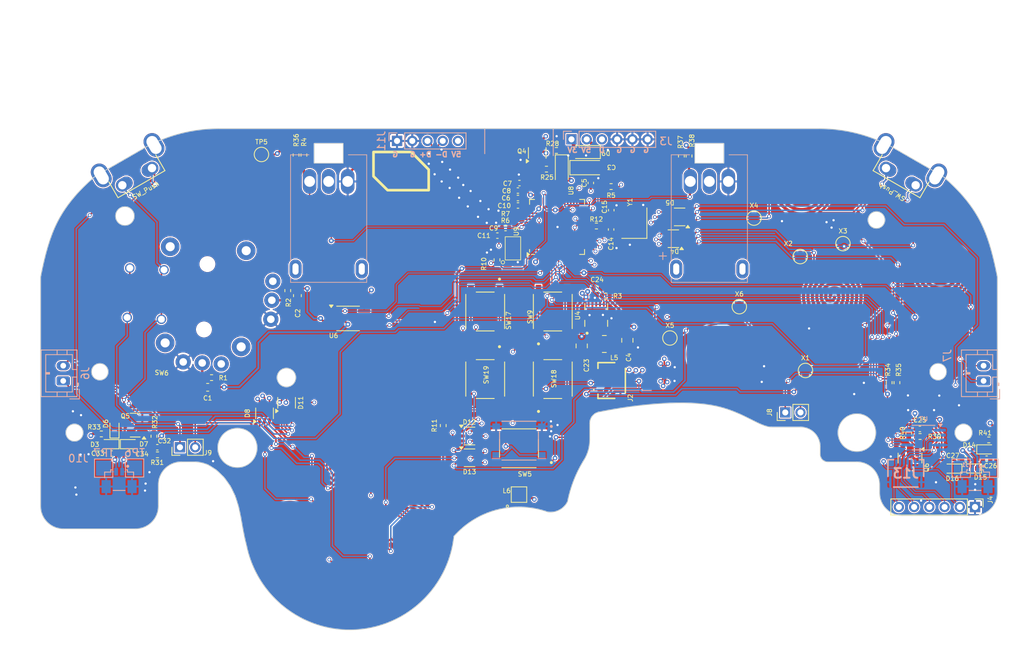
<source format=kicad_pcb>
(kicad_pcb (version 20240108) (generator "pcbnew") (generator_version "8.0")
  (layers (0 "F.Cu" signal) (1 "In1.Cu" signal) (2 "In2.Cu" signal) (31 "B.Cu" signal) (34 "B.Paste" user) (35 "F.Paste" user) (36 "B.SilkS" user "B.Silkscreen") (37 "F.SilkS" user "F.Silkscreen") (38 "B.Mask" user) (39 "F.Mask" user) (44 "Edge.Cuts" user))
  (net 0 "")
  (net 1 "GND")
  (net 2 "LX")
  (net 3 "LY")
  (net 4 "Net-(D4A-A)")
  (net 5 "RX")
  (net 6 "RY")
  (net 7 "+1V1")
  (net 8 "RUMBLE_OUT")
  (net 9 "VBUS_SYS")
  (net 11 "BTN_PWR")
  (net 12 "D+")
  (net 13 "D-")
  (net 14 "SL_RGB")
  (net 17 "unconnected-(Q4A-S1-Pad1)")
  (net 20 "N_LATCH_3.3")
  (net 22 "N_CLOCK_3.3")
  (net 23 "N_DATA_3.3")
  (net 24 "N_DATA")
  (net 25 "RP_RUN")
  (net 26 "Net-(U8-USB_DP)")
  (net 27 "Net-(U8-USB_DM)")
  (net 30 "USB_BOOT")
  (net 31 "Net-(U9-{slash}CS)")
  (net 32 "RGB_OUT")
  (net 33 "XTAL_OUT")
  (net 34 "SHARED_PU")
  (net 36 "LADC_CS")
  (net 37 "SPI_TX")
  (net 38 "SPI_RX")
  (net 39 "SPI_CK")
  (net 40 "RADC_CS")
  (net 41 "XTAL_IN")
  (net 42 "/SWCLK")
  (net 43 "/SWD")
  (net 44 "IMU0_CS")
  (net 45 "ZL_ANALOG")
  (net 46 "ZR_ANALOG")
  (net 47 "SIO3")
  (net 48 "SCLK")
  (net 49 "SIO0")
  (net 50 "SIO2")
  (net 51 "SIO1")
  (net 52 "E")
  (net 53 "D")
  (net 54 "+3V3_PRE")
  (net 55 "IMU1_CS")
  (net 56 "C")
  (net 57 "Net-(U4-L1)")
  (net 58 "Net-(U4-L2)")
  (net 59 "Net-(U4-EN)")
  (net 60 "Net-(D5B-A)")
  (net 61 "A")
  (net 62 "B")
  (net 63 "+3V3")
  (net 64 "F")
  (net 65 "RS_B_OUT")
  (net 66 "Net-(D5C-A)")
  (net 67 "Net-(D8C-A)")
  (net 68 "Net-(D8B-A)")
  (net 69 "Net-(D8A-A)")
  (net 70 "RS_B_IN")
  (net 71 "Net-(D11A-A)")
  (net 72 "Net-(D11C-A)")
  (net 73 "Net-(D12C-A)")
  (net 74 "Net-(D12A-A)")
  (net 75 "Net-(D12B-A)")
  (net 76 "Net-(D13A-A)")
  (net 77 "Net-(D13B-A)")
  (net 78 "H")
  (net 79 "G")
  (net 80 "I")
  (net 81 "Net-(SW6-X_OUT)")
  (net 82 "Net-(SW6-Y_OUT)")
  (net 83 "LS_BTN_IN")
  (net 84 "LRA_L+")
  (net 85 "Net-(Q5-B)")
  (net 86 "LRA_R+")
  (net 87 "LRA_R-")
  (net 88 "LRA_L-")
  (net 89 "Net-(Q6-B)")
  (net 90 "X2")
  (net 91 "X3")
  (net 92 "X4")
  (net 93 "X5")
  (net 94 "Net-(C15-Pad1)")
  (footprint "Resistor_SMD:R_0402_1005Metric" (layer "F.Cu") (at 271.160702 134.936789 180)
    (property "Reference" "R39")
    (property "Value" "10k")
  )
  (footprint "hhl:HHL_Logo" (layer "F.Cu") (at 202.319885 100.51614)
    (property "Reference" "REF**" (hide yes))
    (property "Value" "HHL_Logo")
  )
  (footprint "Capacitor_SMD:C_0805_2012Metric" (layer "F.Cu") (at 232.7148 122.301 90)
    (property "Reference" "C4")
    (property "Value" "10uF")
  )
  (footprint "Resistor_SMD:R_0402_1005Metric" (layer "F.Cu") (at 268.1224 127.8636 90)
    (property "Reference" "R35")
    (property "Value" "0R")
  )
  (footprint "Resistor_SMD:R_0402_1005Metric" (layer "F.Cu") (at 178.1048 127.2032)
    (property "Reference" "R1")
    (property "Value" "1k")
  )
  (footprint "Capacitor_SMD:C_0402_1005Metric" (layer "F.Cu") (at 279.905157 137.847794 180)
    (property "Reference" "C26")
    (property "Value" "1uF")
  )
  (footprint "Resistor_SMD:R_0402_1005Metric" (layer "F.Cu") (at 230.5812 102.108 180)
    (property "Reference" "R5")
    (property "Value" "10k")
  )
  (footprint "Capacitor_SMD:C_0402_1005Metric" (layer "F.Cu") (at 277.1648 137.922 180)
    (property "Reference" "C27")
    (property "Value" "1uF")
  )
  (footprint "Resistor_SMD:R_0402_1005Metric" (layer "F.Cu") (at 240.8174 98.0948 90)
    (property "Reference" "R38")
    (property "Value" "75k")
  )
  (footprint "Capacitor_SMD:C_0402_1005Metric" (layer "F.Cu") (at 164.97 137.17)
    (property "Reference" "C33")
    (property "Value" "1uF")
  )
  (footprint "Connector_PinHeader_2.00mm:PinHeader_1x02_P2.00mm_Vertical" (layer "F.Cu") (at 253.4572 131.7752 90)
    (property "Reference" "J8")
    (property "Value" "Conn_01x02")
  )
  (footprint "Inductor_SMD:L_1008_2520Metric" (layer "F.Cu") (at 229.6922 122.7836 180)
    (property "Reference" "L5")
    (property "Value" "1.3A 2.2uH ±20% 80mΩ" (hide yes))
  )
  (footprint "Resistor_SMD:R_0201_0603Metric" (layer "F.Cu") (at 218.1339 106.5669)
    (property "Reference" "R6")
    (property "Value" "27R")
  )
  (footprint "hhl:ring_pad" (layer "F.Cu") (at 244.457313 124.14254 180)
    (property "Reference" "SW2" (hide yes))
    (property "Value" "SW_Push" (hide yes))
  )
  (footprint "Capacitor_SMD:C_0402_1005Metric" (layer "F.Cu") (at 230.6066 105.2094 90)
    (property "Reference" "C15")
    (property "Value" "15pF")
  )
  (footprint "Diode_SMD:D_SOD-523" (layer "F.Cu") (at 167.386 135.9408)
    (property "Reference" "D7")
    (property "Value" "M7C")
  )
  (footprint "Resistor_SMD:R_0402_1005Metric" (layer "F.Cu") (at 228.6508 107.2896)
    (property "Reference" "R12")
    (property "Value" "1k")
  )
  (footprint "Resistor_SMD:R_0402_1005Metric" (layer "F.Cu") (at 280.1874 135.382)
    (property "Reference" "R41")
    (property "Value" "0R")
  )
  (footprint "hhl:ring_pad" (layer "F.Cu") (at 259.633657 116.5844 180)
    (property "Reference" "SW1" (hide yes))
    (property "Value" "SW_Push" (hide yes))
  )
  (footprint "hhl:ring_dpad" (layer "F.Cu") (at 196.233657 154.3444 90)
    (property "Reference" "SW11" (hide yes))
    (property "Value" "SW_Push" (hide yes))
  )
  (footprint "hhl:ring_pad" (layer "F.Cu") (at 274.146617 113.094002 180)
    (property "Reference" "SW3" (hide yes))
    (property "Value" "SW_Push" (hide yes))
  )
  (footprint "Capacitor_SMD:C_0402_1005Metric" (layer "F.Cu") (at 215.646 108.55 180)
    (property "Reference" "C11")
    (property "Value" "100nF")
  )
  (footprint "Package_TO_SOT_SMD:SOT-23" (layer "F.Cu") (at 168.0741 133.4414 180)
    (property "Reference" "Q5")
    (property "Value" "MMBT2222A")
  )
  (footprint "Capacitor_Tantalum_SMD:CP_EIA-3216-18_Kemet-A" (layer "F.Cu") (at 227.476727 99.623328)
    (property "Reference" "C3")
    (property "Value" "47uF" (hide yes))
  )
  (footprint "Resistor_SMD:R_0402_1005Metric" (layer "F.Cu") (at 267.1064 127.8636 -90)
    (property "Reference" "R34")
    (property "Value" "0R")
  )
  (footprint "Resistor_SMD:R_0402_1005Metric" (layer "F.Cu") (at 229.890951 116.488984 180)
    (property "Reference" "R3")
    (property "Value" "100R")
  )
  (footprint "Resistor_SMD:R_0402_1005Metric" (layer "F.Cu") (at 239.813091 98.084045 -90)
    (property "Reference" "R37")
    (property "Value" "75k")
  )
  (footprint "Capacitor_SMD:C_0402_1005Metric" (layer "F.Cu") (at 170.98 136.35)
    (property "Reference" "C32")
    (property "Value" "100nF")
  )
  (footprint "hhl:GL1807SYAE" (layer "F.Cu") (at 177.333662 116.5844 -3)
    (property "Reference" "SW6")
    (property "Value" "GL18_SW")
  )
  (footprint "Capacitor_SMD:C_0402_1005Metric" (layer "F.Cu") (at 218.341059 102.628684 180)
    (property "Reference" "C8")
    (property "Value" "1uF" (hide yes))
  )
  (footprint "hhl:ring_dpad" (layer "F.Cu") (at 204.083657 146.4944 180)
    (property "Reference" "SW13" (hide yes))
    (property "Value" "SW_Push" (hide yes))
  )
  (footprint "Diode_SMD:D_SOD-523" (layer "F.Cu") (at 279.8652 136.626257)
    (property "Reference" "D14")
    (property "Value" "M7C")
  )
  (footprint "Resistor_SMD:R_0402_1005Metric" (layer "F.Cu") (at 222.090478 99.819463 180)
    (property "Reference" "R25")
    (property "Value" "1k")
  )
  (footprint "Capacitor_SMD:C_0402_1005Metric" (layer "F.Cu") (at 227.921301 101.636168 -90)
    (property "Reference" "C5")
    (property "Value" "100nF" (hide yes))
  )
  (footprint "Resistor_SMD:R_0402_1005Metric" (layer "F.Cu") (at 189.2046 97.9678 90)
    (property "Reference" "R36")
    (property "Value" "75k")
  )
  (footprint "Capacitor_SMD:C_0805_2012Metric" (layer "F.Cu") (at 226.7204 123.0376 -90)
    (property "Reference" "C23")
    (property "Value" "10uF")
  )
  (footprint "Resistor_SMD:R_0402_1005Metric" (layer "F.Cu") (at 208.534 133.501353 90)
    (property "Reference" "R11")
    (property "Value" "330R" (hide yes))
  )
  (footprint "Resistor_SMD:R_0402_1005Metric" (layer "F.Cu") (at 190.23371 97.969816 -90)
    (property "Reference" "R4")
    (property "Value" "75k")
  )
  (footprint "hhl:Z_Switch_Edge_Omron" (layer "F.Cu") (at 168.332214 100.8094 30)
    (property "Reference" "SW7" (hide yes))
    (property "Value" "SW_Push")
  )
  (footprint "Resistor_SMD:R_0402_1005Metric" (layer "F.Cu") (at 163.6268 134.5946 180)
    (property "Reference" "R33")
    (property "Value" "0R")
  )
  (footprint "Diode_SMD:D_SOD-523" (layer "F.Cu") (at 165.354 133.8834 90)
    (property "Reference" "D6")
    (property "Value" "M7C")
  )
  (footprint "hhl:Z_Switch_Edge_Omron" (layer "F.Cu") (at 268.6351 100.8094 -30)
    (property "Reference" "SW8" (hide yes))
    (property "Value" "SW_Push")
  )
  (footprint "Diode_SMD:D_SOD-523" (layer "F.Cu") (at 275.398722 139.152065 180)
    (property "Reference" "D16")
    (property "Value" "M7C")
  )
  (footprint "hhl:TS-1187A-C-E-B" (layer "F.Cu") (at 214.046157 118.5164 -90)
    (property "Reference" "SW17")
    (property "Value" "SW_TS-1187A" (hide yes))
  )
  (footprint "Capacitor_SMD:C_0402_1005Metric" (layer "F.Cu") (at 218.346133 103.61048 180)
    (property "Reference" "C6")
    (property "Value" "100nF")
  )
  (footprint "Package_TO_SOT_SMD:SOT-23" (layer "F.Cu") (at 269.8383 137.7673 -90)
    (property "Reference" "Q6")
    (property "Value" "MMBT2222A")
  )
  (footprint "Resistor_SMD:R_0402_1005Metric" (layer "F.Cu") (at 223.394692 97.368373 180)
    (property "Reference" "R28")
    (property "Value" "1k")
  )
  (footprint "Resistor_SMD:R_0402_1005Metric" (layer "F.Cu") (at 215.5952 111.7346 90)
    (property "Reference" "R10")
    (property "Value" "1k")
  )
  (footprint "TestPoint:TestPoint_Pad_D1.5mm" (layer "F.Cu") (at 261.0358 109.601)
    (property "Reference" "X3")
    (property "Value" "ModConnect")
  )
  (footprint "Package_TO_SOT_SMD:SOT-363_SC-70-6" (layer "F.Cu") (at 211.9884 137.7309)
    (property "Reference" "D13")
    (property "Value" "BAS16VY,115" (hide yes))
  )
  (footprint "Package_DFN_QFN:QFN-56-1EP_7x7mm_P0.4mm_EP3.2x3.2mm" (layer "F.Cu") (at 223.4848 107.4081 90)
    (property "Reference" "U8")
    (property "Value" "RP2040" (hide yes))
  )
  (footprint "TestPoint:TestPoint_Pad_D1.5mm" (layer "F.Cu") (at 255.4224 111.3028)
    (property "Reference" "X2")
    (property "Value" "ModConnect")
  )
  (footprint "Resistor_SMD:R_0201_0603Metric" (layer "F.Cu") (at 218.135261 105.575207)
    (property "Reference" "R7")
    (property "Value" "27R")
  )
  (footprint "TestPoint:TestPoint_Pad_D1.5mm" (layer "F.Cu") (at 238.3028 121.9962)
    (property "Reference" "X5")
    (property "Value" "ModConnect")
  )
  (footprint "Resistor_SMD:R_0402_1005Metric" (layer "F.Cu") (at 269.6718 134.493 -90)
    (property "Reference" "R40")
    (property "Value" "100R")
  )
  (footprint "Connector_PinHeader_2.00mm:PinHeader_1x06_P2.00mm_Vertical" (layer "F.Cu") (at 278.3802 144.1958 -90)
    (property "Reference" "J4")
    (property "Value" "Conn_01x06_Pin" (hide yes))
  )
  (footprint "Diode_SMD:D_SOD-523" (layer "F.Cu") (at 164.6936 135.9408 180)
    (property "Reference" "D3")
    (property "Value" "M7C")
  )
  (footprint "Package_TO_SOT_SMD:SOT-363_SC-70-6" (layer "F.Cu") (at 185.0644 131.892 90)
    (property "Reference" "D8")
    (property "Value" "BAS16VY,115" (hide yes))
  )
  (footprint "hhl:ring_dpad" (layer "F.Cu") (at 188.383657 146.4944)
    (property "Reference" "SW12" (hide yes))
    (property "Value" "SW_Push" (hide yes))
  )
  (footprint "Capacitor_SMD:C_0402_1005Metric" (layer "F.Cu") (at 218.351207 104.594813)
    (property "Reference" "C10")
    (property "Value" "100nF" (hide yes))
  )
  (footprint "Connector_PinHeader_2.00mm:PinHeader_1x02_P2.00mm_Vertical" (layer "F.Cu") (at 173.9552 136.3472 90)
    (property "Reference" "J9")
    (property "Value" "Conn_01x02" (hide yes))
  )
  (footprint "Package_SO:MSOP-8_3x3mm_P0.65mm" (layer "F.Cu") (at 196.0372 119.4308)
    (property "Reference" "U6")
    (property "Value" "MCP3002" (hide yes))
  )
  (footprint "Package_TO_SOT_SMD:SOT-363_SC-70-6" (layer "F.Cu") (at 239.5778 106.0958 180)
    (property "Reference" "D5")
    (property "Value" "BAS16VY,115" (hide yes))
  )
  (footprint "hhl:TS-1187A-C-E-B" (layer "F.Cu") (at 218.483657 136.4788 180)
    (property "Reference" "SW5")
    (property "Value" "SW_TS-1187A")
  )
  (footprint "Resistor_SMD:R_0402_1005Metric" (layer "F.Cu") (at 188.1124 115.7732 90)
    (property "Reference" "R2")
    (property "Value" "1k")
  )
  (footprint "Diode_SMD:D_SOD-523" (layer "F.Cu") (at 277.97879 139.140649 180)
    (property "Reference" "D15")
    (property "Value" "M7C")
  )
  (footprint "Crystal:Crystal_SMD_3225-4Pin_3.2x2.5mm" (layer "F.Cu") (at 233.6292 106.9086 90)
    (property "Reference" "Y1")
    (property "Value" "ABM8-272-T3")
  )
  (footprint "Package_TO_SOT_SMD:SOT-363_SC-70-6" (layer "F.Cu") (at 211.9884 134.871)
    (property "Reference" "D12")
    (property "Value" "BAS16VY,115" (hide yes))
  )
  (footprint "Capacitor_SMD:C_0603_1608Metric_Pad1.08x0.95mm_HandSolder" (layer "F.Cu") (at 177.5968 128.4732)
    (property "Reference" "C1")
    (property "Value" "47nF" (hide yes))
  )
  (footprint "TestPoint:TestPoint_Pad_D1.5mm" (layer "F.Cu") (at 249.3518 106.2482)
    (property "Reference" "X4")
    (property "Value" "ModConnect")
  )
  (footprint "hhl:TS-1187A-C-E-B" (layer "F.Cu") (at 222.921157 127.3914 90)
    (property "Reference" "SW18")
    (property "Value" "SW_TS-1187A")
  )
  (footprint "Capacitor_SMD:C_0402_1005Metric" (layer "F.Cu") (at 218.5416 101.6508 180)
    (property "Reference" "C7")
    (property "Value" "100nF" (hide yes))
  )
  (footprint "hhl:ring_pad" (layer "F.Cu") (at 255.891532 102.212626 180)
    (property "Reference" "SW4" (hide yes))
    (property "Value" "SW_Push" (hide yes))
  )
  (footprint "Capacitor_SMD:C_0402_1005Metric" (layer "F.Cu") (at 271.13787 133.937869)
    (property "Reference" "C25")
    (property "Value" "100nF")
  )
  (footprint "Diode_SMD:D_SOD-323_HandSoldering" (layer "F.Cu") (at 224.103924 99.948331 -90)
    (property "Reference" "D10" (hide yes))
    (property "Value" "CUS08F30" (hide yes))
  )
  (footprint "TestPoint:TestPoint_Pad_D1.5mm" (layer "F.Cu") (at 184.658 97.8916)
    (property "Reference" "TP5")
    (property "Value" "TestPoint")
  )
  (footprint "Capacitor_SMD:C_0603_1608Metric_Pad1.08x0.95mm_HandSolder" (layer "F.Cu") (at 189.3824 116.4336 90)
    (property "Reference" "C2")
    (property "Value" "47nF" (hide yes))
  )
  (footprint "Capacitor_SMD:C_0402_1005Metric" (layer "F.Cu") (at 167.16 137.17)
    (property "Reference" "C34")
    (property "Value" "1uF")
  )
  (footprint "hhl:TS-1187A-C-E-B" (layer "F.Cu") (at 214.046157 127.3914 -90)
    (property "Reference" "SW19")
    (property "Value" "SW_TS-1187A")
  )
  (footprint "Package_TO_SOT_SMD:SOT-363_SC-70-6" (layer "F.Cu") (at 187.96 130.5052 90)
    (property "Reference" "D11")
    (property "Value" "BAS16VY,115" (hide yes))
  )
  (footprint "hhl:ring_dpad" (layer "F.Cu") (at 196.233657 138.6444 -90)
    (property "Reference" "SW10" (hide yes))
    (property "Value" "SW_Push")
  )
  (footprint "Capacitor_SMD:C_0402_1005Metric" (layer "F.Cu") (at 228.745523 115.499577)
    (property "Reference" "C24")
    (property "Value" "100nF")
  )
  (footprint "Capacitor_SMD:C_0402_1005Metric" (layer "F.Cu") (at 230.5812 107.7468 -90)
    (property "Reference" "C14")
    (property "Value" "15pF")
  )
  (footprint "hhl:5034800640" (layer "F.Cu") (at 230.6574 127.5842 90)
    (property "Reference" "J2")
    (property "Value" "503480-0640" (hide yes))
  )
  (footprint "Capacitor_SMD:C_0402_1005Metric" (layer "F.Cu") (at 216.716499 107.556162)
    (property "Reference" "C9")
    (property "Value" "100nF" (hide yes))
  )
  (footprint "Resistor_SMD:R_0402_1005Metric" (layer "F.Cu") (at 171 137.34 180)
    (property "Reference" "R31")
    (property "Value" "10k")
  )
  (footprint "hhl:VREG_V62_16624-01YE" (layer "F.Cu") (at 228.6254 118.9736 90)
    (property "Reference" "U4")
    (property "Value" "TPS630001RCR")
  )
  (footprint "Resistor_SMD:R_0402_1005Metric" (layer "F.Cu") (at 170.5356 134.8994 90)
    (property "Reference" "R32")
    (property "Value" "100R")
  )
  (footprint "TestPoint:TestPoint_Pad_D1.5mm" (layer "F.Cu") (at 256.1082 126.2634)
    (property "Reference" "X1")
    (property "Value" "ModConnect")
  )
  (footprint "Package_TO_SOT_SMD:SOT-363_SC-70-6" (layer "F.Cu") (at 220.8784 97.6884 90)
    (property "Reference" "Q4")
    (property "Value" "BSS138DW" (hide yes))
  )
  (footprint "hhl:TS-1187A-C-E-B" (layer "F.Cu") (at 222.921157 118.5164 90)
    (property "Reference" "SW9")
    (property "Value" "SW_TS-1187A")
  )
  (footprint "Diode_SMD:D_SOD-323_HandSoldering" (layer "F.Cu") (at 227.158172 97.577086 180)
    (property "Reference" "D9")
    (property "Value" "CUS08F30" (hide yes))
  )
  (footprint "Package_TO_SOT_SMD:SOT-363_SC-70-6" (layer "F.Cu") (at 238.76 108.9556 180)
    (property "Reference" "D4")
    (property "Value" "BAS16VY,115" (hide yes))
  )
  (footprint "hhl:SK6805-EC-15" (layer "F.Cu") (at 218.483657 142.5636)
    (property "Reference" "L6")
    (property "Value" "SK6805-EC-15" (hide yes))
  )
  (footprint "TestPoint:TestPoint_Pad_D1.5mm" (layer "F.Cu") (at 247.4214 117.8814)
    (property "Reference" "X6")
    (property "Value" "ModConnect")
  )
  (footprint "hhl:USON-8-EP(2x3)" (layer "F.Cu") (at 217.689993 110.224008 90)
    (property "Reference" "U9")
    (property "Value" "GD25Q80EEIGR" (hide yes))
  )
  (footprint "hhl:TS-1187A-C-E-B" (layer "B.Cu") (at 218.483657 135.4844 180)
    (property "Reference" "SW14" (hide yes))
    (property "Value" "SW_TS-1187A")
  )
  (footprint "hhl:4015-0-43-80-30-27-10-0" (layer "B.Cu") (at 245.983657 101.4344 180)
    (property "Reference" "S6" (hide yes))
    (property "Value" "4015-0-43-80-30-27-10-0")
  )
  (footprint "TestPoint:TestPoint_Pad_2.0x2.0mm" (layer "B.Cu") (at 163.9316 139.0904 180)
    (property "Reference" "TP7")
    (property "Value" "TestPoint")
  )
  (footprint "hhl:4015-0-43-80-30-27-10-0" (layer "B.Cu") (at 243.483657 101.4344 180)
    (property "Reference" "S4" (hide yes))
    (property "Value" "4015-0-43-80-30-27-10-0")
  )
  (footprint "hhl:4015-0-43-80-30-27-10-0" (layer "B.Cu") (at 195.983657 101.4344 180)
    (property "Reference" "S3" (hide yes))
    (property "Value" "4015-0-43-80-30-27-10-0")
  )
  (footprint "hhl:JST_SM02B-SURS-TF_LF__SN_" (layer "B.Cu") (at 165.9636 139.5648 180)
    (property "Reference" "J10")
    (property "Value" "SM02B-SURS-TF_LF__SN_" (hide yes))
  )
  (footprint "Connector_PinHeader_2.00mm:PinHeader_1x05_P2.00mm_Vertical" (layer "B.Cu") (at 202.4675 96.113 -90)
    (property "Reference" "J11")
    (property "Value" "Conn_01x05_Pin")
  )
  (footprint "Connector_PinHeader_2.00mm:PinHeader_1x06_P2.00mm_Vertical" (layer "B.Cu") (at 225.378 95.905 -90)
    (property "Reference" "J3")
    (property "Value" "Conn_01x06_Pin")
  )
  (footprint "TestPoint:TestPoint_Pad_2.0x2.0mm" (layer "B.Cu") (at 276.5552 139.0904 180)
    (property "Reference" "TP1" (hide yes))
    (property "Value" "TestPoint" (hide yes))
  )
  (footprint "TestPoint:TestPoint_Pad_2.0x2.0mm" (layer "B.Cu") (at 167.9956 139.065 180)
    (property "Reference" "TP6")
    (property "Value" "TestPoint")
  )
  (footprint "Connector_JST:JST_PH_B2B-PH-K_1x02_P2.00mm_Vertical" (layer "B.Cu") (at 279.5016 127.635 90)
    (property "Reference" "J7")
    (property "Value" "Trigger")
  )
  (footprint "hhl:4015-0-43-80-30-27-10-0" (layer "B.Cu") (at 240.983657 101.4344 180)
    (property "Reference" "S5" (hide yes))
    (property "Value" "4015-0-43-80-30-27-10-0")
  )
  (footprint "hhl:5034800640" (layer "B.Cu") (at 269.2908 139.7762 180)
    (property "Reference" "J13")
    (property "Value" "503480-0640" (hide yes))
  )
  (footprint "hhl:GCC_Slider_MillMaxSocketed" (layer "B.Cu") (at 243.483657 101.4344 180)
    (property "Reference" "RV2" (hide yes))
    (property "Value" "Slider_GCC-Gamecube_MB")
  )
  (footprint "TestPoint:TestPoint_Pad_2.0x2.0mm" (layer "B.Cu") (at 280.199742 139.096669 180)
    (property "Reference" "TP2" (hide yes))
    (property "Value" "TestPoint" (hide yes))
  )
  (footprint "hhl:JST_SM02B-SURS-TF_LF__SN_" (layer "B.Cu") (at 278.384 139.5648 180)
    (property "Reference" "J1")
    (property "Value" "SM02B-SURS-TF_LF__SN_" (hide yes))
  )
  (footprint "Connector_JST:JST_PH_B2B-PH-K_1x02_P2.00mm_Vertical" (layer "B.Cu") (at 158.623 127.635 90)
    (property "Reference" "J6")
    (property "Value" "Trigger")
  )
  (footprint "Package_SO:MSOP-8_3x3mm_P0.65mm" (layer "B.Cu") (at 271.6276 135.0772 180)
    (property "Reference" "U7")
    (property "Value" "MCP3002" (hide yes))
  )
  (footprint "hhl:GCC_Slider_MillMaxSocketed" (layer "B.Cu") (at 193.483657 101.4344 180)
    (property "Reference" "RV1" (hide yes))
    (property "Value" "Slider_GCC-Gamecube_MB")
  )
  (footprint "hhl:4015-0-43-80-30-27-10-0" (layer "B.Cu") (at 193.483657 101.4344 180)
    (property "Reference" "S1" (hide yes))
    (property "Value" "4015-0-43-80-30-27-10-0")
  )
  (footprint "hhl:4015-0-43-80-30-27-10-0" (layer "B.Cu") (at 190.983657 101.4344 180)
    (property "Reference" "S2" (hide yes))
    (property "Value" "4015-0-43-80-30-27-10-0")
  )
  (gr_line (start 213.983657 94.488) (end 213.983657 97.79) (stroke (width 0.12)) (layer "B.SilkS"))
  (gr_line (start 222.983657 94.488) (end 222.983657 98.044) (stroke (width 0.12)) (layer "B.SilkS"))
  (gr_curve (pts (xy 228.450425 131.941646) (xy 228.287869 132.049934) (xy 228.148018 132.188938) (xy 228.038744 132.350833)) (stroke (width 0.1)) (layer "Edge.Cuts"))
  (gr_arc (start 281.321867 142.31648) (mid 280.443187 144.4378) (end 278.321867 145.31648) (stroke (width 0.1)) (layer "Edge.Cuts"))
  (gr_arc (start 268.84115 145.31648) (mid 266.719829 144.437801) (end 265.84115 142.31648) (stroke (width 0.1)) (layer "Edge.Cuts"))
  (gr_arc (start 224.868706 143.478091) (mid 223.783102 144.589427) (end 222.251397 144.849207) (stroke (width 0.1)) (layer "Edge.Cuts"))
  (gr_line (start 257.94167 94.497189) (end 229.066517 94.497189) (stroke (width 0.1)) (layer "Edge.Cuts"))
  (gr_curve (pts (xy 277.698333 104.472377) (xy 278.579232 105.662138) (xy 279.11995 106.707329) (xy 279.504817 107.586835)) (stroke (width 0.1)) (layer "Edge.Cuts"))
  (gr_curve (pts (xy 228.038744 132.350833) (xy 227.955551 132.474088) (xy 227.891147 132.609031) (xy 227.847648 132.751231)) (stroke (width 0.1)) (layer "Edge.Cuts"))
  (gr_curve (pts (xy 181.179744 142.700619) (xy 180.817555 141.913749) (xy 180.682721 141.658293) (xy 180.53702 141.408821)) (stroke (width 0.1)) (layer "Edge.Cuts"))
  (gr_curve (pts (xy 177.575211 138.627852) (xy 176.905597 138.385261) (xy 176.683248 138.328324) (xy 176.027148 138.270923)) (stroke (width 0.1)) (layer "Edge.Cuts"))
  (gr_curve (pts (xy 182.699386 149.27362) (xy 182.72687 149.408449) (xy 182.757148 149.546503) (xy 182.790585 149.687817)) (stroke (width 0.1)) (layer "Edge.Cuts"))
  (gr_line (start 158.645447 147.06648) (end 168.126164 147.06648) (stroke (width 0.1)) (layer "Edge.Cuts"))
  (gr_curve (pts (xy 226.904305 138.215947) (xy 226.941754 138.154398) (xy 226.979619 138.093104) (xy 227.017898 138.03207)) (stroke (width 0.1)) (layer "Edge.Cuts"))
  (gr_curve (pts (xy 218.746843 144.205999) (xy 218.660073 144.20398) (xy 218.573326 144.20296) (xy 218.48662 144.202937)) (stroke (width 0.1)) (layer "Edge.Cuts"))
  (gr_line (start 274.119567 100.731685) (end 267.916864 97.162383) (stroke (width 0.1)) (layer "Edge.Cuts"))
  (gr_line (start 229.066517 94.497189) (end 179.025644 94.497189) (stroke (width 0.1)) (layer "Edge.Cuts"))
  (gr_curve (pts (xy 183.592474 152.072652) (xy 183.753899 152.438227) (xy 183.93105 152.796559) (xy 184.123479 153.146811)) (stroke (width 0.1)) (layer "Edge.Cuts"))
  (gr_line (start 191.583657 99.0344) (end 191.583657 96.4344) (stroke (width 0.1)) (layer "Edge.Cuts"))
  (gr_line (start 251.641099 133.700615) (end 255.464183 133.700615) (stroke (width 0.1)) (layer "Edge.Cuts"))
  (gr_curve (pts (xy 214.350983 144.966617) (xy 213.046308 145.472242) (xy 211.84653 146.215857) (xy 210.812979 147.159782)) (stroke (width 0.1)) (layer "Edge.Cuts"))
  (gr_curve (pts (xy 182.19411 146.945036) (xy 182.039961 146.076155) (xy 181.988599 145.787386) (xy 181.935863 145.499471)) (stroke (width 0.1)) (layer "Edge.Cuts"))
  (gr_arc (start 257.94167 94.497189) (mid 263.104222 95.174972) (end 267.916864 97.162383) (stroke (width 0.1)) (layer "Edge.Cuts"))
  (gr_curve (pts (xy 218.48662 144.202937) (xy 217.072892 144.19661) (xy 215.67029 144.455321) (xy 214.350983 144.966617)) (stroke (width 0.1)) (layer "Edge.Cuts"))
  (gr_curve (pts (xy 237.399724 130.596286) (xy 239.856103 130.452836) (xy 242.3811 130.487536) (xy 244.585609 130.996282)) (stroke (width 0.1)) (layer "Edge.Cuts"))
  (gr_curve (pts (xy 195.095996 160.287545) (xy 196.868072 160.43652) (xy 198.651799 160.240972) (xy 200.349124 159.711751)) (stroke (width 0.1)) (layer "Edge.Cuts"))
  (gr_curve (pts (xy 210.812979 147.159782) (xy 210.612051 147.343286) (xy 210.418107 147.533721) (xy 210.231462 147.730657)) (stroke (width 0.1)) (layer "Edge.Cuts"))
  (gr_curve (pts (xy 227.782036 135.375479) (xy 227.782036 135.843037) (xy 227.716453 136.308292) (xy 227.587206 136.757631)) (stroke (width 0.1)) (layer "Edge.Cuts"))
  (gr_line (start 171.126164 144.06648) (end 171.126164 141.270923) (stroke (width 0.1)) (layer "Edge.Cuts"))
  (gr_curve (pts (xy 228.986631 131.71939) (xy 231.661586 131.182071) (xy 234.493589 130.766002) (xy 237.399724 130.596286)) (stroke (width 0.1)) (layer "Edge.Cuts"))
  (gr_arc (start 169.05045 97.162383) (mid 173.863092 95.17497) (end 179.025644 94.497189) (stroke (width 0.1)) (layer "Edge.Cuts"))
  (gr_arc (start 259.039183 138.270923) (mid 258.332077 137.978029) (end 258.039183 137.270923) (stroke (width 0.1)) (layer "Edge.Cuts"))
  (gr_circle (center 181.503131 136.425615) (end 178.928131 136.425615) (stroke (width 0.1)) (fill none) (layer "Edge.Cuts"))
  (gr_line (start 174.126164 138.270923) (end 176.027148 138.270923) (stroke (width 0.1)) (layer "Edge.Cuts"))
  (gr_curve (pts (xy 180.53702 141.408821) (xy 180.048417 140.697589) (xy 179.872384 140.471314) (xy 179.687188 140.254247)) (stroke (width 0.1)) (layer "Edge.Cuts"))
  (gr_curve (pts (xy 222.251397 144.849207) (xy 221.12603 144.451387) (xy 219.943303 144.233847) (xy 218.746843 144.205999)) (stroke (width 0.1)) (layer "Edge.Cuts"))
  (gr_curve (pts (xy 224.868706 143.478091) (xy 225.234749 141.623158) (xy 225.921444 139.831345) (xy 226.904305 138.215947)) (stroke (width 0.1)) (layer "Edge.Cuts"))
  (gr_arc (start 171.126164 141.270923) (mid 172.004836 139.14959) (end 174.126164 138.270923) (stroke (width 0.1)) (layer "Edge.Cuts"))
  (gr_line (start 155.645447 113.9708) (end 155.645447 144.06648) (stroke (width 0.1)) (layer "Edge.Cuts"))
  (gr_curve (pts (xy 248.977801 132.718489) (xy 250.092166 133.286956) (xy 250.976537 133.700615) (xy 251.641099 133.700615)) (stroke (width 0.1)) (layer "Edge.Cuts"))
  (gr_curve (pts (xy 155.645447 113.9708) (xy 156.236131 111.000497) (xy 156.854323 108.698265) (xy 157.898092 106.668915)) (stroke (width 0.1)) (layer "Edge.Cuts"))
  (gr_curve (pts (xy 209.900259 148.421163) (xy 209.918425 148.288315) (xy 209.936591 148.155467) (xy 209.954757 148.022619)) (stroke (width 0.1)) (layer "Edge.Cuts"))
  (gr_curve (pts (xy 228.986631 131.71939) (xy 228.795134 131.757856) (xy 228.612981 131.833358) (xy 228.450425 131.941646)) (stroke (width 0.1)) (layer "Edge.Cuts"))
  (gr_circle (center 163.433657 126.4344) (end 164.51966 126.4344) (stroke (width 0.1)) (fill none) (layer "Edge.Cuts"))
  (gr_curve (pts (xy 178.675042 139.303544) (xy 178.02049 138.864176) (xy 177.79859 138.737898) (xy 177.575211 138.627852)) (stroke (width 0.1)) (layer "Edge.Cuts"))
  (gr_curve (pts (xy 227.587206 136.757631) (xy 227.457958 137.20697) (xy 227.26632 137.635967) (xy 227.017898 138.03207)) (stroke (width 0.1)) (layer "Edge.Cuts"))
  (gr_curve (pts (xy 205.10027 157.115775) (xy 206.490202 155.950178) (xy 207.636444 154.521537) (xy 208.473166 152.912172)) (stroke (width 0.1)) (layer "Edge.Cuts"))
  (gr_curve (pts (xy 274.119567 100.731685) (xy 275.430062 101.83371) (xy 276.678153 103.094503) (xy 277.698333 104.472377)) (stroke (width 0.1)) (layer "Edge.Cuts"))
  (gr_curve (pts (xy 190.208787 158.941441) (xy 191.74073 159.688024) (xy 193.397298 160.144739) (xy 195.095996 160.287545)) (stroke (width 0.1)) (layer "Edge.Cuts"))
  (gr_circle (center 166.727061 105.977799) (end 165.502061 105.977799) (stroke (width 0.1)) (fill none) (layer "Edge.Cuts"))
  (gr_curve (pts (xy 182.483002 148.399454) (xy 182.302363 147.526301) (xy 182.246908 147.235523) (xy 182.19411 146.945036)) (stroke (width 0.1)) (layer "Edge.Cuts"))
  (gr_curve (pts (xy 244.585609 130.996282) (xy 246.299988 131.391919) (xy 247.780575 132.107753) (xy 248.977801 132.718489)) (stroke (width 0.1)) (layer "Edge.Cuts"))
  (gr_curve (pts (xy 182.790585 149.687817) (xy 182.983566 150.5034) (xy 183.251936 151.301445) (xy 183.592474 152.072652)) (stroke (width 0.1)) (layer "Edge.Cuts"))
  (gr_line (start 241.583657 99.0344) (end 241.583657 96.4344) (stroke (width 0.1)) (layer "Edge.Cuts"))
  (gr_curve (pts (xy 208.591238 152.679727) (xy 209.244499 151.362974) (xy 209.68295 149.950214) (xy 209.889966 148.494945)) (stroke (width 0.1)) (layer "Edge.Cuts"))
  (gr_line (start 258.039183 136.275615) (end 258.039183 137.270923) (stroke (width 0.1)) (layer "Edge.Cuts"))
  (gr_circle (center 276.865726 134.42726) (end 275.740726 134.42726) (stroke (width 0.1)) (fill none) (layer "Edge.Cuts"))
  (gr_line (start 265.84115 141.270923) (end 265.84115 142.31648) (stroke (width 0.1)) (layer "Edge.Cuts"))
  (gr_line (start 259.039183 138.270923) (end 262.84115 138.270923) (stroke (width 0.1)) (layer "Edge.Cuts"))
  (gr_line (start 268.84115 145.31648) (end 278.321867 145.31648) (stroke (width 0.1)) (layer "Edge.Cuts"))
  (gr_curve (pts (xy 184.123478 153.146811) (xy 184.712154 154.216168) (xy 185.442441 155.2103) (xy 186.302644 156.101791)) (stroke (width 0.1)) (layer "Edge.Cuts"))
  (gr_circle (center 160.101588 134.42726) (end 158.976588 134.42726) (stroke (width 0.1)) (fill none) (layer "Edge.Cuts"))
  (gr_curve (pts (xy 181.625738 144.076594) (xy 181.377092 143.244127) (xy 181.283132 142.970593) (xy 181.179744 142.700619)) (stroke (width 0.1)) (layer "Edge.Cuts"))
  (gr_circle (center 187.940264 127.191002) (end 186.715264 127.191002) (stroke (width 0.1)) (fill none) (layer "Edge.Cuts"))
  (gr_curve (pts (xy 210.231462 147.730657) (xy 210.139227 147.827977) (xy 210.046992 147.925298) (xy 209.954757 148.022619)) (stroke (width 0.1)) (layer "Edge.Cuts"))
  (gr_curve (pts (xy 279.504817 107.586835) (xy 280.254389 109.299775) (xy 280.776596 111.228863) (xy 281.321867 113.9708)) (stroke (width 0.1)) (layer "Edge.Cuts"))
  (gr_line (start 245.383657 96.4344) (end 245.383657 99.0344) (stroke (width 0.1)) (layer "Edge.Cuts"))
  (gr_line (start 281.321867 142.31648) (end 281.321867 113.9708) (stroke (width 0.1)) (layer "Edge.Cuts"))
  (gr_arc (start 255.464183 133.700615) (mid 257.284983 134.454815) (end 258.039183 136.275615) (stroke (width 0.1)) (layer "Edge.Cuts"))
  (gr_curve (pts (xy 157.898092 106.668915) (xy 158.492429 105.513375) (xy 159.831153 103.268407) (xy 162.847747 100.731685)) (stroke (width 0.1)) (layer "Edge.Cuts"))
  (gr_line (start 169.05045 97.162383) (end 162.847747 100.731685) (stroke (width 0.1)) (layer "Edge.Cuts"))
  (gr_line (start 195.383657 96.4344) (end 195.383657 99.0344) (stroke (width 0.1)) (layer "Edge.Cuts"))
  (gr_arc (start 171.126164 144.06648) (mid 170.247492 146.187816) (end 168.126164 147.06648) (stroke (width 0.1)) (layer "Edge.Cuts"))
  (gr_line (start 195.383657 99.0344) (end 191.583657 99.0344) (stroke (width 0.1)) (layer "Edge.Cuts"))
  (gr_curve (pts (xy 182.699386 149.27362) (xy 182.622204 148.982147) (xy 182.550076 148.690759) (xy 182.483002 148.399454)) (stroke (width 0.1)) (layer "Edge.Cuts"))
  (gr_line (start 227.782036 135.375479) (end 227.782036 133.190014) (stroke (width 0.1)) (layer "Edge.Cuts"))
  (gr_line (start 241.583657 96.4344) (end 245.383657 96.4344) (stroke (width 0.1)) (layer "Edge.Cuts"))
  (gr_line (start 245.383657 99.0344) (end 241.583657 99.0344) (stroke (width 0.1)) (layer "Edge.Cuts"))
  (gr_arc (start 158.645447 147.06648) (mid 156.52414 146.187796) (end 155.645447 144.06648) (stroke (width 0.1)) (layer "Edge.Cuts"))
  (gr_curve (pts (xy 209.889966 148.494945) (xy 209.893464 148.470358) (xy 209.896895 148.445764) (xy 209.900259 148.421163)) (stroke (width 0.1)) (layer "Edge.Cuts"))
  (gr_circle (center 262.865726 134.42726) (end 260.390726 134.42726) (stroke (width 0.1)) (fill none) (layer "Edge.Cuts"))
  (gr_circle (center 265.433657 106.4944) (end 264.333657 106.4944) (stroke (width 0.1)) (fill none) (layer "Edge.Cuts"))
  (gr_curve (pts (xy 181.935863 145.499471) (xy 181.760241 144.642176) (xy 181.695894 144.358436) (xy 181.625738 144.076594)) (stroke (width 0.1)) (layer "Edge.Cuts"))
  (gr_curve (pts (xy 186.302644 156.101791) (xy 187.428768 157.268876) (xy 188.750521 158.230764) (xy 190.208787 158.941441)) (stroke (width 0.1)) (layer "Edge.Cuts"))
  (gr_curve (pts (xy 200.349124 159.711751) (xy 202.089097 159.169233) (xy 203.703972 158.286711) (xy 205.10027 157.115775)) (stroke (width 0.1)) (layer "Edge.Cuts"))
  (gr_curve (pts (xy 179.687188 140.254247) (xy 179.094008 139.657534) (xy 178.887271 139.474125) (xy 178.675042 139.303544)) (stroke (width 0.1)) (layer "Edge.Cuts"))
  (gr_line (start 191.583657 96.4344) (end 195.383657 96.4344) (stroke (width 0.1)) (layer "Edge.Cuts"))
  (gr_curve (pts (xy 208.473166 152.912172) (xy 208.51327 152.835036) (xy 208.552628 152.757551) (xy 208.591238 152.679727)) (stroke (width 0.1)) (layer "Edge.Cuts"))
  (gr_arc (start 262.84115 138.270923) (mid 264.962471 139.149602) (end 265.84115 141.270923) (stroke (width 0.1)) (layer "Edge.Cuts"))
  (gr_circle (center 273.533657 126.4344) (end 274.61966 126.4344) (stroke (width 0.1)) (fill none) (layer "Edge.Cuts"))
  (gr_curve (pts (xy 227.847648 132.751231) (xy 227.804149 132.89343) (xy 227.782036 133.041311) (xy 227.782036 133.190014)) (stroke (width 0.1)) (layer "Edge.Cuts"))
  (gr_text "G  G  G   D  5V 3V" (at 235.65111 97.718584 0) (layer "B.SilkS") (effects (font (size 0.7 0.7) (thickness 0.175) (bold yes)) (justify left bottom mirror)))
  (gr_text "5V D- D+ G   G" (at 210.997716 98.3 0) (layer "B.SilkS") (effects (font (size 0.7 0.7) (thickness 0.175) (bold yes)) (justify left bottom mirror)))
  (gr_text "+" (at 238.2266 111.8616 0) (layer "B.SilkS") (effects (font (size 1.25 1.25) (thickness 0.12) (bold yes)) (justify left bottom mirror)))
  (segment (start 230.9114 109.1438) (end 231.2924 109.5248) (width 0.15) (layer "F.Cu") (net 1))
  (segment (start 231.2924 109.5248) (end 231.2924 110.1852) (width 0.15) (layer "F.Cu") (net 1))
  (segment (start 217.8584 103.2688) (end 217.8584 102.6668) (width 0.15) (layer "F.Cu") (net 1))
  (segment (start 230.446757 118.727158) (end 228.871842 118.727158) (width 0.2) (layer "F.Cu") (net 1))
  (segment (start 217.7796 104.4956) (end 217.7796 103.9724) (width 0.15) (layer "F.Cu") (net 1))
  (segment (start 234.1016 123.251) (end 234.1118 123.2408) (width 0.2) (layer "F.Cu") (net 1))
  (segment (start 228.1254 117.5736) (end 228.1254 118.4736) (width 0.2) (layer "F.Cu") (net 1))
  (segment (start 234.4792 104.8394) (end 234.7976 104.521) (width 0.15) (layer "F.Cu") (net 1))
  (segment (start 231.1348 104.7294) (end 231.2924 104.5718) (width 0.15) (layer "F.Cu") (net 1))
  (segment (start 230.449821 119.223221) (end 230.632 119.4054) (width 0.2) (layer "F.Cu") (net 1))
  (segment (start 228.1254 117.044941) (end 228.449022 116.721319) (width 0.2) (layer "F.Cu") (net 1))
  (segment (start 222.5548 134.9248) (end 221.804657 134.9248) (width 0.2) (layer "F.Cu") (net 1))
  (segment (start 217.8584 102.6668) (end 217.8584 101.854) (width 0.15) (layer "F.Cu") (net 1))
  (segment (start 221.483657 134.6038) (end 222.3424 134.6038) (width 0.2) (layer "F.Cu") (net 1))
  (segment (start 271.7312 134.688757) (end 271.503189 134.460746) (width 0.3) (layer "F.Cu") (net 1))
  (segment (start 230.6066 104.7294) (end 231.1348 104.7294) (width 0.15) (layer "F.Cu") (net 1))
  (segment (start 218.1708 103.5812) (end 217.8584 103.2688) (width 0.15) (layer "F.Cu") (net 1))
  (segment (start 218.328641 112.035674) (end 218.392067 111.972248) (width 0.15) (layer "F.Cu") (net 1))
  (segment (start 222.3424 134.6038) (end 222.7072 134.239) (width 0.2) (layer "F.Cu") (net 1))
  (segment (start 217.8584 101.854) (end 218.0616 101.6508) (width 0.15) (layer "F.Cu") (net 1))
  (segment (start 234.4792 105.8086) (end 234.4792 104.8394) (width 0.15) (layer "F.Cu") (net 1))
  (segment (start 229.922996 119.223221) (end 230.449821 119.223221) (width 0.2) (layer "F.Cu") (net 1))
  (segment (start 228.1254 117.5736) (end 228.1254 117.044941) (width 0.2) (layer "F.Cu") (net 1))
  (segment (start 221.804657 134.9248) (end 221.483657 134.6038) (width 0.2) (layer "F.Cu") (net 1))
  (segment (start 271.7312 134.8994) (end 271.7312 134.688757) (width 0.3) (layer "F.Cu") (net 1))
  (segment (start 228.1254 118.4736) (end 228.6254 118.9736) (width 0.2) (layer "F.Cu") (net 1))
  (segment (start 228.871842 118.727158) (end 228.6254 118.9736) (width 0.2) (layer "F.Cu") (net 1))
  (segment (start 195.983657 101.4344) (end 195.983657 100.510543) (width 0.3) (layer "F.Cu") (net 1))
  (segment (start 229.498541 118.9736) (end 228.6254 118.9736) (width 0.2) (layer "F.Cu") (net 1))
  (segment (start 223.5369 107.4081) (end 223.5454 107.4166) (width 0.15) (layer "F.Cu") (net 1))
  (segment (start 229.504526 118.967615) (end 229.498541 118.9736) (width 0.2) (layer "F.Cu") (net 1))
  (segment (start 228.976646 118.967615) (end 228.6254 119.318861) (width 0.2) (layer "F.Cu") (net 1))
  (segment (start 217.7796 103.9724) (end 218.1708 103.5812) (width 0.15) (layer "F.Cu") (net 1))
  (segment (start 218.392067 111.471934) (end 218.439993 111.424008) (width 0.15) (layer "F.Cu") (net 1))
  (segment (start 230.5812 108.8136) (end 230.9114 109.1438) (width 0.15) (layer "F.Cu") (net 1))
  (segment (start 230.5812 108.2268) (end 230.5812 108.8136) (width 0.15) (layer "F.Cu") (net 1))
  (segment (start 232.7792 109.4876) (end 233.045 109.7534) (width 0.15) (layer "F.Cu") (net 1))
  (segment (start 230.650722 119.386678) (end 230.650722 118.931123) (width 0.2) (layer "F.Cu") (net 1))
  (segment (start 174.77121 125.62221) (end 174.5488 125.3998) (width 0.25) (layer "F.Cu") (net 1))
  (segment (start 195.983657 100.510543) (end 197.2056 99.2886) (width 0.3) (layer "F.Cu") (net 1))
  (segment (start 229.504526 118.967615) (end 228.976646 118.967615) (width 0.2) (layer "F.Cu") (net 1))
  (segment (start 271.503189 134.460746) (end 271.503189 134.05255) (width 0.3) (layer "F.Cu") (net 1))
  (segment (start 230.632 119.4054) (end 230.650722 119.386678) (width 0.2) (layer "F.Cu") (net 1))
  (segment (start 223.4848 107.4081) (end 223.5369 107.4081) (width 0.15) (layer "F.Cu") (net 1))
  (segment (start 218.392067 111.972248) (end 218.392067 111.471934) (width 0.15) (layer "F.Cu") (net 1))
  (segment (start 232.7792 108.0086) (end 232.7792 109.4876) (width 0.15) (layer "F.Cu") (net 1))
  (segment (start 271.503189 134.05255) (end 271.61787 133.937869) (width 0.3) (layer "F.Cu") (net 1))
  (segment (start 232.7148 123.251) (end 234.1016 123.251) (width 0.2) (layer "F.Cu") (net 1))
  (segment (start 230.650722 118.931123) (end 230.446757 118.727158) (width 0.2) (layer "F.Cu") (net 1))
  (segment (start 228.6254 119.318861) (end 228.6254 120.3736) (width 0.2) (layer "F.Cu") (net 1))
  (via (at 276.2758 130.8354) (size 0.6) (drill 0.3) (layers "F.Cu" "B.Cu") (net 1))
  (via (at 228.900004 101.00665) (size 0.6) (drill 0.3) (layers "F.Cu" "B.Cu") (net 1))
  (via (at 230.160474 97.293577) (size 0.6) (drill 0.3) (layers "F.Cu" "B.Cu") (net 1))
  (via (at 256.583498 120.74267) (size 0.5) (drill 0.3) (layers "F.Cu" "B.Cu") (net 1))
  (via (at 259.538908 107.5004) (size 0.5) (drill 0.3) (layers "F.Cu" "B.Cu") (net 1))
  (via (at 161.9504 137.2616) (size 0.6) (drill 0.3) (layers "F.Cu" "B.Cu") (net 1))
  (via (at 214.275 110.775) (size 0.5) (drill 0.3) (layers "F.Cu" "B.Cu") (net 1))
  (via (at 278.384 141.9352) (size 0.6) (drill 0.3) (layers "F.Cu" "B.Cu") (net 1))
  (via (at 218.4654 100.5332) (size 0.65) (drill 0.3) (layers "F.Cu" "B.Cu") (net 1))
  (via (at 258.8768 106.7816) (size 0.5) (drill 0.3) (layers "F.Cu" "B.Cu") (net 1))
  (via (at 160.909 137.3124) (size 0.6) (drill 0.3) (layers "F.Cu" "B.Cu") (net 1))
  (via (at 208.303511 97.247229) (size 0.5) (drill 0.3) (layers "F.Cu" "B.Cu") (net 1))
  (via (at 207.4418 119.888) (size 0.5) (drill 0.3) (layers "F.Cu" "B.Cu") (net 1))
  (via (at 223.5454 107.4166) (size 0.5) (drill 0.3) (layers "F.Cu" "B.Cu") (net 1))
  (via (at 209.374996 102.287915) (size 0.5) (drill 0.3) (layers "F.Cu" "B.Cu") (net 1))
  (via (at 213.411848 104.005371) (size 0.5) (drill 0.3) (layers "F.Cu" "B.Cu") (net 1))
  (via (at 214.8 110.4) (size 0.5) (drill 0.3) (layers "F.Cu" "B.Cu") (net 1))
  (via (at 250.3678 127.762) (size 0.65) (drill 0.3) (layers "F.Cu" "B.Cu") (net 1))
  (via (at 169.9514 139.6238) (size 0.6) (drill 0.3) (layers "F.Cu" "B.Cu") (net 1))
  (via (at 210.495076 100.938645) (size 0.5) (drill 0.3) (layers "F.Cu" "B.Cu") (net 1))
  (via (at 269.5702 129.54) (size 0.65) (drill 0.3) (layers "F.Cu" "B.Cu") (net 1))
  (via (at 273.2532 140.9446) (size 0.5) (drill 0.3) (layers "F.Cu" "B.Cu") (net 1))
  (via (at 229.504526 118.967615) (size 0.65) (drill 0.3) (layers "F.Cu" "B.Cu") (net 1))
  (via (at 210.621736 103.578918) (size 0.5) (drill 0.3) (layers "F.Cu" "B.Cu") (net 1))
  (via (at 278.4094 141.1986) (size 0.6) (drill 0.3) (layers "F.Cu" "B.Cu") (net 1))
  (via (at 223.5454 133.4262) (size 0.5) (drill 0.3) (layers "F.Cu" "B.Cu") (net 1))
  (via (at 267.3096 137.5664) (size 0.5) (drill 0.3) (layers "F.Cu" "B.Cu") (net 1))
  (via (at 160.3502 142.5702) (size 0.6) (drill 0.3) (layers "F.Cu" "B.Cu") (net 1))
  (via (at 262.509 129.3622) (size 0.65) (drill 0.3) (layers "F.Cu" "B.Cu") (net 1))
  (via (at 169.3672 142.0368) (size 0.6) (drill 0.3) (layers "F.Cu" "B.Cu") (net 1))
  (via (at 214.488914 105.082436) (size 0.5) (drill 0.3) (layers "F.Cu" "B.Cu") (net 1))
  (via (at 272.9992 131.4704) (size 0.65) (drill 0.3) (layers "F.Cu" "B.Cu") (net 1))
  (via (at 218.328641 112.035674) (size 0.5) (drill 0.3) (layers "F.Cu" "B.Cu") (net 1))
  (via (at 159.893 131.6228) (size 0.6) (drill 0.3) (layers "F.Cu" "B.Cu") (net 1))
  (via (at 233.045 109.7534) (size 0.6) (drill 0.3) (layers "F.Cu" "B.Cu") (net 1))
  (via (at 223.427586 95.491502) (size 0.6) (drill 0.3) (layers "F.Cu" "B.Cu") (net 1))
  (via (at 234.1118 123.2408) (size 0.5) (drill 0.3) (layers "F.Cu" "B.Cu") (net 1))
  (via (at 259.797767 106.529682) (size 0.5) (drill 0.3) (layers "F.Cu" "B.Cu") (net 1))
  (via (at 227.293218 98.021868) (size 0.6) (drill 0.3) (layers "F.Cu" "B.Cu") (net 1))
  (via (at 228.449022 116.721319) (size 0.5) (drill 0.3) (layers "F.Cu" "B.Cu") (net 1))
  (via (at 206.634485 99.114542) (size 0.5) (drill 0.3) (layers "F.Cu" "B.Cu") (net 1))
  (via (at 215.480608 106.861495) (size 0.5) (drill 0.3) (layers "F.Cu" "B.Cu") (net 1))
  (via (at 271.2974 143.3576) (size 0.65) (drill 0.3) (layers "F.Cu" "B.Cu") (net 1))
  (via (at 178.308 138.176) (size 0.6) (drill 0.3) (layers "F.Cu" "B.Cu") (net 1))
  (via (at 208.397259 98.870191) (size 0.5) (drill 0.3) (layers "F.Cu" "B.Cu") (net 1))
  (via (at 222.5548 134.9248) (size 0.5) (drill 0.3) (layers "F.Cu" "B.Cu") (net 1))
  (via (at 207.40263 100.491689) (size 0.5) (drill 0.3) (layers "F.Cu" "B.Cu") (net 1))
  (via (at 234.7976 104.521) (size 0.6) (drill 0.3) (layers "F.Cu" "B.Cu") (net 1))
  (via (at 231.2924 110.1852) (size 0.6) (drill 0.3) (layers "F.Cu" "B.Cu") (net 1))
  (via (at 231.2924 104.5718) (size 0.6) (drill 0.3) (layers "F.Cu" "B.Cu") (net 1))
  (via (at 273.685 129.5654) (size 0.65) (drill 0.3) (layers "F.Cu" "B.Cu") (net 1))
  (via (at 238.9124 127.635) (size 0.65) (drill 0.3) (layers "F.Cu" "B.Cu") (net 1))
  (via (at 215.787294 105.28162) (size 0.5) (drill 0.3) (layers "F.Cu" "B.Cu") (net 1))
  (via (at 208.327562 101.438643) (size 0.5) (drill 0.3) (layers "F.Cu" "B.Cu") (net 1))
  (via (at 227.748754 118.990566) (size 0.65) (drill 0.3) (layers "F.Cu" "B.Cu") (net 1))
  (via (at 206.663848 97.771189) (size 0.5) (drill 0.3) (layers "F.Cu" "B.Cu") (net 1))
  (via (at 214.252845 106.875087) (size 0.5) (drill 0.3) (layers "F.Cu" "B.Cu") (net 1))
  (via (at 218.694 98.6028) (size 0.65) (drill 0.3) (layers "F.Cu" "B.Cu") (net 1))
  (via (at 238.9378 125.8316) (size 0.65) (drill 0.3) (layers "F.Cu" "B.Cu") (net 1))
  (via (at 230.632 119.4054) (size 0.5) (drill 0.3) (layers "F.Cu" "B.Cu") (net 1))
  (via (at 269.5956 131.4704) (size 0.65) (drill 0.3) (layers "F.Cu" "B.Cu") (net 1))
  (via (at 224.954658 98.029245) (size 0.6) (drill 0.3) (layers "F.Cu" "B.Cu") (net 1))
  (via (at 222.6818 132.9436) (size 0.5) (drill 0.3) (layers "F.Cu" "B.Cu") (net 1))
  (via (at 211.162219 101.900004) (size 0.5) (drill 0.3) (layers "F.Cu" "B.Cu") (net 1))
  (via (at 213.102007 106.08573) (size 0.5) (drill 0.3) (layers "F.Cu" "B.Cu") (net 1))
  (via (at 253.022161 106.65022) (size 0.5) (drill 0.3) (layers "F.Cu" "B.Cu") (net 1))
  (via (at 250.6726 125.7046) (size 0.65) (drill 0.3) (layers "F.Cu" "B.Cu") (net 1))
  (via (at 211.759364 104.713578) (size 0.5) (drill 0.3) (layers "F.Cu" "B.Cu") (net 1))
  (via (at 263.779 127.889) (size 0.65) (drill 0.3) (layers "F.Cu" "B.Cu") (net 1))
  (via (at 209.428224 99.88158) (size 0.5) (drill 0.3) (layers "F.Cu" "B.Cu") (net 1))
  (via (at 169.4434 141.1224) (size 0.6) (drill 0.3) (layers "F.Cu" "B.Cu") (net 1))
  (via (at 160.2232 141.6304) (size 0.6) (drill 0.3) (layers "F.Cu" "B.Cu") (net 1))
  (via (at 160.9598 132.1308) (size 0.6) (drill 0.3) (layers "F.Cu" "B.Cu") (net 1))
  (via (at 212.128222 102.692236) (size 0.5) (drill 0.3) (layers "F.Cu" "B.Cu") (net 1))
  (via (at 222.7072 134.239) (size 0.5) (drill 0.3) (layers "F.Cu" "B.Cu") (net 1))
  (segment (start 221.483657 133.6094) (end 223.3622 133.6094) (width 0.2) (layer "B.Cu") (net 1))
  (segment (start 223.3622 133.6094) (end 223.5454 133.4262) (width 0.2) (layer "B.Cu") (net 1))
  (segment (start 222.149457 132.9436) (end 221.483657 133.6094) (width 0.2) (layer "B.Cu") (net 1))
  (segment (start 222.6818 132.9436) (end 222.149457 132.9436) (width 0.2) (layer "B.Cu") (net 1))
  (segment (start 193.9247 119.1058) (end 194.9248 119.1058) (width 0.25) (layer "F.Cu") (net 2))
  (segment (start 178.6148 127.2032) (end 178.4764 127.3416) (width 0.25) (layer "F.Cu") (net 2))
  (segment (start 179.7558 128.4478) (end 178.4847 128.4478) (width 0.25) (layer "F.Cu") (net 2))
  (segment (start 178.4847 128.4478) (end 178.4593 128.4732) (width 0.25) (layer "F.Cu") (net 2))
  (segment (start 178.4764 128.4561) (end 178.4593 128.4732) (width 0.25) (layer "F.Cu") (net 2))
  (segment (start 194.9248 119.1058) (end 196.0118 120.1928) (width 0.25) (layer "F.Cu") (net 2))
  (segment (start 178.4764 127.3416) (end 178.4764 128.4561) (width 0.25) (layer "F.Cu") (net 2))
  (via (at 196.0118 120.1928) (size 0.65) (drill 0.3) (layers "F.Cu" "B.Cu") (net 2))
  (via (at 179.7558 128.4478) (size 0.65) (drill 0.3) (layers "F.Cu" "B.Cu") (net 2))
  (segment (start 196.0118 120.1928) (end 194.9704 121.2342) (width 0.25) (layer "B.Cu") (net 2))
  (segment (start 185.6232 121.2342) (end 184.2516 122.6058) (width 0.25) (layer "B.Cu") (net 2))
  (segment (start 181.737 128.4478) (end 179.7558 128.4478) (width 0.25) (layer "B.Cu") (net 2))
  (segment (start 184.2516 125.9332) (end 181.737 128.4478) (width 0.25) (layer "B.Cu") (net 2))
  (segment (start 184.2516 122.6058) (end 184.2516 125.9332) (width 0.25) (layer "B.Cu") (net 2))
  (segment (start 194.9704 121.2342) (end 185.6232 121.2342) (width 0.25) (layer "B.Cu") (net 2))
  (segment (start 192.7554 119.7558) (end 193.9247 119.7558) (width 0.25) (layer "F.Cu") (net 3))
  (segment (start 189.3824 115.5711) (end 189.4597 115.4938) (width 0.25) (layer "F.Cu") (net 3))
  (segment (start 188.1124 115.2632) (end 189.0745 115.2632) (width 0.25) (layer "F.Cu") (net 3))
  (segment (start 189.4597 115.4938) (end 190.6778 115.4938) (width 0.25) (layer "F.Cu") (net 3))
  (segment (start 192.4304 119.4308) (end 192.7554 119.7558) (width 0.25) (layer "F.Cu") (net 3))
  (segment (start 189.0745 115.2632) (end 189.3824 115.5711) (width 0.25) (layer "F.Cu") (net 3))
  (via (at 190.6778 115.4938) (size 0.65) (drill 0.3) (layers "F.Cu" "B.Cu") (net 3))
  (via (at 192.4304 119.4308) (size 0.65) (drill 0.3) (layers "F.Cu" "B.Cu") (net 3))
  (segment (start 191.5414 119.4308) (end 192.4304 119.4308) (width 0.25) (layer "B.Cu") (net 3))
  (segment (start 190.6778 118.5672) (end 191.5414 119.4308) (width 0.25) (layer "B.Cu") (net 3))
  (segment (start 190.6778 115.4938) (end 190.6778 118.5672) (width 0.25) (layer "B.Cu") (net 3))
  (segment (start 267.1318 121.6914) (end 267.1064 121.7168) (width 0.2) (layer "F.Cu") (net 4))
  (segment (start 265.961188 127.362509) (end 265.970097 127.3536) (width 0.2) (layer "F.Cu") (net 4))
  (segment (start 268.2494 112.3442) (end 268.732 112.8268) (width 0.2) (layer "F.Cu") (net 4))
  (segment (start 268.732 112.8268) (end 268.732 118.491) (width 0.2) (layer "F.Cu") (net 4))
  (segment (start 253.8476 127.635) (end 253.4572 128.0254) (width 0.2) (layer "F.Cu") (net 4))
  (segment (start 268.732 118.491) (end 266.8778 120.3452) (width 0.2) (layer "F.Cu") (net 4))
  (segment (start 253.4572 128.0254) (end 253.4572 131.7752) (width 0.2) (layer "F.Cu") (net 4))
  (segment (start 241.8288 109.6056) (end 242.1128 109.3216) (width 0.2) (layer "F.Cu") (net 4))
  (segment (start 265.970097 127.3536) (end 267.1064 127.3536) (width 0.2) (layer "F.Cu") (net 4))
  (segment (start 267.1064 121.7168) (end 267.1064 127.3536) (width 0.2) (layer "F.Cu") (net 4))
  (segment (start 239.71 109.6056) (end 241.8288 109.6056) (width 0.2) (layer "F.Cu") (net 4))
  (via (at 265.961188 127.362509) (size 0.5) (drill 0.3) (layers "F.Cu" "B.Cu") (net 4))
  (via (at 242.1128 109.3216) (size 0.5) (drill 0.3) (layers "F.Cu" "B.Cu") (net 4))
  (via (at 266.8778 120.3452) (size 0.5) (drill 0.3) (layers "F.Cu" "B.Cu") (net 4))
  (via (at 267.1318 121.6914) (size 0.5) (drill 0.3) (layers "F.Cu" "B.Cu") (net 4))
  (via (at 268.2494 112.3442) (size 0.5) (drill 0.3) (layers "F.Cu" "B.Cu") (net 4))
  (via (at 253.8476 127.635) (size 0.5) (drill 0.3) (layers "F.Cu" "B.Cu") (net 4))
  (segment (start 266.8778 121.4374) (end 267.1318 121.6914) (width 0.2) (layer "B.Cu") (net 4))
  (segment (start 252.2474 109.3216) (end 254.3556 111.4298) (width 0.2) (layer "B.Cu") (net 4))
  (segment (start 254.3556 111.4298) (end 267.335 111.4298) (width 0.2) (layer "B.Cu") (net 4))
  (segment (start 265.268479 126.6698) (end 254.8128 126.6698) (width 0.2) (layer "B.Cu") (net 4))
  (segment (start 242.1128 109.3216) (end 252.2474 109.3216) (width 0.2) (layer "B.Cu") (net 4))
  (segment (start 265.961188 127.362509) (end 265.268479 126.6698) (width 0.2) (layer "B.Cu") (net 4))
  (segment (start 266.8778 120.3452) (end 266.8778 121.4374) (width 0.2) (layer "B.Cu") (net 4))
  (segment (start 267.335 111.4298) (end 268.2494 112.3442) (width 0.2) (layer "B.Cu") (net 4))
  (segment (start 254.8128 126.6698) (end 253.8476 127.635) (width 0.2) (layer "B.Cu") (net 4))
  (segment (start 270.3802 143.7104) (end 270.3802 144.1958) (width 0.15) (layer "B.Cu") (net 5))
  (segment (start 271.7292 135.5598) (end 271.7292 136.608736) (width 0.15) (layer "B.Cu") (net 5))
  (segment (start 270.740173 143.835827) (end 270.3802 144.1958) (width 0.15) (layer "B.Cu") (net 5))
  (segment (start 268.240173 139.074227) (end 268.240173 141.570373) (width 0.15) (layer "B.Cu") (net 5))
  (segment (start 271.7292 136.608736) (end 271.630336 136.7076) (width 0.15) (layer "B.Cu") (net 5))
  (segment (start 271.630336 136.7076) (end 269.4384 136.7076) (width 0.15) (layer "B.Cu") (net 5))
  (segment (start 269.4384 136.7076) (end 268.5408 137.6052) (width 0.15) (layer "B.Cu") (net 5))
  (segment (start 272.5368 134.7522) (end 271.7292 135.5598) (width 0.15) (layer "B.Cu") (net 5))
  (segment (start 268.5408 138.2762) (end 268.5408 138.7736) (width 0.15) (layer "B.Cu") (net 5))
  (segment (start 268.5408 138.7736) (end 268.240173 139.074227) (width 0.15) (layer "B.Cu") (net 5))
  (segment (start 268.240173 141.570373) (end 270.3802 143.7104) (width 0.15) (layer "B.Cu") (net 5))
  (segment (start 273.7401 134.7522) (end 272.5368 134.7522) (width 0.15) (layer "B.Cu") (net 5))
  (segment (start 268.5408 137.6052) (end 268.5408 138.2762) (width 0.15) (layer "B.Cu") (net 5))
  (segment (start 271.7546 137.0076) (end 272.034 136.7282) (width 0.15) (layer "B.Cu") (net 6))
  (segment (start 269.0408 138.2762) (end 269.0408 137.7402) (width 0.15) (layer "B.Cu") (net 6))
  (segment (start 272.344 135.4022) (end 273.7401 135.4022) (width 0.15) (layer "B.Cu") (net 6))
  (segment (start 269.0408 138.2762) (end 269.0408 138.7562) (width 0.15) (layer "B.Cu") (net 6))
  (segment (start 271.5006 142.4686) (end 272.3802 143.3482) (width 0.15) (layer "B.Cu") (net 6))
  (segment (start 269.7734 137.0076) (end 271.7546 137.0076) (width 0.15) (layer "B.Cu") (net 6))
  (segment (start 269.0408 138.7562) (end 268.740173 139.056827) (width 0.15) (layer "B.Cu") (net 6))
  (segment (start 272.3802 143.3482) (end 272.3802 144.1958) (width 0.15) (layer "B.Cu") (net 6))
  (segment (start 272.034 136.7282) (end 272.034 135.7122) (width 0.15) (layer "B.Cu") (net 6))
  (segment (start 269.0408 137.7402) (end 269.7734 137.0076) (width 0.15) (layer "B.Cu") (net 6))
  (segment (start 268.740173 139.056827) (end 268.740173 140.774973) (width 0.15) (layer "B.Cu") (net 6))
  (segment (start 268.740173 140.774973) (end 270.4338 142.4686) (width 0.15) (layer "B.Cu") (net 6))
  (segment (start 272.034 135.7122) (end 272.344 135.4022) (width 0.15) (layer "B.Cu") (net 6))
  (segment (start 270.4338 142.4686) (end 271.5006 142.4686) (width 0.15) (layer "B.Cu") (net 6))
  (segment (start 221.1324 106.553) (end 221.1324 107.4166) (width 0.15) (layer "F.Cu") (net 7))
  (segment (start 221.1324 106.553) (end 221.1324 105.8926) (width 0.15) (layer "F.Cu") (net 7))
  (segment (start 227.916383 102.693561) (end 227.9142 102.691378) (width 0.2) (layer "F.Cu") (net 7))
  (segment (start 220.9409 107.6081) (end 220.0473 107.6081) (width 0.15) (layer "F.Cu") (net 7))
  (segment (start 221.1324 105.8926) (end 220.8479 105.6081) (width 0.15) (layer "F.Cu") (net 7))
  (segment (start 221.1324 107.4166) (end 220.9409 107.6081) (width 0.15) (layer "F.Cu") (net 7))
  (segment (start 227.9142 102.691378) (end 227.9142 102.0546) (width 0.2) (layer "F.Cu") (net 7))
  (segment (start 220.8479 105.6081) (end 220.0473 105.6081) (width 0.15) (layer "F.Cu") (net 7))
  (segment (start 225.8822 106.3244) (end 226.3659 106.8081) (width 0.15) (layer "F.Cu") (net 7))
  (segment (start 226.3659 106.8081) (end 226.9223 106.8081) (width 0.15) (layer "F.Cu") (net 7))
  (via (at 227.916383 102.693561) (size 0.5) (drill 0.3) (layers "F.Cu" "B.Cu") (net 7))
  (via (at 225.8822 106.3244) (size 0.5) (drill 0.3) (layers "F.Cu" "B.Cu") (net 7))
  (via (at 221.1324 106.553) (size 0.5) (drill 0.3) (layers "F.Cu" "B.Cu") (net 7))
  (segment (start 171.5516 134.8486) (end 170.9908 135.4094) (width 0.2) (layer "F.Cu") (net 8))
  (segment (start 170.5356 135.4094) (end 170.5356 136.2608) (width 0.2) (layer "F.Cu") (net 8))
  (segment (start 170.5336 137.2108) (end 170.5336 136.2832) (width 0.2) (layer "F.Cu") (net 8))
  (segment (start 266.885902 131.630902) (end 269.238 133.983) (width 0.2) (layer "F.Cu") (net 8))
  (segment (start 270.7112 134.8994) (end 270.7112 133.9728) (width 0.3) (layer "F.Cu") (net 8))
  (segment (start 222.8088 113.1316) (end 222.4848 112.8076) (width 0.15) (layer "F.Cu") (net 8))
  (segment (start 270.6238 133.983) (end 270.6726 133.9342) (width 0.2) (layer "F.Cu") (net 8))
  (segment (start 266.885902 129.357495) (end 266.885902 131.630902) (width 0.2) (layer "F.Cu") (net 8))
  (segment (start 170.5336 136.2832) (end 170.5458 136.271) (width 0.2) (layer "F.Cu") (net 8))
  (segment (start 170.5356 136.2608) (end 170.5458 136.271) (width 0.2) (layer "F.Cu") (net 8))
  (segment (start 170.9908 135.4094) (end 170.5356 135.4094) (width 0.2) (layer "F.Cu") (net 8))
  (segment (start 222.1992 116.4844) (end 222.8088 115.8748) (width 0.15) (layer "F.Cu") (net 8))
  (segment (start 270.7112 133.9728) (end 270.6726 133.9342) (width 0.3) (layer "F.Cu") (net 8))
  (segment (start 222.4848 112.8076) (end 222.4848 110.8456) (width 0.15) (layer "F.Cu") (net 8))
  (segment (start 269.238 133.983) (end 270.6238 133.983) (width 0.2) (layer "F.Cu") (net 8))
  (segment (start 222.8088 115.8748) (end 222.8088 113.1316) (width 0.15) (layer "F.Cu") (net 8))
  (via (at 222.1992 116.4844) (size 0.5) (drill 0.3) (layers "F.Cu" "B.Cu") (net 8))
  (via (at 266.885902 129.357495) (size 0.65) (drill 0.3) (layers "F.Cu" "B.Cu") (net 8))
  (via (at 171.5516 134.8486) (size 0.65) (drill 0.3) (layers "F.Cu" "B.Cu") (net 8))
  (segment (start 222.1992 116.4844) (end 222.1484 116.5352) (width 0.15) (layer "B.Cu") (net 8))
  (segment (start 251.7648 120.142) (end 257.2512 125.6284) (width 0.2) (layer "B.Cu") (net 8))
  (segment (start 172.0342 134.366) (end 171.5516 134.8486) (width 0.2) (layer "B.Cu") (net 8))
  (segment (start 178.943 133.1214) (end 177.6984 134.366) (width 0.2) (layer "B.Cu") (net 8))
  (segment (start 202.2348 121.2342) (end 197.612 121.2342) (width 0.2) (layer "B.Cu") (net 8))
  (segment (start 194.9958 123.8504) (end 194.9958 131.9784) (width 0.2) (layer "B.Cu") (net 8))
  (segment (start 237.4138 120.142) (end 251.7648 120.142) (width 0.2) (layer "B.Cu") (net 8))
  (segment (start 197.612 121.2342) (end 194.9958 123.8504) (width 0.2) (layer "B.Cu") (net 8))
  (segment (start 266.514697 125.798697) (end 266.514697 128.98629) (width 0.2) (layer "B.Cu") (net 8))
  (segment (start 209.931 119.4816) (end 208.6356 120.777) (width 0.2) (layer "B.Cu") (net 8))
  (segment (start 186.309 135.1788) (end 184.2516 133.1214) (width 0.2) (layer "B.Cu") (net 8))
  (segment (start 184.2516 133.1214) (end 178.943 133.1214) (width 0.2) (layer "B.Cu") (net 8))
  (segment (start 222.1992 117.8306) (end 220.5482 119.4816) (width 0.2) (layer "B.Cu") (net 8))
  (segment (start 191.7954 135.1788) (end 186.309 135.1788) (width 0.2) (layer "B.Cu") (net 8))
  (segment (start 266.514697 128.98629) (end 266.885902 129.357495) (width 0.2) (layer "B.Cu") (net 8))
  (segment (start 266.3444 125.6284) (end 266.514697 125.798697) (width 0.2) (layer "B.Cu") (net 8))
  (segment (start 222.1738 117.856) (end 222.335383 118.017583) (width 0.2) (layer "B.Cu") (net 8))
  (segment (start 235.289383 118.017583) (end 237.4138 120.142) (width 0.2) (layer "B.Cu") (net 8))
  (segment (start 222.335383 118.017583) (end 235.289383 118.017583) (width 0.2) (layer "B.Cu") (net 8))
  (segment (start 222.1992 116.4844) (end 222.1992 117.8306) (width 0.2) (layer "B.Cu") (net 8))
  (segment (start 177.6984 134.366) (end 172.0342 134.366) (width 0.2) (layer "B.Cu") (net 8))
  (segment (start 208.6356 120.777) (end 202.692 120.777) (width 0.2) (layer "B.Cu") (net 8))
  (segment (start 257.2512 125.6284) (end 266.3444 125.6284) (width 0.2) (layer "B.Cu") (net 8))
  (segment (start 220.5482 119.4816) (end 209.931 119.4816) (width 0.2) (layer "B.Cu") (net 8))
  (segment (start 194.9958 131.9784) (end 191.7954 135.1788) (width 0.2) (layer "B.Cu") (net 8))
  (segment (start 202.692 120.777) (end 202.2348 121.2342) (width 0.2) (layer "B.Cu") (net 8))
  (segment (start 229.729565 120.517525) (end 232.392325 120.517525) (width 0.3) (layer "F.Cu") (net 9))
  (segment (start 231.902 118.5164) (end 230.400951 117.015351) (width 0.3) (layer "F.Cu") (net 9))
  (segment (start 228.408172 97.577086) (end 228.408172 96.836172) (width 0.4) (layer "F.Cu") (net 9))
  (segment (start 230.400951 117.015351) (end 230.400951 116.488984) (width 0.3) (layer "F.Cu") (net 9))
  (segment (start 233.4636 120.4336) (end 233.5784 120.5484) (width 0.3) (layer "F.Cu") (net 9))
  (segment (start 232.3084 120.4336) (end 232.2952 120.4336) (width 0.3) (layer "F.Cu") (net 9))
  (segment (start 232.2952 120.4336) (end 231.902 120.0404) (width 0.3) (layer "F.Cu") (net 9))
  (segment (start 231.902 120.0404) (end 231.902 118.5164) (width 0.3) (layer "F.Cu") (net 9))
  (segment (start 232.7148 121.351) (end 232.7148 120.84) (width 0.3) (layer "F.Cu") (net 9))
  (segment (start 229.678574 120.466534) (end 229.729565 120.517525) (width 0.3) (layer "F.Cu") (net 9))
  (segment (start 232.7148 120.84) (end 232.3084 120.4336) (width 0.3) (layer "F.Cu") (net 9))
  (segment (start 232.3084 120.4336) (end 233.4636 120.4336) (width 0.3) (layer "F.Cu") (net 9))
  (segment (start 228.408172 96.836172) (end 227.378 95.806) (width 0.4) (layer "F.Cu") (net 9))
  (via (at 233.5784 120.5484) (size 0.65) (drill 0.3) (layers "F.Cu" "B.Cu") (net 9))
  (segment (start 236.5756 117.9576) (end 236.3216 118.2116) (width 0.2) (layer "F.Cu") (net 11))
  (segment (start 226.7204 131.699) (end 226.7204 132.7404) (width 0.2) (layer "F.Cu") (net 11))
  (segment (start 229.0826 130.4036) (end 228.0158 130.4036) (width 0.2) (layer "F.Cu") (net 11))
  (segment (start 228.0158 130.4036) (end 226.7204 131.699) (width 0.2) (layer "F.Cu") (net 11))
  (segment (start 223.1644 114.935) (end 223.7994 114.3) (width 0.15) (layer "F.Cu") (net 11))
  (segment (start 224.423318 135.037482) (end 223.343093 135.037482) (width 0.2) (layer "F.Cu") (net 11))
  (segment (start 215.483657 138.3538) (end 221.483657 138.3538) (width 0.2) (layer "F.Cu") (net 11))
  (segment (start 223.7994 112.9284) (end 223.2848 112.4138) (width 0.15) (layer "F.Cu") (net 11))
  (segment (start 236.3216 128.1176) (end 235.7882 128.651) (width 0.2) (layer "F.Cu") (net 11))
  (segment (start 236.3216 118.2116) (end 236.3216 128.1176) (width 0.2) (layer "F.Cu") (net 11))
  (segment (start 223.1644 116.6114) (end 223.1644 114.935) (width 0.15) (layer "F.Cu") (net 11))
  (segment (start 235.7882 128.651) (end 230.8352 128.651) (width 0.2) (layer "F.Cu") (net 11))
  (segment (start 221.483657 138.3538) (end 222.631 138.3538) (width 0.2) (layer "F.Cu") (net 11))
  (segment (start 223.2848 112.4138) (end 223.2848 110.8456) (width 0.15) (layer "F.Cu") (net 11))
  (segment (start 226.7204 132.7404) (end 224.423318 135.037482) (width 0.2) (layer "F.Cu") (net 11))
  (segment (start 222.7834 116.9924) (end 223.1644 116.6114) (width 0.15) (layer "F.Cu") (net 11))
  (segment (start 222.631 138.3538) (end 223.2152 137.7696) (width 0.2) (layer "F.Cu") (net 11))
  (segment (start 223.7994 114.3) (end 223.7994 112.9284) (width 0.15) (layer "F.Cu") (net 11))
  (segment (start 230.8352 128.651) (end 229.0826 130.4036) (width 0.2) (layer "F.Cu") (net 11))
  (via (at 223.2152 137.7696) (size 0.6) (drill 0.3) (layers "F.Cu" "B.Cu") (net 11))
  (via (at 223.343093 135.037482) (size 0.6) (drill 0.3) (layers "F.Cu" "B.Cu") (net 11))
  (via (at 236.5756 117.9576) (size 0.5) (drill 0.3) (layers "F.Cu" "B.Cu") (net 11))
  (via (at 222.7834 116.9924) (size 0.5) (drill 0.3) (layers "F.Cu" "B.Cu") (net 11))
  (segment (start 236.5756 117.9576) (end 236.168 117.55) (width 0.15) (layer "B.Cu") (net 11))
  (segment (start 223.341 117.55) (end 222.7834 116.9924) (width 0.15) (layer "B.Cu") (net 11))
  (segment (start 223.2152 135.165375) (end 223.2152 137.7696) (width 0.2) (layer "B.Cu") (net 11))
  (segment (start 236.168 117.55) (end 223.341 117.55) (width 0.15) (layer "B.Cu") (net 11))
  (segment (start 223.343093 135.037482) (end 223.2152 135.165375) (width 0.2) (layer "B.Cu") (net 11))
  (segment (start 206.4675 96.113) (end 207.242499 96.887999) (width 0.2) (layer "F.Cu") (net 12))
  (segment (start 214.182535 106.296735) (end 217.543735 106.296735) (width 0.2) (layer "F.Cu") (net 12))
  (segment (start 207.242499 96.887999) (end 207.242499 99.356699) (width 0.2) (layer "F.Cu") (net 12))
  (segment (start 207.242499 99.356699) (end 214.182535 106.296735) (width 0.2) (layer "F.Cu") (net 12))
  (segment (start 217.543735 106.296735) (end 217.8139 106.5669) (width 0.2) (layer "F.Cu") (net 12))
  (segment (start 207.692501 99.170301) (end 214.368933 105.846733) (width 0.2) (layer "F.Cu") (net 13))
  (segment (start 207.692501 96.887999) (end 207.692501 99.170301) (width 0.2) (layer "F.Cu") (net 13))
  (segment (start 208.4675 96.113) (end 207.692501 96.887999) (width 0.2) (layer "F.Cu") (net 13))
  (segment (start 214.368933 105.846733) (end 217.543735 105.846733) (width 0.2) (layer "F.Cu") (net 13))
  (segment (start 217.543735 105.846733) (end 217.815261 105.575207) (width 0.2) (layer "F.Cu") (net 13))
  (segment (start 208.4675 96.113) (end 208.1 96.4805) (width 0.2) (layer "F.Cu") (net 13))
  (segment (start 208.534 134.011353) (end 208.534 140.208) (width 0.3) (layer "F.Cu") (net 14))
  (segment (start 208.534 140.208) (end 211.3646 143.0386) (width 0.3) (layer "F.Cu") (net 14))
  (segment (start 211.3646 143.0386) (end 218.008657 143.0386) (width 0.3) (layer "F.Cu") (net 14))
  (segment (start 220.127588 98.739212) (end 220.2284 98.6384) (width 0.2) (layer "F.Cu") (net 17))
  (segment (start 224.79 102.108) (end 225.2848 102.6028) (width 0.15) (layer "F.Cu") (net 23))
  (segment (start 221.5236 99.7204) (end 221.580478 99.663522) (width 0.2) (layer "F.Cu") (net 23))
  (segment (start 225.2848 102.6028) (end 225.2848 103.9706) (width 0.15) (layer "F.Cu") (net 23))
  (segment (start 221.580478 98.690478) (end 221.5284 98.6384) (width 0.2) (layer "F.Cu") (net 23))
  (segment (start 221.580478 99.663522) (end 221.580478 98.690478) (width 0.2) (layer "F.Cu") (net 23))
  (segment (start 221.580478 101.184478) (end 222.504 102.108) (width 0.15) (layer "F.Cu") (net 23))
  (segment (start 222.504 102.108) (end 224.79 102.108) (width 0.15) (layer "F.Cu") (net 23))
  (segment (start 221.580478 99.777278) (end 221.580478 101.184478) (width 0.15) (layer "F.Cu") (net 23))
  (segment (start 221.5284 96.7384) (end 221.5284 95.9716) (width 0.3) (layer "F.Cu") (net 24))
  (segment (start 222.7224 96.7384) (end 221.5284 96.7384) (width 0.15) (layer "F.Cu") (net 24))
  (segment (start 222.884692 97.368373) (end 222.884692 96.900692) (width 0.15) (layer "F.Cu") (net 24))
  (segment (start 222.884692 96.900692) (end 222.7224 96.7384) (width 0.15) (layer "F.Cu") (net 24))
  (segment (start 221.5284 95.9716) (end 221.996 95.504) (width 0.3) (layer "F.Cu") (net 24))
  (via (at 221.996 95.504) (size 0.6) (drill 0.3) (layers "F.Cu" "B.Cu") (net 24))
  (segment (start 228.854 102.5906) (end 229.3366 102.108) (width 0.15) (layer "F.Cu") (net 25))
  (segment (start 229.3366 102.108) (end 230.2612 102.108) (width 0.15) (layer "F.Cu") (net 25))
  (segment (start 228.3719 105.6081) (end 228.854 105.126) (width 0.15) (layer "F.Cu") (net 25))
  (segment (start 228.854 105.126) (end 228.854 102.5906) (width 0.15) (layer "F.Cu") (net 25))
  (segment (start 226.9223 105.6081) (end 228.3719 105.6081) (width 0.15) (layer "F.Cu") (net 25))
  (segment (start 218.6439 106.5669) (end 219.0611 106.5669) (width 0.2) (layer "F.Cu") (net 26))
  (segment (start 219.2199 106.4081) (end 220.0473 106.4081) (width 0.2) (layer "F.Cu") (net 26))
  (segment (start 219.0611 106.5669) (end 219.2199 106.4081) (width 0.2) (layer "F.Cu") (net 26))
  (segment (start 220.0473 106.0081) (end 219.1905 106.0081) (width 0.2) (layer "F.Cu") (net 27))
  (segment (start 219.1905 106.0081) (end 218.757607 105.575207) (width 0.2) (layer "F.Cu") (net 27))
  (segment (start 218.757607 105.575207) (end 218.455261 105.575207) (width 0.2) (layer "F.Cu") (net 27))
  (segment (start 216.749479 135.269121) (end 217.0176 135.001) (width 0.15) (layer "F.Cu") (net 30))
  (segment (start 218.8972 112.8776) (end 219.5068 112.268) (width 0.15) (layer "F.Cu") (net 30))
  (segment (start 215.5952 112.0546) (end 216.4182 112.8776) (width 0.15) (layer "F.Cu") (net 30))
  (segment (start 216.3572 131.445) (end 211.5566 131.445) (width 0.15) (layer "F.Cu") (net 30))
  (segment (start 219.5823 110.0081) (end 220.0473 110.0081) (width 0.15) (layer "F.Cu") (net 30))
  (segment (start 210.947 121.6406) (end 211.1248 121.4628) (width 0.15) (layer "F.Cu") (net 30))
  (segment (start 219.5068 110.0836) (end 219.5823 110.0081) (width 0.15) (layer "F.Cu") (net 30))
  (segment (start 211.5566 131.445) (end 210.947 130.8354) (width 0.15) (layer "F.Cu") (net 30))
  (segment (start 214.9196 112.0546) (end 215.5952 112.0546) (width 0.15) (layer "F.Cu") (net 30))
  (segment (start 219.5068 112.268) (end 219.5068 110.0836) (width 0.15) (layer "F.Cu") (net 30))
  (segment (start 216.4182 112.8776) (end 218.8972 112.8776) (width 0.15) (layer "F.Cu") (net 30))
  (segment (start 217.0176 135.001) (end 217.0176 132.1054) (width 0.15) (layer "F.Cu") (net 30))
  (segment (start 210.947 130.8354) (end 210.947 121.6406) (width 0.15) (layer "F.Cu") (net 30))
  (segment (start 216.749479 136.231524) (end 216.749479 135.269121) (width 0.15) (layer "F.Cu") (net 30))
  (segment (start 214.8078 112.1664) (end 214.9196 112.0546) (width 0.15) (layer "F.Cu") (net 30))
  (segment (start 211.1248 121.4628) (end 211.1248 120.7262) (width 0.15) (layer "F.Cu") (net 30))
  (segment (start 217.0176 132.1054) (end 216.3572 131.445) (width 0.15) (layer "F.Cu") (net 30))
  (via (at 214.8078 112.1664) (size 0.5) (drill 0.3) (layers "F.Cu" "B.Cu") (net 30))
  (via (at 211.1248 120.7262) (size 0.5) (drill 0.3) (layers "F.Cu" "B.Cu") (net 30))
  (via (at 216.749479 136.231524) (size 0.6) (drill 0.3) (layers "F.Cu" "B.Cu") (net 30))
  (segment (start 218.5886 137.3594) (end 217.551 136.3218) (width 0.2) (layer "B.Cu") (net 30))
  (segment (start 221.483657 137.3594) (end 218.5886 137.3594) (width 0.2) (layer "B.Cu") (net 30))
  (segment (start 215.483657 137.3594) (end 216.5134 137.3594) (width 0.2) (layer "B.Cu") (net 30))
  (segment (start 216.5134 137.3594) (end 217.551 136.3218) (width 0.2) (layer "B.Cu") (net 30))
  (segment (start 217.460724 136.231524) (end 216.749479 136.231524) (width 0.2) (layer "B.Cu") (net 30))
  (segment (start 217.551 136.3218) (end 217.460724 136.231524) (width 0.2) (layer "B.Cu") (net 30))
  (segment (start 215.785247 111.414647) (end 216.930632 111.414647) (width 0.15) (layer "F.Cu") (net 31))
  (segment (start 216.930632 111.414647) (end 216.939993 111.424008) (width 0.15) (layer "F.Cu") (net 31))
  (segment (start 215.5952 111.2246) (end 215.785247 111.414647) (width 0.15) (layer "F.Cu") (net 31))
  (segment (start 210.312 130.81) (end 208.534 132.588) (width 0.3) (layer "F.Cu") (net 32))
  (segment (start 210.98267 112.875903) (end 210.312 113.546573) (width 0.3) (layer "F.Cu") (net 32))
  (segment (start 208.534 132.588) (end 208.534 132.991353) (width 0.3) (layer "F.Cu") (net 32))
  (segment (start 221.7166 102.9462) (end 222.0848 103.3144) (width 0.15) (layer "F.Cu") (net 32))
  (segment (start 210.312 113.546573) (end 210.312 130.81) (width 0.3) (layer "F.Cu") (net 32))
  (segment (start 222.0848 103.3144) (end 222.0848 103.9706) (width 0.15) (layer "F.Cu") (net 32))
  (via (at 221.7166 102.9462) (size 0.5) (drill 0.3) (layers "F.Cu" "B.Cu") (net 32))
  (via (at 210.98267 112.875903) (size 0.6) (drill 0.3) (layers "F.Cu" "B.Cu") (net 32))
  (segment (start 221.996 109.22) (end 221.996 104.902) (width 0.15) (layer "B.Cu") (net 32))
  (segment (start 219.456 111.76) (end 221.996 109.22) (width 0.15) (layer "B.Cu") (net 32))
  (segment (start 219.202 112.776) (end 219.456 112.522) (width 0.15) (layer "B.Cu") (net 32))
  (segment (start 210.98267 112.875903) (end 211.082573 112.776) (width 0.15) (layer "B.Cu") (net 32))
  (segment (start 221.7166 104.6226) (end 221.7166 102.9462) (width 0.15) (layer "B.Cu") (net 32))
  (segment (start 221.996 104.902) (end 221.7166 104.6226) (width 0.15) (layer "B.Cu") (net 32))
  (segment (start 219.456 112.522) (end 219.456 111.76) (width 0.15) (layer "B.Cu") (net 32))
  (segment (start 211.082573 112.776) (end 219.202 112.776) (width 0.15) (layer "B.Cu") (net 32))
  (segment (start 227.8126 107.2896) (end 228.1408 107.2896) (width 0.15) (layer "F.Cu") (net 33))
  (segment (start 227.4941 107.6081) (end 227.8126 107.2896) (width 0.15) (layer "F.Cu") (net 33))
  (segment (start 226.9223 107.6081) (end 227.4941 107.6081) (width 0.15) (layer "F.Cu") (net 33))
  (segment (start 223.904692 98.499099) (end 224.103924 98.698331) (width 0.15) (layer "F.Cu") (net 34))
  (segment (start 223.904692 97.368373) (end 223.904692 98.499099) (width 0.15) (layer "F.Cu") (net 34))
  (segment (start 193.9345 118.4656) (end 193.9247 118.4558) (width 0.15) (layer "F.Cu") (net 36))
  (segment (start 221.6848 113.0364) (end 221.2594 113.4618) (width 0.15) (layer "F.Cu") (net 36))
  (segment (start 221.6848 110.8456) (end 221.6848 113.0364) (width 0.15) (layer "F.Cu") (net 36))
  (segment (start 195.6308 118.4656) (end 193.9345 118.4656) (width 0.15) (layer "F.Cu") (net 36))
  (via (at 221.2594 113.4618) (size 0.5) (drill 0.3) (layers "F.Cu" "B.Cu") (net 36))
  (via (at 195.6308 118.4656) (size 0.5) (drill 0.3) (layers "F.Cu" "B.Cu") (net 36))
  (segment (start 221.2594 113.4618) (end 203.9112 113.4618) (width 0.15) (layer "B.Cu") (net 36))
  (segment (start 202.3618 117.221) (end 201.1172 118.4656) (width 0.15) (layer "B.Cu") (net 36))
  (segment (start 201.1172 118.4656) (end 195.6308 118.4656) (width 0.15) (layer "B.Cu") (net 36))
  (segment (start 203.9112 113.4618) (end 202.3618 115.0112) (width 0.15) (layer "B.Cu") (net 36))
  (segment (start 202.3618 115.0112) (end 202.3618 117.221) (width 0.15) (layer "B.Cu") (net 36))
  (segment (start 201.3614 120.4058) (end 198.1497 120.4058) (width 0.15) (layer "F.Cu") (net 37))
  (segment (start 224.4344 111.8616) (end 224.0848 111.512) (width 0.15) (layer "F.Cu") (net 37))
  (segment (start 224.4344 113.1062) (end 224.4344 111.8616) (width 0.15) (layer "F.Cu") (net 37))
  (segment (start 201.4728 120.2944) (end 201.3614 120.4058) (width 0.15) (layer "F.Cu") (net 37))
  (segment (start 265.049 122.4026) (end 265.049 130.81) (width 0.15) (layer "F.Cu") (net 37))
  (segment (start 265.049 130.81) (end 267.4874 133.2484) (width 0.15) (layer "F.Cu") (net 37))
  (segment (start 224.0848 111.512) (end 224.0848 110.8456) (width 0.15) (layer "F.Cu") (net 37))
  (segment (start 267.4874 133.2484) (end 267.4874 135.9408) (width 0.15) (layer "F.Cu") (net 37))
  (segment (start 265.6078 121.8438) (end 265.049 122.4026) (width 0.15) (layer "F.Cu") (net 37))
  (segment (start 267.4874 135.9408) (end 267.3604 136.0678) (width 0.15) (layer "F.Cu") (net 37))
  (segment (start 224.282 113.2586) (end 224.4344 113.1062) (width 0.15) (layer "F.Cu") (net 37))
  (via (at 265.6078 121.8438) (size 0.5) (drill 0.3) (layers "F.Cu" "B.Cu") (net 37))
  (via (at 201.4728 120.2944) (size 0.5) (drill 0.3) (layers "F.Cu" "B.Cu") (net 37))
  (via (at 224.282 113.2586) (size 0.5) (drill 0.3) (layers "F.Cu" "B.Cu") (net 37))
  (via (at 267.3604 136.0678) (size 0.5) (drill 0.3) (layers "F.Cu" "B.Cu") (net 37))
  (segment (start 265.6078 121.8438) (end 265.6078 118.3894) (width 0.15) (layer "B.Cu") (net 37))
  (segment (start 208.3562 118.4148) (end 210.2612 116.5098) (width 0.15) (layer "B.Cu") (net 37))
  (segment (start 264.0838 116.8654) (end 229.8192 116.8654) (width 0.15) (layer "B.Cu") (net 37))
  (segment (start 224.682213 114.319213) (end 224.282 113.919) (width 0.15) (layer "B.Cu") (net 37))
  (segment (start 202.0316 120.2944) (end 203.9112 118.4148) (width 0.15) (layer "B.Cu") (net 37))
  (segment (start 210.2612 114.9604) (end 210.7692 114.4524) (width 0.15) (layer "B.Cu") (net 37))
  (segment (start 203.9112 118.4148) (end 208.3562 118.4148) (width 0.15) (layer "B.Cu") (net 37))
  (segment (start 210.2612 116.5098) (end 210.2612 114.9604) (width 0.15) (layer "B.Cu") (net 37))
  (segment (start 220.307225 114.7826) (end 221.8182 114.7826) (width 0.15) (layer "B.Cu") (net 37))
  (segment (start 221.8182 114.7826) (end 223.3422 113.2586) (width 0.15) (layer "B.Cu") (net 37))
  (segment (start 269.4995 136.0678) (end 269.5151 136.0522) (width 0.15) (layer "B.Cu") (net 37))
  (segment (start 227.273013 114.319213) (end 224.682213 114.319213) (width 0.15) (layer "B.Cu") (net 37))
  (segment (start 219.977025 114.4524) (end 220.307225 114.7826) (width 0.15) (layer "B.Cu") (net 37))
  (segment (start 224.282 113.919) (end 224.282 113.2586) (width 0.15) (layer "B.Cu") (net 37))
  (segment (start 223.3422 113.2586) (end 224.282 113.2586) (width 0.15) (layer "B.Cu") (net 37))
  (segment (start 267.3604 136.0678) (end 269.4995 136.0678) (width 0.15) (layer "B.Cu") (net 37))
  (segment (start 265.6078 118.3894) (end 264.0838 116.8654) (width 0.15) (layer "B.Cu") (net 37))
  (segment (start 210.7692 114.4524) (end 219.977025 114.4524) (width 0.15) (layer "B.Cu") (net 37))
  (segment (start 201.4728 120.2944) (end 202.0316 120.2944) (width 0.15) (layer "B.Cu") (net 37))
  (segment (start 229.8192 116.8654) (end 227.273013 114.319213) (width 0.15) (layer "B.Cu") (net 37))
  (segment (start 222.8848 112.598) (end 222.8848 110.8456) (width 0.15) (layer "F.Cu") (net 38))
  (segment (start 223.314292 113.027492) (end 222.8848 112.598) (width 0.15) (layer "F.Cu") (net 38))
  (segment (start 209.0674 118.7196) (end 209.0674 118.7958) (width 0.15) (layer "F.Cu") (net 38))
  (segment (start 264.8712 121.8692) (end 264.6934 122.047) (width 0.15) (layer "F.Cu") (net 38))
  (segment (start 208.5086 119.3546) (end 204.1398 119.3546) (width 0.15) (layer "F.Cu") (net 38))
  (segment (start 266.9794 133.223) (end 266.9794 135.4074) (width 0.15) (layer "F.Cu") (net 38))
  (segment (start 264.6934 122.047) (end 264.6934 130.937) (width 0.15) (layer "F.Cu") (net 38))
  (segment (start 209.0674 118.7958) (end 208.5086 119.3546) (width 0.15) (layer "F.Cu") (net 38))
  (segment (start 264.6934 130.937) (end 266.9794 133.223) (width 0.15) (layer "F.Cu") (net 38))
  (segment (start 204.1398 119.3546) (end 203.7386 119.7558) (width 0.15) (layer "F.Cu") (net 38))
  (segment (start 223.314292 114.001645) (end 223.314292 113.027492) (width 0.15) (layer "F.Cu") (net 38))
  (segment (start 203.7386 119.7558) (end 198.1497 119.7558) (width 0.15) (layer "F.Cu") (net 38))
  (via (at 266.9794 135.4074) (size 0.5) (drill 0.3) (layers "F.Cu" "B.Cu") (net 38))
  (via (at 209.0674 118.7196) (size 0.5) (drill 0.3) (layers "F.Cu" "B.Cu") (net 38))
  (via (at 223.314292 114.001645) (size 0.5) (drill 0.3) (layers "F.Cu" "B.Cu") (net 38))
  (via (at 264.8712 121.8692) (size 0.5) (drill 0.3) (layers "F.Cu" "B.Cu") (net 38))
  (segment (start 266.9794 135.4074) (end 269.5099 135.4074) (width 0.15) (layer "B.Cu") (net 38))
  (segment (start 209.0674 118.7196) (end 210.6168 117.1702) (width 0.15) (layer "B.Cu") (net 38))
  (segment (start 210.629174 115.0874) (end 220.091 115.0874) (width 0.15) (layer "B.Cu") (net 38))
  (segment (start 229.7684 117.2464) (end 263.9822 117.2464) (width 0.15) (layer "B.Cu") (net 38))
  (segment (start 210.6168 115.099774) (end 210.629174 115.0874) (width 0.15) (layer "B.Cu") (net 38))
  (segment (start 269.5099 135.4074) (end 269.5151 135.4022) (width 0.15) (layer "B.Cu") (net 38))
  (segment (start 223.314292 114.001645) (end 223.942847 114.6302) (width 0.15) (layer "B.Cu") (net 38))
  (segment (start 263.9822 117.2464) (end 264.8712 118.1354) (width 0.15) (layer "B.Cu") (net 38))
  (segment (start 220.3394 115.3358) (end 221.980137 115.3358) (width 0.15) (layer "B.Cu") (net 38))
  (segment (start 221.980137 115.3358) (end 223.314292 114.001645) (width 0.15) (layer "B.Cu") (net 38))
  (segment (start 223.942847 114.6302) (end 227.1522 114.6302) (width 0.15) (layer "B.Cu") (net 38))
  (segment (start 220.091 115.0874) (end 220.3394 115.3358) (width 0.15) (layer "B.Cu") (net 38))
  (segment (start 210.6168 117.1702) (end 210.6168 115.099774) (width 0.15) (layer "B.Cu") (net 38))
  (segment (start 227.1522 114.6302) (end 229.7684 117.2464) (width 0.15) (layer "B.Cu") (net 38))
  (segment (start 264.8712 118.1354) (end 264.8712 121.8692) (width 0.15) (layer "B.Cu") (net 38))
  (segment (start 267.8176 133.096) (end 267.8176 134.366) (width 0.15) (layer "F.Cu") (net 39))
  (segment (start 267.8176 134.366) (end 268.224 134.7724) (width 0.15) (layer "F.Cu") (net 39))
  (segment (start 198.1497 119.1058) (end 201.366 119.1058) (width 0.15) (layer "F.Cu") (net 39))
  (segment (start 223.6848 112.0518) (end 223.6848 110.8456) (width 0.15) (layer "F.Cu") (net 39))
  (segment (start 265.43 130.7084) (end 267.8176 133.096) (width 0.15) (layer "F.Cu") (net 39))
  (segment (start 265.43 122.7074) (end 265.43 130.7084) (width 0.15) (layer "F.Cu") (net 39))
  (segment (start 223.8248 112.1918) (end 223.6848 112.0518) (width 0.15) (layer "F.Cu") (net 39))
  (segment (start 266.2682 121.8692) (end 265.43 122.7074) (width 0.15) (layer "F.Cu") (net 39))
  (via (at 223.8248 112.1918) (size 0.5) (drill 0.3) (layers "F.Cu" "B.Cu") (net 39))
  (via (at 266.2682 121.8692) (size 0.5) (drill 0.3) (layers "F.Cu" "B.Cu") (net 39))
  (via (at 268.224 134.7724) (size 0.5) (drill 0.3) (layers "F.Cu" "B.Cu") (net 39))
  (via (at 201.366 119.1058) (size 0.5) (drill 0.3) (layers "F.Cu" "B.Cu") (net 39))
  (segment (start 209.9056 114.808) (end 210.5914 114.1222) (width 0.15) (layer "B.Cu") (net 39))
  (segment (start 225.7044 113.9952) (end 223.901 112.1918) (width 0.15) (layer "B.Cu") (net 39))
  (segment (start 205.5114 117.856) (end 208.2546 117.856) (width 0.15) (layer "B.Cu") (net 39))
  (segment (start 223.901 112.1918) (end 223.8248 112.1918) (width 0.15) (layer "B.Cu") (net 39))
  (segment (start 220.3704 114.1222) (end 220.7006 114.4524) (width 0.15) (layer "B.Cu") (net 39))
  (segment (start 266.2682 118.5672) (end 264.2108 116.5098) (width 0.15) (layer "B.Cu") (net 39))
  (segment (start 264.2108 116.5098) (end 229.9208 116.5098) (width 0.15) (layer "B.Cu") (net 39))
  (segment (start 220.7006 114.4524) (end 221.6912 114.4524) (width 0.15) (layer "B.Cu") (net 39))
  (segment (start 201.366 119.1058) (end 201.366 118.8518) (width 0.15) (layer "B.Cu") (net 39))
  (segment (start 269.5151 134.7522) (end 268.2442 134.7522) (width 0.15) (layer "B.Cu") (net 39))
  (segment (start 266.2682 121.8692) (end 266.2682 118.5672) (width 0.15) (layer "B.Cu") (net 39))
  (segment (start 208.2546 117.856) (end 209.9056 116.205) (width 0.15) (layer "B.Cu") (net 39))
  (segment (start 209.9056 116.205) (end 209.9056 114.808) (width 0.15) (layer "B.Cu") (net 39))
  (segment (start 201.366 118.8518) (end 202.4888 117.729) (width 0.15) (layer "B.Cu") (net 39))
  (segment (start 202.4888 117.729) (end 205.3844 117.729) (width 0.15) (layer "B.Cu") (net 39))
  (segment (start 205.3844 117.729) (end 205.5114 117.856) (width 0.15) (layer "B.Cu") (net 39))
  (segment (start 223.8248 112.3188) (end 223.8248 112.1918) (width 0.15) (layer "B.Cu") (net 39))
  (segment (start 229.9208 116.5098) (end 227.4062 113.9952) (width 0.15) (layer "B.Cu") (net 39))
  (segment (start 210.5914 114.1222) (end 220.3704 114.1222) (width 0.15) (layer "B.Cu") (net 39))
  (segment (start 221.6912 114.4524) (end 223.8248 112.3188) (width 0.15) (layer "B.Cu") (net 39))
  (segment (start 268.2442 134.7522) (end 268.224 134.7724) (width 0.15) (layer "B.Cu") (net 39))
  (segment (start 227.4062 113.9952) (end 225.7044 113.9952) (width 0.15) (layer "B.Cu") (net 39))
  (segment (start 273.6062 132.56) (end 273.7358 132.6896) (width 0.15) (layer "F.Cu") (net 40))
  (segment (start 272.21 132.56) (end 273.6062 132.56) (width 0.15) (layer "F.Cu") (net 40))
  (segment (start 270.4846 119.253) (end 270.4846 130.8346) (width 0.15) (layer "F.Cu") (net 40))
  (segment (start 227.004875 113.428678) (end 226.306278 113.428678) (width 0.15) (layer "F.Cu") (net 40))
  (segment (start 225.2848 112.4072) (end 225.2848 110.8456) (width 0.15) (layer "F.Cu") (net 40))
  (segment (start 270.4846 130.8346) (end 272.21 132.56) (width 0.15) (layer "F.Cu") (net 40))
  (segment (start 226.306278 113.428678) (end 225.2848 112.4072) (width 0.15) (layer "F.Cu") (net 40))
  (via (at 227.004875 113.428678) (size 0.65) (drill 0.3) (layers "F.Cu" "B.Cu") (net 40))
  (via (at 270.4846 119.253) (size 0.65) (drill 0.3) (layers "F.Cu" "B.Cu") (net 40))
  (via (at 273.7358 132.6896) (size 0.65) (drill 0.3) (layers "F.Cu" "B.Cu") (net 40))
  (segment (start 237.1344 113.665) (end 238.5822 115.1128) (width 0.15) (layer "B.Cu") (net 40))
  (segment (start 227.004875 113.428678) (end 229.354278 113.428678) (width 0.15) (layer "B.Cu") (net 40))
  (segment (start 229.354278 113.428678) (end 229.5906 113.665) (width 0.15) (layer "B.Cu") (net 40))
  (segment (start 273.7358 132.6896) (end 273.7358 134.0979) (width 0.15) (layer "B.Cu") (net 40))
  (segment (start 273.7358 134.0979) (end 273.7401 134.1022) (width 0.15) (layer "B.Cu") (net 40))
  (segment (start 270.4846 118.9228) (end 270.4846 119.253) (width 0.15) (layer "B.Cu") (net 40))
  (segment (start 229.5906 113.665) (end 237.1344 113.665) (width 0.15) (layer "B.Cu") (net 40))
  (segment (start 238.5822 115.1128) (end 266.6746 115.1128) (width 0.15) (layer "B.Cu") (net 40))
  (segment (start 266.6746 115.1128) (end 270.4846 118.9228) (width 0.15) (layer "B.Cu") (net 40))
  (segment (start 230.5812 107.2668) (end 230.35 107.2668) (width 0.15) (layer "F.Cu") (net 41))
  (segment (start 230.35 107.2668) (end 229.6087 108.0081) (width 0.15) (layer "F.Cu") (net 41))
  (segment (start 234.4792 107.3014) (end 234.1626 106.9848) (width 0.15) (layer "F.Cu") (net 41))
  (segment (start 230.8632 106.9848) (end 230.5812 107.2668) (width 0.15) (layer "F.Cu") (net 41))
  (segment (start 234.1626 106.9848) (end 230.8632 106.9848) (width 0.15) (layer "F.Cu") (net 41))
  (segment (start 234.4792 108.0086) (end 234.4792 107.3014) (width 0.15) (layer "F.Cu") (net 41))
  (segment (start 229.6087 108.0081) (end 226.9223 108.0081) (width 0.15) (layer "F.Cu") (net 41))
  (segment (start 193.8274 106.3244) (end 190.983657 103.480657) (width 0.15) (layer "F.Cu") (net 45))
  (segment (start 190.983657 103.480657) (end 190.983657 101.4344) (width 0.15) (layer "F.Cu") (net 45))
  (segment (start 190.23371 100.684453) (end 190.983657 101.4344) (width 0.3) (layer "F.Cu") (net 45))
  (segment (start 189.206616 98.479816) (end 190.23371 98.479816) (width 0.3) (layer "F.Cu") (net 45))
  (segment (start 190.23371 98.479816) (end 190.23371 100.684453) (width 0.3) (layer "F.Cu") (net 45))
  (segment (start 221.2848 104.8258) (end 221.0816 105.029) (width 0.15) (layer "F.Cu") (net 45))
  (segment (start 189.2046 98.4778) (end 189.206616 98.479816) (width 0.3) (layer "F.Cu") (net 45))
  (segment (start 193.8274 109.22) (end 193.8274 106.3244) (width 0.15) (layer "F.Cu") (net 45))
  (segment (start 221.2848 103.9706) (end 221.2848 104.8258) (width 0.15) (layer "F.Cu") (net 45))
  (via (at 221.0816 105.029) (size 0.65) (drill 0.3) (layers "F.Cu" "B.Cu") (net 45))
  (via (at 193.8274 109.22) (size 0.65) (drill 0.3) (layers "F.Cu" "B.Cu") (net 45))
  (segment (start 218.082171 107.442) (end 198.501 107.442) (width 0.15) (layer "B.Cu") (net 45))
  (segment (start 196.723 109.22) (end 193.8274 109.22) (width 0.15) (layer "B.Cu") (net 45))
  (segment (start 198.501 107.442) (end 196.723 109.22) (width 0.15) (layer "B.Cu") (net 45))
  (segment (start 218.754269 106.769902) (end 218.082171 107.442) (width 0.15) (layer "B.Cu") (net 45))
  (segment (start 219.340698 106.769902) (end 218.754269 106.769902) (width 0.15) (layer "B.Cu") (net 45))
  (segment (start 221.0816 105.029) (end 219.340698 106.769902) (width 0.15) (layer "B.Cu") (net 45))
  (segment (start 240.8174 101.268143) (end 240.8174 98.6048) (width 0.3) (layer "F.Cu") (net 46))
  (segment (start 240.8174 98.6048) (end 240.806645 98.594045) (width 0.3) (layer "F.Cu") (net 46))
  (segment (start 240.806645 98.594045) (end 239.813091 98.594045) (width 0.3) (layer "F.Cu") (net 46))
  (segment (start 223.25194 105.184618) (end 222.070361 105.184618) (width 0.15) (layer "F.Cu") (net 46))
  (segment (start 240.983657 101.4344) (end 240.8174 101.268143) (width 0.3) (layer "F.Cu") (net 46))
  (segment (start 240.935134 101.482923) (end 240.983657 101.4344) (width 0.3) (layer "F.Cu") (net 46))
  (segment (start 240.983657 101.4344) (end 240.970457 101.4476) (width 0.3) (layer "F.Cu") (net 46))
  (segment (start 221.6848 104.799057) (end 221.6848 103.9706) (width 0.15) (layer "F.Cu") (net 46))
  (segment (start 222.070361 105.184618) (end 221.6848 104.799057) (width 0.15) (layer "F.Cu") (net 46))
  (segment (start 240.935134 103.462233) (end 240.935134 101.482923) (width 0.3) (layer "F.Cu") (net 46))
  (via (at 223.25194 105.184618) (size 0.65) (drill 0.3) (layers "F.Cu" "B.Cu") (net 46))
  (via (at 240.935134 103.462233) (size 0.5) (drill 0.3) (layers "F.Cu" "B.Cu") (net 46))
  (segment (start 227.965 104.4702) (end 228.6 103.8352) (width 0.15) (layer "B.Cu") (net 46))
  (segment (start 235.5596 103.8352) (end 235.8644 103.5304) (width 0.15) (layer "B.Cu") (net 46))
  (segment (start 224.6298 104.4702) (end 227.965 104.4702) (width 0.15) (layer "B.Cu") (net 46))
  (segment (start 240.866967 103.5304) (end 240.935134 103.462233) (width 0.15) (layer "B.Cu") (net 46))
  (segment (start 228.6 103.8352) (end 235.5596 103.8352) (width 0.15) (layer "B.Cu") (net 46))
  (segment (start 223.25194 105.184618) (end 223.915382 105.184618) (width 0.15) (layer "B.Cu") (net 46))
  (segment (start 235.8644 103.5304) (end 240.866967 103.5304) (width 0.15) (layer "B.Cu") (net 46))
  (segment (start 223.915382 105.184618) (end 224.6298 104.4702) (width 0.15) (layer "B.Cu") (net 46))
  (segment (start 217.439993 108.442007) (end 217.857 108.025) (width 0.15) (layer "F.Cu") (net 47))
  (segment (start 217.439993 109.024008) (end 217.439993 108.442007) (width 0.15) (layer "F.Cu") (net 47))
  (segment (start 220.0304 108.025) (end 220.0473 108.0081) (width 0.15) (layer "F.Cu") (net 47))
  (segment (start 217.857 108.025) (end 220.0304 108.025) (width 0.15) (layer "F.Cu") (net 47))
  (segment (start 217.939993 108.602407) (end 217.939993 109.024008) (width 0.15) (layer "F.Cu") (net 48))
  (segment (start 218.1343 108.4081) (end 217.939993 108.602407) (width 0.15) (layer "F.Cu") (net 48))
  (segment (start 220.0473 108.4081) (end 218.1343 108.4081) (width 0.15) (layer "F.Cu") (net 48))
  (segment (start 218.439993 109.024008) (end 218.737592 109.024008) (width 0.15) (layer "F.Cu") (net 49))
  (segment (start 218.737592 109.024008) (end 218.9535 108.8081) (width 0.15) (layer "F.Cu") (net 49))
  (segment (start 218.9535 108.8081) (end 220.0473 108.8081) (width 0.15) (layer "F.Cu") (net 49))
  (segment (start 217.939993 110.888407) (end 218.1352 110.6932) (width 0.15) (layer "F.Cu") (net 50))
  (segment (start 218.7956 109.5756) (end 219.1631 109.2081) (width 0.15) (layer "F.Cu") (net 50))
  (segment (start 219.1631 109.2081) (end 220.0473 109.2081) (width 0.15) (layer "F.Cu") (net 50))
  (segment (start 218.7956 110.4392) (end 218.7956 109.5756) (width 0.15) (layer "F.Cu") (net 50))
  (segment (start 218.5416 110.6932) (end 218.7956 110.4392) (width 0.15) (layer "F.Cu") (net 50))
  (segment (start 217.939993 111.424008) (end 217.939993 110.888407) (width 0.15) (layer "F.Cu") (net 50))
  (segment (start 218.1352 110.6932) (end 218.5416 110.6932) (width 0.15) (layer "F.Cu") (net 50))
  (segment (start 220.0473 109.6081) (end 219.3219 109.6081) (width 0.15) (layer "F.Cu") (net 51))
  (segment (start 217.8304 112.522) (end 217.439993 112.131593) (width 0.15) (layer "F.Cu") (net 51))
  (segment (start 219.3219 109.6081) (end 219.1456 109.7844) (width 0.15) (layer "F.Cu") (net 51))
  (segment (start 217.439993 112.131593) (end 217.439993 111.424008) (width 0.15) (layer "F.Cu") (net 51))
  (segment (start 219.1456 109.7844) (end 219.1456 112.1212) (width 0.15) (layer "F.Cu") (net 51))
  (segment (start 219.1456 112.1212) (end 218.7448 112.522) (width 0.15) (layer "F.Cu") (net 51))
  (segment (start 218.7448 112.522) (end 217.8304 112.522) (width 0.15) (layer "F.Cu") (net 51))
  (segment (start 236.347 106.0958) (end 236.3216 106.1212) (width 0.15) (layer "F.Cu") (net 52))
  (segment (start 187.96 130.384545) (end 187.86761 130.476935) (width 0.15) (layer "F.Cu") (net 52))
  (segment (start 228.967623 109.2081) (end 229.055724 109.296201) (width 0.15) (layer "F.Cu") (net 52))
  (segment (start 226.9223 109.2081) (end 228.967623 109.2081) (width 0.15) (layer "F.Cu") (net 52))
  (segment (start 238.6278 106.0958) (end 236.347 106.0958) (width 0.15) (layer "F.Cu") (net 52))
  (segment (start 212.2303 137.7309) (end 212.1154 137.8458) (width 0.2) (layer "F.Cu") (net 52))
  (segment (start 212.9384 137.7309) (end 212.2303 137.7309) (width 0.2) (layer "F.Cu") (net 52))
  (segment (start 187.96 129.5552) (end 187.96 130.384545) (width 0.15) (layer "F.Cu") (net 52))
  (via (at 187.86761 130.476935) (size 0.6) (drill 0.3) (layers "F.Cu" "B.Cu") (net 52))
  (via (at 212.1154 137.8458) (size 0.5) (drill 0.3) (layers "F.Cu" "B.Cu") (net 52))
  (via (at 236.3216 106.1212) (size 0.5) (drill 0.3) (layers "F.Cu" "B.Cu") (net 52))
  (via (at 229.055724 109.296201) (size 0.5) (drill 0.3) (layers "F.Cu" "B.Cu") (net 52))
  (segment (start 229.3565 108.8081) (end 229.7176 109.1692) (width 0.15) (layer "F.Cu") (net 53))
  (segment (start 226.9223 108.8081) (end 229.3565 108.8081) (width 0.15) (layer "F.Cu") (net 53))
  (segment (start 238.6278 106.7458) (end 235.9002 106.7458) (width 0.15) (layer "F.Cu") (net 53))
  (segment (start 187.0456 130.4544) (end 187.31 130.19) (width 0.2) (layer "F.Cu") (net 53))
  (segment (start 235.9002 106.7458) (end 235.8136 106.8324) (width 0.15) (layer "F.Cu") (net 53))
  (segment (start 212.9384 137.0809) (end 213.8201 137.0809) (width 0.2) (layer "F.Cu") (net 53))
  (segment (start 187.31 130.19) (end 187.31 129.5552) (width 0.2) (layer "F.Cu") (net 53))
  (segment (start 213.8201 137.0809) (end 214.0458 136.8552) (width 0.2) (layer "F.Cu") (net 53))
  (via (at 229.7176 109.1692) (size 0.5) (drill 0.3) (layers "F.Cu" "B.Cu") (net 53))
  (via (at 235.8136 106.8324) (size 0.5) (drill 0.3) (layers "F.Cu" "B.Cu") (net 53))
  (via (at 187.0456 130.4544) (size 0.6) (drill 0.3) (layers "F.Cu" "B.Cu") (net 53))
  (via (at 214.0458 136.8552) (size 0.5) (drill 0.3) (layers "F.Cu" "B.Cu") (net 53))
  (segment (start 225.665325 97.500653) (end 225.665325 96.192325) (width 0.5) (layer "F.Cu") (net 54))
  (segment (start 225.908172 97.577086) (end 225.741758 97.577086) (width 0.5) (layer "F.Cu") (net 54))
  (segment (start 226.126727 99.623328) (end 226.126727 97.795641) (width 0.5) (layer "F.Cu") (net 54))
  (segment (start 225.741758 97.577086) (end 225.665325 97.500653) (width 0.5) (layer "F.Cu") (net 54))
  (segment (start 225.665325 96.192325) (end 225.378 95.905) (width 0.5) (layer "F.Cu") (net 54))
  (segment (start 226.126727 97.795641) (end 225.908172 97.577086) (width 0.5) (layer "F.Cu") (net 54))
  (segment (start 222.0848 110.8456) (end 222.13 110.8908) (width 0.15) (layer "F.Cu") (net 55))
  (segment (start 237.81 108.3056) (end 237.159394 108.3056) (width 0.15) (layer "F.Cu") (net 56))
  (segment (start 185.674 129.8956) (end 185.7144 129.936) (width 0.2) (layer "F.Cu") (net 56))
  (segment (start 226.9223 105.2081) (end 227.958821 105.2081) (width 0.15) (layer "F.Cu") (net 56))
  (segment (start 212.9384 135.521) (end 212.1288 135.521) (width 0.2) (layer "F.Cu") (net 56))
  (segment (start 237.159394 108.3056) (end 236.920856 108.544138) (width 0.15) (layer "F.Cu") (net 56))
  (segment (start 227.958821 105.2081) (end 228.200164 104.966757) (width 0.15) (layer "F.Cu") (net 56))
  (segment (start 212.1288 135.521) (end 212.0392 135.6106) (width 0.2) (layer "F.Cu") (net 56))
  (segment (start 185.7144 129.936) (end 185.7144 130.942) (width 0.2) (layer "F.Cu") (net 56))
  (via (at 228.200164 104.966757) (size 0.5) (drill 0.3) (layers "F.Cu" "B.Cu") (net 56))
  (via (at 212.0392 135.6106) (size 0.5) (drill 0.3) (layers "F.Cu" "B.Cu") (net 56))
  (via (at 185.674 129.8956) (size 0.6) (drill 0.3) (layers "F.Cu" "B.Cu") (net 56))
  (via (at 236.920856 108.544138) (size 0.5) (drill 0.3) (layers "F.Cu" "B.Cu") (net 56))
  (segment (start 230.7672 121.5472) (end 230.7672 122.7836) (width 0.2) (layer "F.Cu") (net 57))
  (segment (start 230.4288 121.2088) (end 230.7672 121.5472) (width 0.2) (layer "F.Cu") (net 57))
  (segment (start 229.1254 120.3736) (end 229.1254 120.7436) (width 0.2) (layer "F.Cu") (net 57))
  (segment (start 229.1254 120.7436) (end 229.5906 121.2088) (width 0.2) (layer "F.Cu") (net 57))
  (segment (start 229.5906 121.2088) (end 230.4288 121.2088) (width 0.2) (layer "F.Cu") (net 57))
  (segment (start 228.6172 121.5562) (end 228.6172 122.7836) (width 0.2) (layer "F.Cu") (net 58))
  (segment (start 228.1254 121.0644) (end 228.6172 121.5562) (width 0.2) (layer "F.Cu") (net 58))
  (segment (start 228.1254 120.3736) (end 228.1254 121.0644) (width 0.2) (layer "F.Cu") (net 58))
  (segment (start 229.380951 115.655005) (end 229.380951 116.488984) (width 0.15) (layer "F.Cu") (net 59))
  (segment (start 229.6254 117.5736) (end 229.1254 117.5736) (width 0.15) (layer "F.Cu") (net 59))
  (segment (start 229.6254 116.733433) (end 229.6254 117.5736) (width 0.15) (layer "F.Cu") (net 59))
  (segment (start 229.225523 115.499577) (end 229.380951 115.655005) (width 0.15) (layer "F.Cu") (net 59))
  (segment (start 229.1254 117.5736) (end 228.6254 117.5736) (width 0.15) (layer "F.Cu") (net 59))
  (segment (start 229.380951 116.488984) (end 229.6254 116.733433) (width 0.15) (layer "F.Cu") (net 59))
  (segment (start 270.328 101.9344) (end 270.583657 101.9344) (width 0.2) (layer "F.Cu") (net 60))
  (segment (start 263.6012 104.8004) (end 264.4648 103.9368) (width 0.2) (layer "F.Cu") (net 60))
  (segment (start 240.5278 106.0958) (end 241.2238 106.0958) (width 0.2) (layer "F.Cu") (net 60))
  (segment (start 264.4648 103.9368) (end 269.4178 103.9368) (width 0.2) (layer "F.Cu") (net 60))
  (segment (start 269.4178 103.9368) (end 269.5194 103.8352) (width 0.2) (layer "F.Cu") (net 60))
  (segment (start 263.6012 105.2322) (end 263.6012 104.8004) (width 0.2) (layer "F.Cu") (net 60))
  (segment (start 270.583657 101.9344) (end 269.5194 102.998657) (width 0.2) (layer "F.Cu") (net 60))
  (segment (start 269.5194 102.998657) (end 269.5194 103.8352) (width 0.2) (layer "F.Cu") (net 60))
  (segment (start 241.2238 106.0958) (end 241.8842 105.4354) (width 0.2) (layer "F.Cu") (net 60))
  (via (at 269.5194 103.8352) (size 0.5) (drill 0.3) (layers "F.Cu" "B.Cu") (net 60))
  (via (at 241.8842 105.4354) (size 0.5) (drill 0.3) (layers "F.Cu" "B.Cu") (net 60))
  (via (at 263.6012 105.2322) (size 0.5) (drill 0.3) (layers "F.Cu" "B.Cu") (net 60))
  (segment (start 269.5194 102.998657) (end 270.583657 101.9344) (width 0.2) (layer "B.Cu") (net 60))
  (segment (start 263.4742 105.1052) (end 263.6012 105.2322) (width 0.2) (layer "B.Cu") (net 60))
  (segment (start 241.8842 105.4354) (end 242.0874 105.2322) (width 0.2) (layer "B.Cu") (net 60))
  (segment (start 269.5194 103.8352) (end 269.5194 102.998657) (width 0.2) (layer "B.Cu") (net 60))
  (segment (start 242.0874 105.2322) (end 263.6012 105.2322) (width 0.2) (layer "B.Cu") (net 60))
  (segment (start 212.1842 134.221) (end 212.0138 134.3914) (width 0.2) (layer "F.Cu") (net 61))
  (segment (start 237.81 109.6056) (end 236.867843 109.6056) (width 0.15) (layer "F.Cu") (net 61))
  (segment (start 226.0848 103.9706) (end 226.0848 102.642) (width 0.15) (layer "F.Cu") (net 61))
  (segment (start 184.4144 130.2616) (end 184.4144 130.942) (width 0.2) (layer "F.Cu") (net 61))
  (segment (start 212.9384 134.221) (end 212.1842 134.221) (width 0.2) (layer "F.Cu") (net 61))
  (segment (start 226.0848 102.642) (end 226.4156 102.3112) (width 0.15) (layer "F.Cu") (net 61))
  (segment (start 184.15 129.9972) (end 184.4144 130.2616) (width 0.2) (layer "F.Cu") (net 61))
  (segment (start 236.867843 109.6056) (end 236.853904 109.619539) (width 0.15) (layer "F.Cu") (net 61))
  (via (at 226.4156 102.3112) (size 0.5) (drill 0.3) (layers "F.Cu" "B.Cu") (net 61))
  (via (at 236.853904 109.619539) (size 0.5) (drill 0.3) (layers "F.Cu" "B.Cu") (net 61))
  (via (at 212.0138 134.3914) (size 0.5) (drill 0.3) (layers "F.Cu" "B.Cu") (net 61))
  (via (at 184.15 129.9972) (size 0.6) (drill 0.3) (layers "F.Cu" "B.Cu") (net 61))
  (segment (start 185.0644 129.8448) (end 185.0644 130.942) (width 0.2) (layer "F.Cu") (net 62))
  (segment (start 214.0966 134.8994) (end 214.0682 134.871) (width 0.2) (layer "F.Cu") (net 62))
  (segment (start 226.9223 104.8081) (end 227.5255 104.8081) (width 0.15) (layer "F.Cu") (net 62))
  (segment (start 184.8104 129.5908) (end 185.0644 129.8448) (width 0.2) (layer "F.Cu") (net 62))
  (segment (start 237.713672 109.051928) (end 236.474058 109.051928) (width 0.15) (layer "F.Cu") (net 62))
  (segment (start 214.0682 134.871) (end 212.9384 134.871) (width 0.2) (layer "F.Cu") (net 62))
  (segment (start 227.5255 104.8081) (end 227.7364 104.5972) (width 0.15) (layer "F.Cu") (net 62))
  (segment (start 237.81 108.9556) (end 237.713672 109.051928) (width 0.15) (layer "F.Cu") (net 62))
  (segment (start 227.7364 104.5972) (end 227.7364 103.886) (width 0.15) (layer "F.Cu") (net 62))
  (via (at 184.8104 129.5908) (size 0.6) (drill 0.3) (layers "F.Cu" "B.Cu") (net 62))
  (via (at 236.474058 109.051928) (size 0.5) (drill 0.3) (layers "F.Cu" "B.Cu") (net 62))
  (via (at 214.0966 134.8994) (size 0.5) (drill 0.3) (layers "F.Cu" "B.Cu") (net 62))
  (via (at 227.7364 103.886) (size 0.5) (drill 0.3) (layers "F.Cu" "B.Cu") (net 62))
  (segment (start 216.169993 109.024008) (end 216.165993 109.020008) (width 0.15) (layer "F.Cu") (net 63))
  (segment (start 217.196499 107.556162) (end 218.681438 107.556162) (width 0.15) (layer "F.Cu") (net 63))
  (segment (start 280.6974 133.5044) (end 280.3652 133.1722) (width 0.3) (layer "F.Cu") (net 63))
  (segment (start 220.005282 103.213573) (end 220.612373 103.213573) (width 0.15) (layer "F.Cu") (net 63))
  (segment (start 189.2046 97.4578) (end 187.0476 97.4578) (width 0.3) (layer "F.Cu") (net 63))
  (segment (start 226.15 117.7406) (end 226.15 120.92203) (width 0.3) (layer "F.Cu") (net 63))
  (segment (start 224.4848 104.613991) (end 224.4848 103.9706) (width 0.15) (layer "F.Cu") (net 63))
  (segment (start 186.6138 97.8916) (end 186.7408 97.7646) (width 0.25) (layer "F.Cu") (net 63))
  (segment (start 237.0836 127.6858) (end 237.3884 127.381) (width 0.2) (layer "F.Cu") (net 63))
  (segment (start 219.4295 106.8081) (end 219.0295 107.2081) (width 0.15) (layer "F.Cu") (net 63))
  (segment (start 237.744 125.655266) (end 238.03109 125.368176) (width 0.2) (layer "F.Cu") (net 63))
  (segment (start 220.0473 104.8081) (end 219.0521 104.8081) (width 0.15) (layer "F.Cu") (net 63))
  (segment (start 199.0979 115.6843) (end 198.397463 116.384737) (width 0.15) (layer "F.Cu") (net 63))
  (segment (start 198.397463 116.384737) (end 198.397463 117.807137) (width 0.15) (layer "F.Cu") (net 63))
  (segment (start 198.397463 117.807137) (end 198.1497 118.0549) (width 0.15) (layer "F.Cu") (net 63))
  (segment (start 237.5662 128.143) (end 237.5662 124.7394) (width 0.2) (layer "F.Cu") (net 63))
  (segment (start 227.2792 116.6114) (end 226.15 117.7406) (width 0.3) (layer "F.Cu") (net 63))
  (segment (start 220.005282 103.213573) (end 219.458509 102.6668) (width 0.15) (layer "F.Cu") (net 63))
  (segment (start 216.939993 109.024008) (end 216.169993 109.024008) (width 0.15) (layer "F.Cu") (net 63))
  (segment (start 240.446692 96.679849) (end 240.8174 97.050557) (width 0.3) (layer "F.Cu") (net 63))
  (segment (start 220.8848 103.486) (end 220.8848 103.9706) (width 0.15) (layer "F.Cu") (net 63))
  (segment (start 222.600478 99.819463) (end 222.03 99.248985) (width 0.15) (layer "F.Cu") (net 63))
  (segment (start 219.4521 105.2081) (end 219.0521 104.8081) (width 0.15) (layer "F.Cu") (net 63))
  (segment (start 219.0295 107.2081) (end 220.0473 107.2081) (width 0.15) (layer "F.Cu") (net 63))
  (segment (start 218.681438 107.556162) (end 218.821 107.4166) (width 0.15) (layer "F.Cu") (net 63))
  (segment (start 218.8108 103.5812) (end 218.8108 102.6744) (width 0.15) (layer "F.Cu") (net 63))
  (segment (start 218.958657 143.0386) (end 220.3308 143.0386) (width 0.3) (layer "F.Cu") (net 63))
  (segment (start 222.600478 100.426478) (end 223.372331 101.198331) (width 0.15) (layer "F.Cu") (net 63))
  (segment (start 224.4848 110.8456) (end 224.4848 110.0332) (width 0.15) (layer "F.Cu") (net 63))
  (segment (start 222.03 99.248985) (end 222.03 97.7224) (width 0.15) (layer "F.Cu") (net 63))
  (segment (start 220.8784 96.7384) (end 220.8784 97.4344) (width 0.3) (layer "F.Cu") (net 63))
  (segment (start 226.9223 107.2081) (end 226.0907 107.2081) (width 0.15) (layer "F.Cu") (net 63))
  (segment (start 220.8848 111.77274) (end 220.8848 110.8456) (width 0.15) (layer "F.Cu") (net 63))
  (segment (start 237.3884 125.6538) (end 237.0836 125.349) (width 0.2) (layer "F.Cu") (net 63))
  (segment (start 240.8174 97.050557) (end 240.8174 97.2698) (width 0.3) (layer "F.Cu") (net 63))
  (segment (start 225.243266 101.198331) (end 224.103924 101.198331) (width 0.5) (layer "F.Cu") (net 63))
  (segment (start 225.365418 101.320483) (end 225.243266 101.198331) (width 0.5) (layer "F.Cu") (net 63))
  (segment (start 227.6254 120.6848) (end 226.718285 121.591915) (width 0.2) (layer "F.Cu") (net 63))
  (segment (start 218.8108 104.4244) (end 218.8108 103.5812) (width 0.15) (layer "F.Cu") (net 63))
  (segment (start 226.718285 121.591915) (end 226.718285 121.785989) (width 0.2) (layer "F.Cu") (net 63))
  (segment (start 219.0216 101.6508) (end 218.8184 101.854) (width 0.15) (layer "F.Cu") (net 63))
  (segment (start 237.744 127.5842) (end 237.744 125.655266) (width 0.2) (layer "F.Cu") (net 63))
  (segment (start 227.6254 116.9576) (end 227.6254 117.5736) (width 0.2) (layer "F.Cu") (net 63))
  (segment (start 226.15 120.92203) (end 226.718285 121.490315) (width 0.3) (layer "F.Cu") (net 63))
  (segment (start 219.0521 104.8081) (end 218.7396 104.4956) (width 0.15) (layer "F.Cu") (net 63))
  (segment (start 198.1497 118.0549) (end 198.1497 118.4558) (width 0.15) (layer "F.Cu") (net 63))
  (segment (start 220.658568 111.998972) (end 220.8848 111.77274) (width 0.15) (layer "F.Cu") (net 63))
  (segment (start 225.52463 105.140091) (end 225.0109 105.140091) (width 0.15) (layer "F.Cu") (net 63))
  (segment (start 216.126 108.55) (end 216.165993 108.589993) (width 0.15) (layer "F.Cu") (net 63))
  (segment (start 220.0473 106.8081) (end 219.4295 106.8081) (width 0.15) (layer "F.Cu") (net 63))
  (segment (start 227.5 115.9) (end 227.5 116.3906) (width 0.2) (layer "F.Cu") (net 63))
  (segment (start 227.5 116.3906) (end 227.2792 116.6114) (width 0.2) (layer "F.Cu") (net 63))
  (segment (start 187.0476 97.4578) (end 186.7408 97.7646) (width 0.3) (layer "F.Cu") (net 63))
  (segment (start 216.165993 108.589993) (end 216.165993 109.020008) (width 0.15) (layer "F.Cu") (net 63))
  (segment (start 225.806 109.5248) (end 225.806 107.4928) (width 0.15) (layer "F.Cu") (net 63))
  (segment (start 227.6254 120.3736) (end 227.6254 120.6848) (width 0.2) (layer "F.Cu") (net 63))
  (segment (start 222.600478 99.819463) (end 222.600478 100.426478) (width 0.15) (layer "F.Cu") (net 63))
  (segment (start 218.821 107.4166) (end 219.0295 107.2081) (width 0.15) (layer "F.Cu") (net 63))
  (segment (start 280.6974 135.382) (end 280.6974 133.5044) (width 0.3) (layer "F.Cu") (net 63))
  (segment (start 215.846705 109.339296) (end 216.165993 109.020008) (width 0.15) (layer "F.Cu") (net 63))
  (segment (start 227.2792 116.6114) (end 226.7966 116.1288) (width 0.2) (layer "F.Cu") (net 63))
  (segment (start 218.8108 102.6744) (end 218.8184 102.6668) (width 0.15) (layer "F.Cu") (net 63))
  (segment (start 217.243838 107.556162) (end 217.196499 107.556162) (width 0.15) (layer "F.Cu") (net 63))
  (segment (start 224.663 109.855) (end 225.4758 109.855) (width 0.15) (layer "F.Cu") (net 63))
  (segment (start 225.0109 105.140091) (end 224.4848 104.613991) (width 0.15) (layer "F.Cu") (net 63))
  (segment (start 227.2792 116.6114) (end 227.6254 116.9576) (width 0.2) (layer "F.Cu") (net 63))
  (segment (start 221.8436 97.536) (end 222.0214 97.7138) (width 0.3) (layer "F.Cu") (net 63))
  (segment (start 237.9472 127.7874) (end 237.744 127.5842) (width 0.2) (layer "F.Cu") (net 63))
  (segment (start 226.718285 121.490315) (end 226.718285 121.785989) (width 0.3) (layer "F.Cu") (net 63))
  (segment (start 162.2552 134.8232) (end 162.4838 134.5946) (width 0.3) (layer "F.Cu") (net 63))
  (segment (start 162.4838 134.5946) (end 163.1168 134.5946) (width 0.3) (layer "F.Cu") (net 63))
  (segment (start 220.612373 103.213573) (end 220.8848 103.486) (width 0.15) (layer "F.Cu") (net 63))
  (segment (start 220.0473 105.2081) (end 219.4521 105.2081) (width 0.15) (layer "F.Cu") (net 63))
  (segment (start 231.648 102.108) (end 230.9012 102.108) (width 0.15) (layer "F.Cu") (net 63))
  (segment (start 237.4138 128.2954) (end 237.5662 128.143) (width 0.2) (layer "F.Cu") (net 63))
  (segment (start 231.902 101.854) (end 231.648 102.108) (width 0.15) (layer "F.Cu") (net 63))
  (segment (start 225.4758 109.855) (end 225.806 109.5248) (width 0.15) (layer "F.Cu") (net 63))
  (segment (start 220.8784 97.4344) (end 220.98 97.536) (width 0.3) (layer "F.Cu") (net 63))
  (segment (start 226.0907 107.2081) (end 225.806 107.4928) (width 0.15) (layer "F.Cu") (net 63))
  (segment (start 220.98 97.536) (end 221.8436 97.536) (width 0.3) (layer "F.Cu") (net 63))
  (segment (start 237.3884 127.381) (end 237.3884 125.6538) (width 0.2) (layer "F.Cu") (net 63))
  (segment (start 224.4848 110.0332) (end 224.663 109.855) (width 0.15) (layer "F.Cu") (net 63))
  (segment (start 218.8184 101.854) (end 218.8184 102.6668) (width 0.15) (layer "F.Cu") (net 63))
  (segment (start 184.7088 97.8916) (end 186.6138 97.8916) (width 0.25) (layer "F.Cu") (net 63))
  (segment (start 220.3308 143.0386) (end 220.4974 143.2052) (width 0.3) (layer "F.Cu") (net 63))
  (segment (start 222.03 97.7224) (end 222.0214 97.7138) (width 0.15) (layer "F.Cu") (net 63))
  (segment (start 223.372331 101.198331) (end 224.103924 101.198331) (width 0.15) (layer "F.Cu") (net 63))
  (segment (start 218.7396 104.4956) (end 218.8108 104.4244) (width 0.15) (layer "F.Cu") (net 63))
  (segment (start 219.458509 102.6668) (end 218.8184 102.6668) (width 0.15) (layer "F.Cu") (net 63))
  (segment (start 215.846705 109.870895) (end 215.846705 109.339296) (width 0.15) (layer "F.Cu") (net 63))
  (via (at 227.2792 116.6114) (size 0.65) (drill 0.3) (layers "F.Cu" "B.Cu") (net 63))
  (via (at 226.7966 116.1288) (size 0.65) (drill 0.3) (layers "F.Cu" "B.Cu") (net 63))
  (via (at 215.846705 109.870895) (size 0.5) (drill 0.3) (layers "F.Cu" "B.Cu") (net 63))
  (via (at 220.658568 111.998972) (size 0.65) (drill 0.3) (layers "F.Cu" "B.Cu") (net 63))
  (via (at 237.5662 124.7394) (size 0.6) (drill 0.3) (layers "F.Cu" "B.Cu") (net 63))
  (via (at 266.3698 138.2014) (size 0.6) (drill 0.3) (layers "F.Cu" "B.Cu") (net 63))
  (via (at 227.5 115.9) (size 0.65) (drill 0.3) (layers "F.Cu" "B.Cu") (net 63))
  (via (at 238.03109 125.368176) (size 0.6) (drill 0.3) (layers "F.Cu" "B.Cu") (net 63))
  (via (at 186.7408 97.7646) (size 0.65) (drill 0.3) (layers "F.Cu" "B.Cu") (net 63))
  (via (at 231.902 101.854) (size 0.5) (drill 0.3) (layers "F.Cu" "B.Cu") (net 63))
  (via (at 280.3652 133.1722) (size 0.65) (drill 0.3) (layers "F.Cu" "B.Cu") (net 63))
  (via (at 237.4138 128.2954) (size 0.6) (drill 0.3) (layers "F.Cu" "B.Cu") (net 63))
  (via (at 237.0836 127.6858) (size 0.6) (drill 0.3) (layers "F.Cu" "B.Cu") (net 63))
  (via (at 240.446692 96.679849) (size 0.65) (drill 0.3) (layers "F.Cu" "B.Cu") (net 63))
  (via (at 220.4974 143.2052) (size 0.6) (drill 0.3) (layers "F.Cu" "B.Cu") (net 63))
  (via (at 225.806 107.4928) (size 0.5) (drill 0.3) (layers "F.Cu" "B.Cu") (net 63))
  (via (at 237.9472 127.7874) (size 0.6) (drill 0.3) (layers "F.Cu" "B.Cu") (net 63))
  (via (at 220.005282 103.213573) (size 0.65) (drill 0.3) (layers "F.Cu" "B.Cu") (net 63))
  (via (at 162.2552 134.8232) (size 0.65) (drill 0.3) (layers "F.Cu" "B.Cu") (net 63))
  (via (at 199.0979 115.6843) (size 0.65) (drill 0.3) (layers "F.Cu" "B.Cu") (net 63))
  (via (at 237.0836 125.349) (size 0.6) (drill 0.3) (layers "F.Cu" "B.Cu") (net 63))
  (via (at 222.0214 97.7138) (size 0.65) (drill 0.3) (layers "F.Cu" "B.Cu") (net 63))
  (via (at 225.365418 101.320483) (size 0.65) (drill 0.3) (layers "F.Cu" "B.Cu") (net 63))
  (via (at 270.4846 131.9022) (size 0.65) (drill 0.3) (layers "F.Cu" "B.Cu") (net 63))
  (via (at 225.52463 105.140091) (size 0.5) (drill 0.3) (layers "F.Cu" "B.Cu") (net 63))
  (via (at 218.821 107.4166) (size 0.5) (drill 0.3) (layers "F.Cu" "B.Cu") (net 63))
  (via (at 226.718285 121.785989) (size 0.65) (drill 0.3) (layers "F.Cu" "B.Cu") (net 63))
  (segment (start 270.4846 131.9022) (end 270.4846 132.5626) (width 0.15) (layer "B.Cu") (net 63))
  (segment (start 267.740173 139.0904) (end 267.740173 143.127773) (width 0.15) (layer "B.Cu") (net 63))
  (segment (start 267.740173 139.040827) (end 267.740173 139.0904) (width 0.15) (layer "B.Cu") (net 63))
  (segment (start 268.3802 143.7678) (end 268.3802 144.1958) (width 0.15) (layer "B.Cu") (net 63))
  (segment (start 266.8016 139.0904) (end 267.740173 139.0904) (width 0.15) (layer "B.Cu") (net 63))
  (segment (start 268.0408 138.2762) (end 268.0408 138.7402) (width 0.15) (layer "B.Cu") (net 63))
  (segment (start 267.740173 143.127773) (end 268.3802 143.7678) (width 0.15) (layer "B.Cu") (net 63))
  (segment (start 266.3698 138.6586) (end 266.8016 139.0904) (width 0.15) (layer "B.Cu") (net 63))
  (segment (start 266.3698 138.2014) (end 266.3698 138.6586) (width 0.15) (layer "B.Cu") (net 63))
  (segment (start 268.0408 138.7402) (end 267.740173 139.040827) (width 0.15) (layer "B.Cu") (net 63))
  (segment (start 270.4846 132.5626) (end 269.5151 133.5321) (width 0.15) (layer "B.Cu") (net 63))
  (segment (start 269.5151 133.5321) (end 269.5151 134.1022) (width 0.15) (layer "B.Cu") (net 63))
  (segment (start 226.9223 109.6081) (end 228.6325 109.6081) (width 0.15) (layer "F.Cu") (net 64))
  (segment (start 188.61 130.0884) (end 188.61 129.5552) (width 0.2) (layer "F.Cu") (net 64))
  (segment (start 228.6325 109.6081) (end 229.108 110.0836) (width 0.15) (layer "F.Cu") (net 64))
  (segment (start 238.6278 105.4458) (end 236.840807 105.4458) (width 0.15) (layer "F.Cu") (net 64))
  (segment (start 191.5922 130.4544) (end 188.976 130.4544) (width 0.2) (layer "F.Cu") (net 64))
  (segment (start 188.976 130.4544) (end 188.61 130.0884) (width 0.2) (layer "F.Cu") (net 64))
  (segment (start 213.9679 138.3809) (end 214.0204 138.3284) (width 0.2) (layer "F.Cu") (net 64))
  (segment (start 212.9384 138.3809) (end 213.9679 138.3809) (width 0.2) (layer "F.Cu") (net 64))
  (segment (start 236.840807 105.4458) (end 236.837529 105.442522) (width 0.15) (layer "F.Cu") (net 64))
  (via (at 191.5922 130.4544) (size 0.5) (drill 0.3) (layers "F.Cu" "B.Cu") (net 64))
  (via (at 214.0204 138.3284) (size 0.5) (drill 0.3) (layers "F.Cu" "B.Cu") (net 64))
  (via (at 236.837529 105.442522) (size 0.5) (drill 0.3) (layers "F.Cu" "B.Cu") (net 64))
  (via (at 229.108 110.0836) (size 0.5) (drill 0.3) (layers "F.Cu" "B.Cu") (net 64))
  (segment (start 273.6088 135.4074) (end 273.6088 134.747) (width 0.2) (layer "F.Cu") (net 65))
  (segment (start 271.2974 132.9436) (end 269.24 132.9436) (width 0.2) (layer "F.Cu") (net 65))
  (segment (start 272.168027 133.306227) (end 271.660027 133.306227) (width 0.2) (layer "F.Cu") (net 65))
  (segment (start 269.24 132.9436) (end 267.5382 131.2418) (width 0.2) (layer "F.Cu") (net 65))
  (segment (start 272.9738 136.7536) (end 272.9738 136.0424) (width 0.2) (layer "F.Cu") (net 65))
  (segment (start 271.660027 133.306227) (end 271.2974 132.9436) (width 0.2) (layer "F.Cu") (net 65))
  (segment (start 267.5382 128.8054) (end 267.1064 128.3736) (width 0.2) (layer "F.Cu") (net 65))
  (segment (start 273.6088 134.747) (end 272.168027 133.306227) (width 0.2) (layer "F.Cu") (net 65))
  (segment (start 272.9738 136.0424) (end 273.6088 135.4074) (width 0.2) (layer "F.Cu") (net 65))
  (segment (start 267.5382 131.2418) (end 267.5382 128.8054) (width 0.2) (layer "F.Cu") (net 65))
  (via (at 272.9738 136.7536) (size 0.5) (drill 0.3) (layers "F.Cu" "B.Cu") (net 65))
  (segment (start 274.3802 144.1958) (end 274.3802 143.4432) (width 0.15) (layer "B.Cu") (net 65))
  (segment (start 272.9738 136.7536) (end 272.3896 137.3378) (width 0.2) (layer "B.Cu") (net 65))
  (segment (start 269.5408 138.9166) (end 269.5408 138.2762) (width 0.15) (layer "B.Cu") (net 65))
  (segment (start 269.0876 139.3698) (end 269.5408 138.9166) (width 0.15) (layer "B.Cu") (net 65))
  (segment (start 269.0876 140.6906) (end 269.0876 139.3698) (width 0.15) (layer "B.Cu") (net 65))
  (segment (start 274.3802 143.4432) (end 273.0754 142.1384) (width 0.15) (layer "B.Cu") (net 65))
  (segment (start 272.3896 137.3378) (end 269.9258 137.3378) (width 0.2) (layer "B.Cu") (net 65))
  (segment (start 274.3802 144.1958) (end 274.0914 144.1958) (width 0.15) (layer "B.Cu") (net 65))
  (segment (start 269.5408 137.7228) (end 269.5408 138.2762) (width 0.2) (layer "B.Cu") (net 65))
  (segment (start 269.9258 137.3378) (end 269.5408 137.7228) (width 0.2) (layer "B.Cu") (net 65))
  (segment (start 270.5354 142.1384) (end 269.0876 140.6906) (width 0.15) (layer "B.Cu") (net 65))
  (segment (start 273.0754 142.1384) (end 270.5354 142.1384) (width 0.15) (layer "B.Cu") (net 65))
  (segment (start 240.5278 105.4458) (end 241.061 105.4458) (width 0.2) (layer "F.Cu") (net 66))
  (segment (start 241.061 105.4458) (end 241.8334 104.6734) (width 0.2) (layer "F.Cu") (net 66))
  (segment (start 277.7932 125.635) (end 279.5016 125.635) (width 0.15) (layer "F.Cu") (net 66))
  (segment (start 275.8186 128.1684) (end 275.8186 127.6096) (width 0.15) (layer "F.Cu") (net 66))
  (segment (start 275.8186 127.6096) (end 277.7932 125.635) (width 0.15) (layer "F.Cu") (net 66))
  (via (at 241.8334 104.6734) (size 0.5) (drill 0.3) (layers "F.Cu" "B.Cu") (net 66))
  (via (at 275.8186 128.1684) (size 0.5) (drill 0.3) (layers "F.Cu" "B.Cu") (net 66))
  (segment (start 274.2946 107.0864) (end 278.6888 111.4806) (width 0.2) (layer "B.Cu") (net 66))
  (segment (start 278.6888 120.269) (end 275.8186 123.1392) (width 0.2) (layer "B.Cu") (net 66))
  (segment (start 241.8334 104.6734) (end 266.6492 104.6734) (width 0.2) (layer "B.Cu") (net 66))
  (segment (start 266.6492 104.6734) (end 269.0622 107.0864) (width 0.2) (layer "B.Cu") (net 66))
  (segment (start 269.0622 107.0864) (end 274.2946 107.0864) (width 0.2) (layer "B.Cu") (net 66))
  (segment (start 275.8186 123.1392) (end 275.8186 128.1684) (width 0.2) (layer "B.Cu") (net 66))
  (segment (start 278.6888 111.4806) (end 278.6888 120.269) (width 0.2) (layer "B.Cu") (net 66))
  (segment (start 191.2874 137.4648) (end 191.2874 142.0876) (width 0.2) (layer "F.Cu") (net 67))
  (segment (start 188.75327 136.277422) (end 188.550622 136.277422) (width 0.2) (layer "F.Cu") (net 67))
  (segment (start 191.2874 142.0876) (end 192.8622 143.6624) (width 0.2) (layer "F.Cu") (net 67))
  (segment (start 192.470745 148.371855) (end 192.8622 147.9804) (width 0.2) (layer "F.Cu") (net 67))
  (segment (start 190.823871 148.371855) (end 192.470745 148.371855) (width 0.2) (layer "F.Cu") (net 67))
  (segment (start 185.7144 133.4412) (end 185.7144 132.842) (width 0.2) (layer "F.Cu") (net 67))
  (segment (start 192.8622 143.6624) (end 192.8622 147.9804) (width 0.2) (layer "F.Cu") (net 67))
  (segment (start 188.550622 136.277422) (end 185.7144 133.4412) (width 0.2) (layer "F.Cu") (net 67))
  (segment (start 190.767062 148.315046) (end 190.823871 148.371855) (width 0.2) (layer "F.Cu") (net 67))
  (via (at 191.2874 137.4648) (size 0.5) (drill 0.3) (layers "F.Cu" "B.Cu") (net 67))
  (via (at 188.75327 136.277422) (size 0.5) (drill 0.3) (layers "F.Cu" "B.Cu") (net 67))
  (segment (start 191.0842 137.668) (end 191.2874 137.4648) (width 0.2) (layer "B.Cu") (net 67))
  (segment (start 190.246 137.668) (end 191.0842 137.668) (width 0.2) (layer "B.Cu") (net 67))
  (segment (start 188.855422 136.277422) (end 190.246 137.668) (width 0.2) (layer "B.Cu") (net 67))
  (segment (start 188.75327 136.277422) (end 188.855422 136.277422) (width 0.2) (layer "B.Cu") (net 67))
  (segment (start 198.9074 150.6728) (end 198.9074 151.13) (width 0.2) (layer "F.Cu") (net 68))
  (segment (start 198.054303 151.960995) (end 198.054303 151.949894) (width 0.2) (layer "F.Cu") (net 68))
  (segment (start 198.054303 151.949894) (end 198.590511 151.413686) (width 0.2) (layer "F.Cu") (net 68))
  (segment (start 198.9074 151.13) (end 198.7042 151.3332) (width 0.2) (layer "F.Cu") (net 68))
  (segment (start 185.0644 133.621318) (end 185.0644 132.842) (width 0.2) (layer "F.Cu") (net 68))
  (segment (start 186.563 135.119918) (end 185.0644 133.621318) (width 0.2) (layer "F.Cu") (net 68))
  (segment (start 186.563 135.9154) (end 186.563 135.119918) (width 0.2) (layer "F.Cu") (net 68))
  (via (at 186.563 135.9154) (size 0.5) (drill 0.3) (layers "F.Cu" "B.Cu") (net 68))
  (via (at 198.9074 150.6728) (size 0.5) (drill 0.3) (layers "F.Cu" "B.Cu") (net 68))
  (segment (start 195.3768 150.6728) (end 198.9074 150.6728) (width 0.2) (layer "B.Cu") (net 68))
  (segment (start 193.9798 139.7) (end 193.9798 149.2758) (width 0.2) (layer "B.Cu") (net 68))
  (segment (start 193.9798 149.2758) (end 195.3768 150.6728) (width 0.2) (layer "B.Cu") (net 68))
  (segment (start 189.738 138.049) (end 192.3288 138.049) (width 0.2) (layer "B.Cu") (net 68))
  (segment (start 187.6044 135.9154) (end 189.738 138.049) (width 0.2) (layer "B.Cu") (net 68))
  (segment (start 186.563 135.9154) (end 187.6044 135.9154) (width 0.2) (layer "B.Cu") (net 68))
  (segment (start 192.3288 138.049) (end 193.9798 139.7) (width 0.2) (layer "B.Cu") (net 68))
  (segment (start 193.3956 141.732) (end 193.7258 141.732) (width 0.2) (layer "F.Cu") (net 69))
  (segment (start 185.9788 136.4488) (end 185.9788 135.382) (width 0.2) (layer "F.Cu") (net 69))
  (segment (start 185.9788 135.382) (end 184.4144 133.8176) (width 0.2) (layer "F.Cu") (net 69))
  (segment (start 194.413011 141.044789) (end 194.413011 141.027805) (width 0.2) (layer "F.Cu") (net 69))
  (segment (start 184.4144 133.8176) (end 184.4144 132.842) (width 0.2) (layer "F.Cu") (net 69))
  (segment (start 193.7258 141.732) (end 194.413011 141.044789) (width 0.2) (layer "F.Cu") (net 69))
  (via (at 185.9788 136.4488) (size 0.5) (drill 0.3) (layers "F.Cu" "B.Cu") (net 69))
  (via (at 193.3956 141.732) (size 0.5) (drill 0.3) (layers "F.Cu" "B.Cu") (net 69))
  (segment (start 187.2742 136.4488) (end 189.2808 138.4554) (width 0.2) (layer "B.Cu") (net 69))
  (segment (start 189.2808 138.4554) (end 192.1256 138.4554) (width 0.2) (layer "B.Cu") (net 69))
  (segment (start 192.6336 140.97) (end 193.3956 141.732) (width 0.2) (layer "B.Cu") (net 69))
  (segment (start 192.1256 138.4554) (end 192.6336 138.9634) (width 0.2) (layer "B.Cu") (net 69))
  (segment (start 192.6336 138.9634) (end 192.6336 140.97) (width 0.2) (layer "B.Cu") (net 69))
  (segment (start 185.9788 136.4488) (end 187.2742 136.4488) (width 0.2) (layer "B.Cu") (net 69))
  (segment (start 267.9954 131.064) (end 267.9954 128.5006) (width 0.2) (layer "F.Cu") (net 70))
  (segment (start 269.494 132.5626) (end 267.9954 131.064) (width 0.2) (layer "F.Cu") (net 70))
  (segment (start 271.823034 132.935834) (end 271.4498 132.5626) (width 0.2) (layer "F.Cu") (net 70))
  (segment (start 267.9954 128.5006) (end 268.1224 128.3736) (width 0.2) (layer "F.Cu") (net 70))
  (segment (start 274.1676 137.2108) (end 274.0152 137.0584) (width 0.2) (layer "F.Cu") (net 70))
  (segment (start 272.356434 132.935834) (end 271.823034 132.935834) (width 0.2) (layer "F.Cu") (net 70))
  (segment (start 271.4498 132.5626) (end 269.494 132.5626) (width 0.2) (layer "F.Cu") (net 70))
  (segment (start 274.0152 137.0584) (end 274.0152 134.5946) (width 0.2) (layer "F.Cu") (net 70))
  (segment (start 274.0152 134.5946) (end 272.356434 132.935834) (width 0.2) (layer "F.Cu") (net 70))
  (via (at 274.1676 137.2108) (size 0.5) (drill 0.3) (layers "F.Cu" "B.Cu") (net 70))
  (segment (start 273.5072 139.319) (end 272.5674 139.319) (width 0.15) (layer "B.Cu") (net 70))
  (segment (start 275.336 141.1478) (end 273.5072 139.319) (width 0.15) (layer "B.Cu") (net 70))
  (segment (start 270.0408 139.0784) (end 270.0408 138.2762) (width 0.2) (layer "B.Cu") (net 70))
  (segment (start 274.1676 137.7188) (end 272.5674 139.319) (width 0.2) (layer "B.Cu") (net 70))
  (segment (start 274.1676 137.2108) (end 274.1676 137.7188) (width 0.2) (layer "B.Cu") (net 70))
  (segment (start 275.336 143.1516) (end 275.336 141.1478) (width 0.15) (layer "B.Cu") (net 70))
  (segment (start 276.3802 144.1958) (end 275.336 143.1516) (width 0.15) (layer "B.Cu") (net 70))
  (segment (start 272.5674 139.319) (end 270.2814 139.319) (width 0.2) (layer "B.Cu") (net 70))
  (segment (start 270.2814 139.319) (end 270.0408 139.0784) (width 0.2) (layer "B.Cu") (net 70))
  (segment (start 169.8244 101.8032) (end 170.6118 101.8032) (width 0.2) (layer "F.Cu") (net 71))
  (segment (start 167.4876 104.14) (end 169.8244 101.8032) (width 0.2) (layer "F.Cu") (net 71))
  (segment (start 162.941 105.029) (end 164.7952 105.029) (width 0.2) (layer "F.Cu") (net 71))
  (segment (start 187.31 133.741735) (end 187.31 131.4552) (width 0.2) (layer "F.Cu") (net 71))
  (segment (start 170.6118 101.8032) (end 170.6118 100.015429) (width 0.2) (layer "F.Cu") (net 71))
  (segment (start 188.171967 134.603702) (end 187.31 133.741735) (width 0.2) (layer "F.Cu") (net 71))
  (segment (start 170.6118 100.015429) (end 170.280771 99.6844) (width 0.2) (layer "F.Cu") (net 71))
  (segment (start 164.7952 105.029) (end 165.6842 104.14) (width 0.2) (layer "F.Cu") (net 71))
  (segment (start 162.1028 105.8672) (end 162.941 105.029) (width 0.2) (layer "F.Cu") (net 71))
  (segment (start 165.6842 104.14) (end 167.4876 104.14) (width 0.2) (layer "F.Cu") (net 71))
  (via (at 188.171967 134.603702) (size 0.5) (drill 0.3) (layers "F.Cu" "B.Cu") (net 71))
  (via (at 162.1028 105.8672) (size 0.5) (drill 0.3) (layers "F.Cu" "B.Cu") (net 71))
  (via (at 170.6118 101.8032) (size 0.5) (drill 0.3) (layers "F.Cu" "B.Cu") (net 71))
  (segment (start 160.3248 107.6452) (end 162.1028 105.8672) (width 0.2) (layer "B.Cu") (net 71))
  (segment (start 184.3786 132.715) (end 178.7906 132.715) (width 0.2) (layer "B.Cu") (net 71))
  (segment (start 188.171967 134.603702) (end 186.267302 134.603702) (width 0.2) (layer "B.Cu") (net 71))
  (segment (start 165.0492 133.985) (end 160.3248 129.2606) (width 0.2) (layer "B.Cu") (net 71))
  (segment (start 178.7906 132.715) (end 177.5206 133.985) (width 0.2) (layer "B.Cu") (net 71))
  (segment (start 170.280771 99.6844) (end 170.280771 101.472171) (width 0.2) (layer "B.Cu") (net 71))
  (segment (start 160.3248 129.2606) (end 160.3248 107.6452) (width 0.2) (layer "B.Cu") (net 71))
  (segment (start 177.5206 133.985) (end 165.0492 133.985) (width 0.2) (layer "B.Cu") (net 71))
  (segment (start 186.267302 134.603702) (end 184.3786 132.715) (width 0.2) (layer "B.Cu") (net 71))
  (segment (start 170.280771 101.472171) (end 170.6118 101.8032) (width 0.2) (layer "B.Cu") (net 71))
  (segment (start 160.9344 127.508) (end 160.9344 125.7046) (width 0.2) (layer "F.Cu") (net 72))
  (segment (start 159.2588 124.9992) (end 158.623 125.635) (width 0.2) (layer "F.Cu") (net 72))
  (segment (start 167.2336 130.5814) (end 167.2336 129.8956) (width 0.2) (layer "F.Cu") (net 72))
  (segment (start 188.61 133.299996) (end 188.61 131.4552) (width 0.2) (layer "F.Cu") (net 72))
  (segment (start 161.798 128.3716) (end 160.9344 127.508) (width 0.2) (layer "F.Cu") (net 72))
  (segment (start 160.9344 125.7046) (end 160.229 124.9992) (width 0.2) (layer "F.Cu") (net 72))
  (segment (start 188.724384 133.41438) (end 188.61 133.299996) (width 0.2) (layer "F.Cu") (net 72))
  (segment (start 165.7096 128.3716) (end 161.798 128.3716) (width 0.2) (layer "F.Cu") (net 72))
  (segment (start 160.229 124.9992) (end 159.2588 124.9992) (width 0.2) (layer "F.Cu") (net 72))
  (segment (start 167.2336 129.8956) (end 165.7096 128.3716) (width 0.2) (layer "F.Cu") (net 72))
  (via (at 188.724384 133.41438) (size 0.5) (drill 0.3) (layers "F.Cu" "B.Cu") (net 72))
  (via (at 167.2336 130.5814) (size 0.5) (drill 0.3) (layers "F.Cu" "B.Cu") (net 72))
  (segment (start 168.5798 131.9276) (end 167.2336 130.5814) (width 0.2) (layer "B.Cu") (net 72))
  (segment (start 188.724384 133.41438) (end 188.560164 133.5786) (width 0.2) (layer "B.Cu") (net 72))
  (segment (start 188.560164 133.5786) (end 186.3598 133.5786) (width 0.2) (layer "B.Cu") (net 72))
  (segment (start 186.3598 133.5786) (end 184.7088 131.9276) (width 0.2) (layer "B.Cu") (net 72))
  (segment (start 184.7088 131.9276) (end 168.5798 131.9276) (width 0.2) (layer "B.Cu") (net 72))
  (segment (start 224.453643 131.5974) (end 224.796157 131.254886) (width 0.2) (layer "F.Cu") (net 73))
  (segment (start 210.4764 135.521) (end 211.0384 135.521) (width 0.2) (layer "F.Cu") (net 73))
  (segment (start 224.796157 124.3914) (end 224.796157 130.3914) (width 0.2) (layer "F.Cu") (net 73))
  (segment (start 224.796157 131.254886) (end 224.796157 130.3914) (width 0.2) (layer "F.Cu") (net 73))
  (segment (start 209.770157 134.423074) (end 209.770157 134.814757) (width 0.2) (layer "F.Cu") (net 73))
  (segment (start 217.6526 133.1722) (end 219.2274 131.5974) (width 0.2) (layer "F.Cu") (net 73))
  (segment (start 219.2274 131.5974) (end 224.453643 131.5974) (width 0.2) (layer "F.Cu") (net 73))
  (segment (start 209.770157 134.814757) (end 210.4764 135.521) (width 0.2) (layer "F.Cu") (net 73))
  (via (at 209.770157 134.423074) (size 0.5) (drill 0.3) (layers "F.Cu" "B.Cu") (net 73))
  (via (at 217.6526 133.1722) (size 0.5) (drill 0.3) (layers "F.Cu" "B.Cu") (net 73))
  (segment (start 224.796157 115.5164) (end 224.536 115.776557) (width 0.2) (layer "F.Cu") (net 74))
  (segment (start 211.6582 133.223) (end 213.5886 133.223) (width 0.2) (layer "F.Cu") (net 74))
  (segment (start 219.0496 122.428) (end 223.884557 122.428) (width 0.2) (layer "F.Cu") (net 74))
  (segment (start 224.536 119.634) (end 224.796157 119.894157) (width 0.2) (layer "F.Cu") (net 74))
  (segment (start 224.796157 119.894157) (end 224.796157 121.5164) (width 0.2) (layer "F.Cu") (net 74))
  (segment (start 217.678 123.7996) (end 219.0496 122.428) (width 0.2) (layer "F.Cu") (net 74))
  (segment (start 223.884557 122.428) (end 224.796157 121.5164) (width 0.2) (layer "F.Cu") (net 74))
  (segment (start 211.0384 133.8428) (end 211.6582 133.223) (width 0.2) (layer "F.Cu") (net 74))
  (segment (start 224.536 115.776557) (end 224.536 119.634) (width 0.2) (layer "F.Cu") (net 74))
  (segment (start 211.0384 134.221) (end 211.0384 133.8428) (width 0.2) (layer "F.Cu") (net 74))
  (via (at 213.5886 133.223) (size 0.5) (drill 0.3) (layers "F.Cu" "B.Cu") (net 74))
  (via (at 217.678 123.7996) (size 0.5) (drill 0.3) (layers "F.Cu" "B.Cu") (net 74))
  (segment (start 212.8266 120.5738) (end 212.8266 120.860957) (width 0.2) (layer "F.Cu") (net 75))
  (segment (start 210.312 133.9596) (end 211.582 132.6896) (width 0.2) (layer "F.Cu") (net 75))
  (segment (start 210.4868 134.871) (end 210.312 134.6962) (width 0.2) (layer "F.Cu") (net 75))
  (segment (start 210.312 134.6962) (end 210.312 133.9596) (width 0.2) (layer "F.Cu") (net 75))
  (segment (start 212.8266 120.860957) (end 212.171157 121.5164) (width 0.2) (layer "F.Cu") (net 75))
  (segment (start 212.171157 121.5164) (end 212.171157 115.5164) (width 0.2) (layer "F.Cu") (net 75))
  (segment (start 211.0384 134.871) (end 210.4868 134.871) (width 0.2) (layer "F.Cu") (net 75))
  (segment (start 211.582 132.6896) (end 213.1314 132.6896) (width 0.2) (layer "F.Cu") (net 75))
  (via (at 213.1314 132.6896) (size 0.5) (drill 0.3) (layers "F.Cu" "B.Cu") (net 75))
  (via (at 212.8266 120.5738) (size 0.5) (drill 0.3) (layers "F.Cu" "B.Cu") (net 75))
  (segment (start 211.0384 137.0809) (end 210.2583 137.0809) (width 0.2) (layer "F.Cu") (net 76))
  (segment (start 212.171157 129.3876) (end 212.171157 124.3914) (width 0.2) (layer "F.Cu") (net 76))
  (segment (start 212.171157 130.3914) (end 212.171157 129.3876) (width 0.2) (layer "F.Cu") (net 76))
  (segment (start 212.5726 129.3114) (end 212.247357 129.3114) (width 0.2) (layer "F.Cu") (net 76))
  (segment (start 210.2583 137.0809) (end 209.9056 136.7282) (width 0.2) (layer "F.Cu") (net 76))
  (segment (start 212.247357 129.3114) (end 212.171157 129.3876) (width 0.2) (layer "F.Cu") (net 76))
  (via (at 212.5726 129.3114) (size 0.5) (drill 0.3) (layers "F.Cu" "B.Cu") (net 76))
  (via (at 209.9056 136.7282) (size 0.5) (drill 0.3) (layers "F.Cu" "B.Cu") (net 76))
  (segment (start 212.5726 132.8928) (end 212.5726 129.3114) (width 0.2) (layer "B.Cu") (net 76))
  (segment (start 211.1756 136.1694) (end 211.1756 134.2898) (width 0.2) (layer "B.Cu") (net 76))
  (segment (start 210.6168 136.7282) (end 211.1756 136.1694) (width 0.2) (layer "B.Cu") (net 76))
  (segment (start 211.1756 134.2898) (end 212.5726 132.8928) (width 0.2) (layer "B.Cu") (net 76))
  (segment (start 209.9056 136.7282) (end 210.6168 136.7282) (width 0.2) (layer "B.Cu") (net 76))
  (segment (start 210.0459 137.7309) (end 209.9818 137.795) (width 0.2) (layer "F.Cu") (net 77))
  (segment (start 211.0384 137.7309) (end 210.0459 137.7309) (width 0.2) (layer "F.Cu") (net 77))
  (segment (start 200.9902 143.98048) (end 201.666696 144.656976) (width 0.2) (layer "F.Cu") (net 77))
  (segment (start 200.9902 143.5862) (end 200.9902 143.98048) (width 0.2) (layer "F.Cu") (net 77))
  (via (at 209.9818 137.795) (size 0.5) (drill 0.3) (layers "F.Cu" "B.Cu") (net 77))
  (via (at 200.9902 143.5862) (size 0.5) (drill 0.3) (layers "F.Cu" "B.Cu") (net 77))
  (segment (start 202.184 137.795) (end 200.9902 138.9888) (width 0.2) (layer "B.Cu") (net 77))
  (segment (start 209.9818 137.795) (end 202.184 137.795) (width 0.2) (layer "B.Cu") (net 77))
  (segment (start 200.9902 138.9888) (end 200.9902 143.5862) (width 0.2) (layer "B.Cu") (net 77))
  (segment (start 190.763898 144.657939) (end 191.530837 143.891) (width 0.2) (layer "F.Cu") (net 78))
  (segment (start 226.0848 110.8456) (end 226.0848 111.5308) (width 0.15) (layer "F.Cu") (net 78))
  (segment (start 185.1152 135.1026) (end 185.1152 137.287) (width 0.2) (layer "F.Cu") (net 78))
  (segment (start 166.383657 101.9344) (end 166.383657 102.223257) (width 0.2) (layer "F.Cu") (net 78))
  (segment (start 191.530837 143.524837) (end 191.530837 143.891) (width 0.2) (layer "F.Cu") (net 78))
  (segment (start 171.521313 113.38334) (end 171.861497 113.043156) (width 0.2) (layer "F.Cu") (net 78))
  (segment (start 165.5572 129.0828) (end 161.7218 129.0828) (width 0.2) (layer "F.Cu") (net 78))
  (segment (start 171.521313 119.534248) (end 171.521313 119.892887) (width 0.2) (layer "F.Cu") (net 78))
  (segment (start 226.0848 111.5308) (end 226.404544 111.850544) (width 0.15) (layer "F.Cu") (net 78))
  (segment (start 226.404544 111.850544) (end 227.931351 111.850544) (width 0.15) (layer "F.Cu") (net 78))
  (segment (start 194.397196 151.964159) (end 194.397196 151.928396) (width 0.2) (layer "F.Cu") (net 78))
  (segment (start 170.3324 131.4704) (end 171.4246 132.5626) (width 0.2) (layer "F.Cu") (net 78))
  (segment (start 175.7426 132.5626) (end 176.3268 133.1468) (width 0.2) (layer "F.Cu") (net 78))
  (segment (start 171.4246 132.5626) (end 175.7426 132.5626) (width 0.2) (layer "F.Cu") (net 78))
  (segment (start 166.383657 102.223257) (end 167.4114 103.251) (width 0.2) (layer "F.Cu") (net 78))
  (segment (start 166.5986 130.7846) (end 167.2844 131.4704) (width 0.2) (layer "F.Cu") (net 78))
  (segment (start 199.0344 141.986) (end 198.073041 141.024641) (width 0.2) (layer "F.Cu") (net 78))
  (segment (start 166.5986 130.1242) (end 165.5572 129.0828) (width 0.2) (layer "F.Cu") (net 78))
  (segment (start 198.073041 141.024641) (end 198.070118 141.024641) (width 0.2) (layer "F.Cu") (net 78))
  (segment (start 176.3268 133.1468) (end 183.1594 133.1468) (width 0.2) (layer "F.Cu") (net 78))
  (segment (start 159.5374 128.5494) (end 158.623 127.635) (width 0.2) (layer "F.Cu") (net 78))
  (segment (start 175.7426 132.5626) (end 175.9552 132.7752) (width 0.2) (layer "F.Cu") (net 78))
  (segment (start 175.9552 132.7752) (end 175.9552 136.3472) (width 0.2) (layer "F.Cu") (net 78))
  (segment (start 183.1594 133.1468) (end 185.1152 135.1026) (width 0.2) (layer "F.Cu") (net 78))
  (segment (start 171.521313 119.534248) (end 171.521313 113.38334) (width 0.2) (layer "F.Cu") (net 78))
  (segment (start 161.1884 128.5494) (end 159.5374 128.5494) (width 0.2) (layer "F.Cu") (net 78))
  (segment (start 199.0344 142.6718) (end 199.0344 141.986) (width 0.2) (layer "F.Cu") (net 78))
  (segment (start 161.7218 129.0828) (end 161.1884 128.5494) (width 0.2) (layer "F.Cu") (net 78))
  (segment (start 191.1858 143.1798) (end 191.530837 143.524837) (width 0.2) (layer "F.Cu") (net 78))
  (segment (start 194.397196 151.928396) (end 193.5734 151.1046) (width 0.2) (layer "F.Cu") (net 78))
  (segment (start 166.5986 130.1242) (end 166.5986 130.7846) (width 0.2) (layer "F.Cu") (net 78))
  (segment (start 167.2844 131.4704) (end 170.3324 131.4704) (width 0.2) (layer "F.Cu") (net 78))
  (via (at 191.1858 143.1798) (size 0.5) (drill 0.3) (layers "F.Cu" "B.Cu") (net 78))
  (via (at 227.931351 111.850544) (size 0.5) (drill 0.3) (layers "F.Cu" "B.Cu") (net 78))
  (via (at 193.5734 151.1046) (size 0.5) (drill 0.3) (layers "F.Cu" "B.Cu") (net 78))
  (via (at 167.4114 103.251) (size 0.5) (drill 0.3) (layers "F.Cu" "B.Cu") (net 78))
  (via (at 199.0344 142.6718) (size 0.5) (drill 0.3) (layers "F.Cu" "B.Cu") (net 78))
  (via (at 185.1152 137.287) (size 0.5) (drill 0.3) (layers "F.Cu" "B.Cu") (net 78))
  (via (at 166.5986 130.1242) (size 0.5) (drill 0.3) (layers "F.Cu" "B.Cu") (net 78))
  (segment (start 170.942 112.123659) (end 171.861497 113.043156) (width 0.2) (layer "B.Cu") (net 78))
  (segment (start 186.5122 143.1798) (end 191.1858 143.1798) (width 0.2) (layer "B.Cu") (net 78))
  (segment (start 185.1152 137.287) (end 185.1152 141.7828) (width 0.2) (layer "B.Cu") (net 78))
  (segment (start 170.942 106.7816) (end 170.942 112.123659) (width 0.2) (layer "B.Cu") (net 78))
  (segment (start 166.383657 102.223257) (end 167.4114 103.251) (width 0.2) (layer "B.Cu") (net 78))
  (segment (start 185.1152 141.7828) (end 186.5122 143.1798) (width 0.2) (layer "B.Cu") (net 78))
  (segment (start 166.383657 101.9344) (end 166.383657 102.223257) (width 0.2) (layer "B.Cu") (net 78))
  (segment (start 171.143352 119.534248) (end 171.521313 119.534248) (width 0.2) (layer "B.Cu") (net 78))
  (segment (start 169.3672 121.3104) (end 171.143352 119.534248) (width 0.2) (layer "B.Cu") (net 78))
  (segment (start 167.4114 103.251) (end 170.942 106.7816) (width 0.2) (layer "B.Cu") (net 78))
  (segment (start 169.3672 127.3556) (end 169.3672 121.3104) (width 0.2) (layer "B.Cu") (net 78))
  (segment (start 166.5986 130.1242) (end 169.3672 127.3556) (width 0.2) (layer "B.Cu") (net 78))
  (segment (start 255.4572 127.8382) (end 255.4572 128.2098) (width 0.2) (layer "F.Cu") (net 79))
  (segment (start 262.358057 105.535543) (end 262.358057 107.926057) (width 0.2) (layer "F.Cu") (net 79))
  (segment (start 229.152 128.8288) (end 229.1574 128.8342) (width 0.15) (layer "F.Cu") (net 79))
  (segment (start 227.8634 128.8288) (end 229.152 128.8288) (width 0.15) (layer "F.Cu") (net 79))
  (segment (start 277.8252 117.9068) (end 277.8252 122.047) (width 0.2) (layer "F.Cu") (net 79))
  (segment (start 262.15189 120.2944) (end 261.681492 119.824002) (width 0.2) (layer "F.Cu") (net 79))
  (segment (start 268.1224 121.5644) (end 267.9954 121.4374) (width 0.2) (layer "F.Cu") (net 79))
  (segment (start 255.4572 128.2098) (end 254.5842 129.0828) (width 0.2) (layer "F.Cu") (net 79))
  (segment (start 266.686543 101.207057) (end 266.686543 99.6844) (width 0.2) (layer "F.Cu") (net 79))
  (segment (start 263.906 120.2944) (end 262.15189 120.2944) (width 0.2) (layer "F.Cu") (net 79))
  (segment (start 257.844736 105.535543) (end 262.358057 105.535543) (width 0.2) (layer "F.Cu") (net 79))
  (segment (start 227.33 129.3622) (end 227.8634 128.8288) (width 0.15) (layer "F.Cu") (net 79))
  (segment (start 228.535538 110.624007) (end 227.919631 110.0081) (width 0.15) (layer "F.Cu") (net 79))
  (segment (start 267.6144 118.6942) (end 267.6652 118.6434) (width 0.2) (layer "F.Cu") (net 79))
  (segment (start 277.643804 117.9068) (end 276.123207 116.386203) (width 0.2) (layer "F.Cu") (net 79))
  (segment (start 267.6652 116.5352) (end 267.6652 115.0366) (width 0.2) (layer "F.Cu") (net 79))
  (segment (start 277.8252 117.9068) (end 277.643804 117.9068) (width 0.2) (layer "F.Cu") (net 79))
  (segment (start 256.286 125.7808) (end 255.4572 126.6096) (width 0.2) (layer "F.Cu") (net 79))
  (segment (start 255.4572 127.8382) (end 255.4572 131.7752) (width 0.2) (layer "F.Cu") (net 79))
  (segment (start 262.358057 107.926057) (end 263.7282 109.2962) (width 0.2) (layer "F.Cu") (net 79))
  (segment (start 267.6652 118.6434) (end 267.6652 116.5352) (width 0.2) (layer "F.Cu") (net 79))
  (segment (start 266.1793 101.7143) (end 266.686543 101.207057) (width 0.2) (layer "F.Cu") (net 79))
  (segment (start 267.6652 113.2332) (end 267.6652 115.0366) (width 0.2) (layer "F.Cu") (net 79))
  (segment (start 262.358057 105.535543) (end 266.1793 101.7143) (width 0.2) (layer "F.Cu") (net 79))
  (segment (start 263.7282 109.2962) (end 267.6652 113.2332) (width 0.2) (layer "F.Cu") (net 79))
  (segment (start 264.0076 124.7648) (end 262.9916 125.7808) (width 0.2) (layer "F.Cu") (net 79))
  (segment (start 255.4572 126.6096) (end 255.4572 127.8382) (width 0.2) (layer "F.Cu") (net 79))
  (segment (start 227.919631 110.0081) (end 226.9223 110.0081) (width 0.15) (layer "F.Cu") (net 79))
  (segment (start 277.8252 122.047) (end 276.4536 123.4186) (width 0.2) (layer "F.Cu") (net 79))
  (segment (start 276.4536 123.4186) (end 276.4536 124.7648) (width 0.2) (layer "F.Cu") (net 79))
  (segment (start 263.906 120.2944) (end 267.6652 116.5352) (width 0.2) (layer "F.Cu") (net 79))
  (segment (start 262.9916 125.7808) (end 256.286 125.7808) (width 0.2) (layer "F.Cu") (net 79))
  (segment (start 275.319912 116.779888) (end 275.358382 116.779888) (width 0.2) (layer "F.Cu") (net 79))
  (segment (start 268.1224 127.3536) (end 268.1224 121.5644) (width 0.2) (layer "F.Cu") (net 79))
  (via (at 263.7282 109.2962) (size 0.5) (drill 0.3) (layers "F.Cu" "B.Cu") (net 79))
  (via (at 267.6144 118.6942) (size 0.5) (drill 0.3) (layers "F.Cu" "B.Cu") (net 79))
  (via (at 267.9954 121.4374) (size 0.5) (drill 0.3) (layers "F.Cu" "B.Cu") (net 79))
  (via (at 227.33 129.3622) (size 0.6) (drill 0.3) (layers "F.Cu" "B.Cu") (net 79))
  (via (at 276.4536 124.7648) (size 0.5) (drill 0.3) (layers "F.Cu" "B.Cu") (net 79))
  (via (at 264.0076 124.7648) (size 0.5) (drill 0.3) (layers "F.Cu" "B.Cu") (net 79))
  (via (at 277.8252 117.9068) (size 0.5) (drill 0.3) (layers "F.Cu" "B.Cu") (net 79))
  (via (at 267.6652 115.0366) (size 0.5) (drill 0.3) (layers "F.Cu" "B.Cu") (net 79))
  (via (at 228.535538 110.624007) (size 0.5) (drill 0.3) (layers "F.Cu" "B.Cu") (net 79))
  (via (at 263.906 120.2944) (size 0.5) (drill 0.3) (layers "F.Cu" "B.Cu") (net 79))
  (via (at 266.1793 101.7143) (size 0.5) (drill 0.3) (layers "F.Cu" "B.Cu") (net 79))
  (via (at 254.5842 129.0828) (size 0.6) (drill 0.3) (layers "F.Cu" "B.Cu") (net 79))
  (segment (start 264.0076 124.7648) (end 264.0076 120.396) (width 0.2) (layer "B.Cu") (net 79))
  (segment (start 277.876 127.635) (end 279.5016 127.635) (width 0.2) (layer "B.Cu") (net 79))
  (segment (start 239.8522 128.651) (end 247.1166 128.651) (width 0.2) (layer "B.Cu") (net 79))
  (segment (start 267.9954 121.4374) (end 267.9954 119.0752) (width 0.2) (layer "B.Cu") (net 79))
  (segment (start 277.8252 116.4844) (end 277.8252 117.9068) (width 0.2) (layer "B.Cu") (net 79))
  (segment (start 277.0632 126.8222) (end 277.876 127.635) (width 0.2) (layer "B.Cu") (net 79))
  (segment (start 227.4316 129.4638) (end 239.0394 129.4638) (width 0.2) (layer "B.Cu") (net 79))
  (segment (start 239.0394 129.4638) (end 239.8522 128.651) (width 0.2) (layer "B.Cu") (net 79))
  (segment (start 247.5484 129.0828) (end 254.5842 129.0828) (width 0.2) (layer "B.Cu") (net 79))
  (segment (start 266.686543 99.6844) (end 266.686543 101.207057) (width 0.2) (layer "B.Cu") (net 79))
  (segment (start 267.9954 119.0752) (end 267.6144 118.6942) (width 0.2) (layer "B.Cu") (net 79))
  (segment (start 276.4536 124.7648) (end 277.0632 125.3744) (width 0.2) (layer "B.Cu") (net 79))
  (segment (start 264.0076 120.396) (end 263.906 120.2944) (width 0.2) (layer "B.Cu") (net 79))
  (segment (start 247.1166 128.651) (end 247.5484 129.0828) (width 0.2) (layer "B.Cu") (net 79))
  (segment (start 227.33 129.3622) (end 227.4316 129.4638) (width 0.2) (layer "B.Cu") (net 79))
  (segment (start 277.0632 125.3744) (end 277.0632 126.8222) (width 0.2) (layer "B.Cu") (net 79))
  (segment (start 266.686543 101.207057) (end 266.1793 101.7143) (width 0.2) (layer "B.Cu") (net 79))
  (segment (start 267.6652 115.0366) (end 276.3774 115.0366) (width 0.2) (layer "B.Cu") (net 79))
  (segment (start 276.3774 115.0366) (end 277.8252 116.4844) (width 0.2) (layer "B.Cu") (net 79))
  (segment (start 221.554157 128.6764) (end 221.046157 128.1684) (width 0.15) (layer "F.Cu") (net 80))
  (segment (start 227.9944 127.8342) (end 227.9142 127.9144) (width 0.15) (layer "F.Cu") (net 80))
  (segment (start 221.046157 130.3914) (end 221.046157 128.1684) (width 0.2) (layer "F.Cu") (net 80))
  (segment (start 215.921157 121.5164) (end 221.046157 121.5164) (width 0.2) (layer "F.Cu") (net 80))
  (segment (start 201.680672 148.330861) (end 201.185879 148.825654) (width 0.2) (layer "F.Cu") (net 80))
  (segment (start 246.702388 127.7112) (end 246.431018 127.43983) (width 0.2) (layer "F.Cu") (net 80))
  (segment (start 237.9472 119.2276) (end 247.7008 119.2276) (width 0.2) (layer "F.Cu") (net 80))
  (segment (start 221.840683 121.5164) (end 222.118121 121.793838) (width 0.2) (layer "F.Cu") (net 80))
  (segment (start 247.7008 119.2276) (end 249.2756 120.8024) (width 0.2) (layer "F.Cu") (net 80))
  (segment (start 201.185879 149.522279) (end 201.6506 149.987) (width 0.2) (layer "F.Cu") (net 80))
  (segment (start 215.921157 130.3914) (end 215.921157 124.3914) (width 0.2) (layer "F.Cu") (net 80))
  (segment (start 215.921157 130.754957) (end 215.921157 130.3914) (width 0.2) (layer "F.Cu") (net 80))
  (segment (start 215.921157 121.5164) (end 215.921157 115.5164) (width 0.2) (layer "F.Cu") (net 80))
  (segment (start 221.046157 115.5164) (end 221.046157 121.5164) (width 0.2) (layer "F.Cu") (net 80))
  (segment (start 222.0214 128.6764) (end 221.554157 128.6764) (width 0.15) (layer "F.Cu") (net 80))
  (segment (start 201.703416 148.330861) (end 201.680672 148.330861) (width 0.2) (layer "F.Cu") (net 80))
  (segment (start 221.046157 121.5164) (end 221.840683 121.5164) (width 0.2) (layer "F.Cu") (net 80))
  (segment (start 229.1574 127.8342) (end 227.9944 127.8342) (width 0.15) (layer "F.Cu") (net 80))
  (segment (start 247.7008 119.2276) (end 247.4214 118.9482) (width 0.2) (layer "F.Cu") (net 80))
  (segment (start 221.046157 128.1684) (end 221.046157 124.3914) (width 0.2) (layer "F.Cu") (net 80))
  (segment (start 215.921157 121.5164) (end 215.921157 124.3914) (width 0.2) (layer "F.Cu") (net 80))
  (segment (start 225.6848 111.7912) (end 226.2632 112.3696) (width 0.15) (layer "F.Cu") (net 80))
  (segment (start 226.2632 112.3696) (end 228.3968 112.3696) (width 0.15) (layer "F.Cu") (net 80))
  (segment (start 249.2756 120.8024) (end 249.2756 126.9492) (width 0.2) (layer "F.Cu") (net 80))
  (segment (start 201.185879 148.825654) (end 201.185879 149.522279) (width 0.2) (layer "F.Cu") (net 80))
  (segment (start 248.5136 127.7112) (end 246.702388 127.7112) (width 0.2) (layer "F.Cu") (net 80))
  (segment (start 225.6848 110.8456) (end 225.6848 111.7912) (width 0.15) (layer "F.Cu") (net 80))
  (segment (start 247.4214 118.9482) (end 247.4214 117.8814) (width 0.2) (layer "F.Cu") (net 80))
  (segment (start 249.2756 126.9492) (end 248.5136 127.7112) (width 0.2) (layer "F.Cu") (net 80))
  (segment (start 215.921157 124.3914) (end 221.046157 124.3914) (width 0.2) (layer "F.Cu") (net 80))
  (via (at 207.0608 144.1704) (size 0.5) (drill 0.3) (layers "F.Cu" "B.Cu") (net 80))
  (via (at 228.3968 112.3696) (size 0.5) (drill 0.3) (layers "F.Cu" "B.Cu") (net 80))
  (via (at 222.118121 121.793838) (size 0.5) (drill 0.3) (layers "F.Cu" "B.Cu") (net 80))
  (via (at 227.9142 127.9144) (size 0.6) (drill 0.3) (layers "F.Cu" "B.Cu") (net 80))
  (via (at 201.6506 149.987) (size 0.5) (drill 0.3) (layers "F.Cu" "B.Cu") (net 80))
  (via (at 222.0214 128.6764) (size 0.6) (drill 0.3) (layers "F.Cu" "B.Cu") (net 80))
  (via (at 237.9472 119.2276) (size 0.5) (drill 0.3) (layers "F.Cu" "B.Cu") (net 80))
  (segment (start 222.7834 127.9144) (end 222.0214 128.6764) (width 0.15) (layer "B.Cu") (net 80))
  (segment (start 207.0608 144.1704) (end 204.1906 144.1704) (width 0.2) (layer "B.Cu") (net 80))
  (segment (start 204.1906 144.1704) (end 201.6506 146.7104) (width 0.2) (layer "B.Cu") (net 80))
  (segment (start 201.6506 146.7104) (end 201.6506 149.987) (width 0.2) (layer "B.Cu") (net 80))
  (segment (start 227.9142 127.9144) (end 222.7834 127.9144) (width 0.15) (layer "B.Cu") (net 80))
  (segment (start 176.878339 126.486739) (end 177.5948 127.2032) (width 0.3) (layer "F.Cu") (net 81))
  (segment (start 176.878339 125.272477) (end 176.878339 126.486739) (width 0.3) (layer "F.Cu") (net 81))
  (segment (start 188.1124 116.604865) (end 187.677542 117.039723) (width 0.3) (layer "F.Cu") (net 82))
  (segment (start 188.1124 116.2832) (end 188.1124 116.604865) (width 0.3) (layer "F.Cu") (net 82))
  (segment (start 187.677542 117.039723) (end 186.021739 117.039723) (width 0.3) (layer "F.Cu") (net 82))
  (segment (start 187.96 133.416881) (end 187.96 131.4552) (width 0.2) (layer "F.Cu") (net 83))
  (segment (start 173.9552 133.529265) (end 173.9552 136.3472) (width 0.2) (layer "F.Cu") (net 83))
  (segment (start 188.672392 134.129273) (end 187.96 133.416881) (width 0.2) (layer "F.Cu") (net 83))
  (segment (start 167.367664 118.958552) (end 167.02748 119.298736) (width 0.2) (layer "F.Cu") (net 83))
  (segment (start 167.367664 112.807644) (end 167.367664 118.958552) (width 0.2) (layer "F.Cu") (net 83))
  (segment (start 173.707459 133.281524) (end 173.9552 133.529265) (width 0.2) (layer "F.Cu") (net 83))
  (via (at 173.707459 133.281524) (size 0.5) (drill 0.3) (layers "F.Cu" "B.Cu") (net 83))
  (via (at 188.672392 134.129273) (size 0.5) (drill 0.3) (layers "F.Cu" "B.Cu") (net 83))
  (segment (start 165.6588 130.8354) (end 165.6588 123.0884) (width 0.2) (layer "B.Cu") (net 83))
  (segment (start 184.5056 132.2832) (end 186.2328 134.0104) (width 0.2) (layer "B.Cu") (net 83))
  (segment (start 178.5874 132.2832) (end 184.5056 132.2832) (width 0.2) (layer "B.Cu") (net 83))
  (segment (start 177.3174 133.5532) (end 178.5874 132.2832) (width 0.2) (layer "B.Cu") (net 83))
  (segment (start 167.02748 121.71972) (end 167.02748 119.298736) (width 0.2) (layer "B.Cu") (net 83))
  (segment (start 186.2328 134.0104) (end 188.553519 134.0104) (width 0.2) (layer "B.Cu") (net 83))
  (segment (start 173.707459 133.281524) (end 173.623535 133.1976) (width 0.2) (layer "B.Cu") (net 83))
  (segment (start 168.021 133.1976) (end 165.6588 130.8354) (width 0.2) (layer "B.Cu") (net 83))
  (segment (start 173.979135 133.5532) (end 177.3174 133.5532) (width 0.2) (layer "B.Cu") (net 83))
  (segment (start 188.553519 134.0104) (end 188.672392 134.129273) (width 0.2) (layer "B.Cu") (net 83))
  (segment (start 165.6588 123.0884) (end 167.02748 121.71972) (width 0.2) (layer "B.Cu") (net 83))
  (segment (start 173.707459 133.281524) (end 173.979135 133.5532) (width 0.2) (layer "B.Cu") (net 83))
  (segment (start 173.623535 133.1976) (end 168.021 133.1976) (width 0.2) (layer "B.Cu") (net 83))
  (segment (start 165.5724 137.826396) (end 165.410263 137.988533) (width 0.2) (layer "F.Cu") (net 84))
  (segment (start 165.354 134.5834) (end 165.354 135.9012) (width 0.3) (layer "F.Cu") (net 84))
  (segment (start 164.1368 134.5946) (end 165.3428 134.5946) (width 0.3) (layer "F.Cu") (net 84))
  (segment (start 165.3428 134.5946) (end 165.354 134.5834) (width 0.2) (layer "F.Cu") (net 84))
  (segment (start 165.3936 135.9408) (end 165.542163 136.089363) (width 0.3) (layer "F.Cu") (net 84))
  (segment (start 165.542163 136.089363) (end 165.542163 137.053563) (width 0.3) (layer "F.Cu") (net 84))
  (segment (start 165.542163 137.053563) (end 165.5724 137.0838) (width 0.3) (layer "F.Cu") (net 84))
  (segment (start 165.5724 137.0838) (end 165.5724 137.826396) (width 0.3) (layer "F.Cu") (net 84))
  (via (at 165.410263 137.988533) (size 0.65) (drill 0.3) (layers "F.Cu" "B.Cu") (net 84))
  (segment (start 165.5636 138.14187) (end 165.5636 139.5648) (width 0.2) (layer "B.Cu") (net 84))
  (segment (start 164.406 139.5648) (end 163.9316 139.0904) (width 0.15) (layer "B.Cu") (net 84))
  (segment (start 165.5636 139.5648) (end 164.406 139.5648) (width 0.15) (layer "B.Cu") (net 84))
  (segment (start 165.410263 137.988533) (end 165.5636 138.14187) (width 0.2) (layer "B.Cu") (net 84))
  (segment (start 169.0136 134.3894) (end 170.5356 134.3894) (width 0.2) (layer "F.Cu") (net 85))
  (segment (start 169.0116 134.3914) (end 169.0136 134.3894) (width 0.2) (layer "F.Cu") (net 85))
  (segment (start 279.305804 138.1332) (end 279.305804 137.716508) (width 0.3) (layer "F.Cu") (net 86))
  (segment (start 278.67879 138.760214) (end 279.305804 138.1332) (width 0.3) (layer "F.Cu") (net 86))
  (segment (start 279.305804 137.716508) (end 279.317221 137.705091) (width 0.3) (layer "F.Cu") (net 86))
  (segment (start 279.317221 137.705091) (end 279.317221 135.742179) (width 0.3) (layer "F.Cu") (net 86))
  (segment (start 277.723257 136.626257) (end 277.6982 136.6012) (width 0.3) (layer "F.Cu") (net 86))
  (segment (start 279.317221 135.742179) (end 279.6774 135.382) (width 0.3) (layer "F.Cu") (net 86))
  (segment (start 278.67879 139.140649) (end 278.67879 138.760214) (width 0.3) (layer "F.Cu") (net 86))
  (segment (start 279.1652 136.626257) (end 277.723257 136.626257) (width 0.3) (layer "F.Cu") (net 86))
  (via (at 277.6982 136.6012) (size 0.65) (drill 0.3) (layers "F.Cu" "B.Cu") (net 86))
  (segment (start 278.784 139.5648) (end 279.731611 139.5648) (width 0.2) (layer "B.Cu") (net 86))
  (segment (start 278.6888 139.4696) (end 278.784 139.5648) (width 0.2) (layer "B.Cu") (net 86))
  (segment (start 277.6982 136.6012) (end 278.687814 137.590814) (width 0.3) (layer "B.Cu") (net 86))
  (segment (start 278.687814 137.590814) (end 278.687814 139.468614) (width 0.3) (layer "B.Cu") (net 86))
  (segment (start 278.687814 139.468614) (end 278.784 139.5648) (width 0.3) (layer "B.Cu") (net 86))
  (segment (start 279.731611 139.5648) (end 280.199742 139.096669) (width 0.15) (layer "B.Cu") (net 86))
  (segment (start 276.110138 139.140649) (end 276.098722 139.152065) (width 0.3) (layer "F.Cu") (net 87))
  (segment (start 272.9022 138.7048) (end 273.585142 138.021858) (width 0.3) (layer "F.Cu") (net 87))
  (segment (start 269.8383 138.7048) (end 272.9022 138.7048) (width 0.3) (layer "F.Cu") (net 87))
  (segment (start 275.664458 138.021858) (end 276.098722 138.456122) (width 0.3) (layer "F.Cu") (net 87))
  (segment (start 277.519164 138.900275) (end 277.27879 139.140649) (width 0.3) (layer "F.Cu") (net 87))
  (segment (start 276.7584 136.779) (end 276.8854 136.779) (width 0.3) (layer "F.Cu") (net 87))
  (segment (start 277.519164 137.412764) (end 277.519164 138.900275) (width 0.3) (layer "F.Cu") (net 87))
  (segment (start 276.8854 136.779) (end 277.519164 137.412764) (width 0.3) (layer "F.Cu") (net 87))
  (segment (start 277.27879 139.140649) (end 276.110138 139.140649) (width 0.3) (layer "F.Cu") (net 87))
  (segment (start 273.585142 138.021858) (end 275.664458 138.021858) (width 0.3) (layer "F.Cu") (net 87))
  (segment (start 276.098722 138.456122) (end 276.098722 139.152065) (width 0.3) (layer "F.Cu") (net 87))
  (via (at 276.7584 136.779) (size 0.65) (drill 0.3) (layers "F.Cu" "B.Cu") (net 87))
  (segment (start 278.072501 139.476299) (end 277.984 139.5648) (width 0.3) (layer "B.Cu") (net 87))
  (segment (start 276.7584 136.779) (end 276.7838 136.779) (width 0.3) (layer "B.Cu") (net 87))
  (segment (start 276.7838 136.779) (end 278.072501 138.067701) (width 0.3) (layer "B.Cu") (net 87))
  (segment (start 277.876 139.4568) (end 277.984 139.5648) (width 0.2) (layer "B.Cu") (net 87))
  (segment (start 277.984 139.5648) (end 277.0296 139.5648) (width 0.2) (layer "B.Cu") (net 87))
  (segment (start 277.0296 139.5648) (end 276.5552 139.0904) (width 0.15) (layer "B.Cu") (net 87))
  (segment (start 278.072501 138.067701) (end 278.072501 139.476299) (width 0.3) (layer "B.Cu") (net 87))
  (segment (start 165.354 133.1834) (end 165.413681 133.243081) (width 0.2) (layer "F.Cu") (net 88))
  (segment (start 166.558 136.0688) (end 166.558 137.0838) (width 0.3) (layer "F.Cu") (net 88))
  (segment (start 165.612 133.4414) (end 167.1366 133.4414) (width 0.3) (layer "F.Cu") (net 88))
  (segment (start 166.558 136.0688) (end 166.686 135.9408) (width 0.2) (layer "F.Cu") (net 88))
  (segment (start 166.558 137.0838) (end 166.558 137.985994) (width 0.3) (layer "F.Cu") (net 88))
  (segment (start 166.938281 133.243081) (end 167.1366 133.4414) (width 0.2) (layer "F.Cu") (net 88))
  (segment (start 165.354 133.1834) (end 165.612 133.4414) (width 0.3) (layer "F.Cu") (net 88))
  (segment (start 166.686 133.892) (end 166.686 135.9408) (width 0.3) (layer "F.Cu") (net 88))
  (segment (start 167.1366 133.4414) (end 166.686 133.892) (width 0.3) (layer "F.Cu") (net 88))
  (segment (start 166.558 137.985994) (end 166.568997 137.996991) (width 0.2) (layer "F.Cu") (net 88))
  (via (at 166.568997 137.996991) (size 0.65) (drill 0.3) (layers "F.Cu" "B.Cu") (net 88))
  (segment (start 167.4958 139.5648) (end 167.9956 139.065) (width 0.15) (layer "B.Cu") (net 88))
  (segment (start 166.3636 139.5648) (end 166.3636 138.202388) (width 0.2) (layer "B.Cu") (net 88))
  (segment (start 166.3636 139.5648) (end 167.4958 139.5648) (width 0.15) (layer "B.Cu") (net 88))
  (segment (start 166.3636 138.202388) (end 166.568997 137.996991) (width 0.2) (layer "B.Cu") (net 88))
  (segment (start 270.599826 136.208426) (end 270.599826 136.360461) (width 0.2) (layer "F.Cu") (net 89))
  (segment (start 269.6718 135.003) (end 269.6718 135.2804) (width 0.2) (layer "F.Cu") (net 89))
  (segment (start 269.6718 135.2804) (end 270.599826 136.208426) (width 0.2) (layer "F.Cu") (net 89))
  (segment (start 257.2258 112.569083) (end 257.833151 113.176434) (width 0.2) (layer "F.Cu") (net 90))
  (segment (start 241.6914 108.9556) (end 242.0366 108.6104) (width 0.2) (layer "F.Cu") (net 90))
  (segment (start 255.651 110.7948) (end 257.2258 110.7948) (width 0.15) (layer "F.Cu") (net 90))
  (segment (start 255.4224 111.0234) (end 255.651 110.7948) (width 0.15) (layer "F.Cu") (net 90))
  (segment (start 234.688113 126.218996) (end 233.572909 127.3342) (width 0.15) (layer "F.Cu") (net 90))
  (segment (start 257.2258 110.7948) (end 257.2258 112.569083) (width 0.2) (layer "F.Cu") (net 90))
  (segment (start 239.71 108.9556) (end 241.6914 108.9556) (width 0.2) (layer "F.Cu") (net 90))
  (segment (start 233.572909 127.3342) (end 229.1574 127.3342) (width 0.15) (layer "F.Cu") (net 90))
  (via (at 257.2258 110.7948) (size 0.5) (drill 0.3) (layers "F.Cu" "B.Cu") (net 90))
  (via (at 242.0366 108.6104) (size 0.5) (drill 0.3) (layers "F.Cu" "B.Cu") (net 90))
  (via (at 234.688113 126.218996) (size 0.6) (drill 0.3) (layers "F.Cu" "B.Cu") (net 90))
  (segment (start 252.1904 108.6104) (end 253.943 110.363) (width 0.2) (layer "B.Cu") (net 90))
  (segment (start 253.943 110.363) (end 256.794 110.363) (width 0.2) (layer "B.Cu") (net 90))
  (segment (start 256.794 110.363) (end 257.2258 110.7948) (width 0.2) (layer "B.Cu") (net 90))
  (segment (start 242.0366 108.6104) (end 252.1904 108.6104) (width 0.2) (layer "B.Cu") (net 90))
  (segment (start 261.1882 109.7534) (end 261.1882 109.9566) (width 0.15) (layer "F.Cu") (net 91))
  (segment (start 270.256 108.7628) (end 270.7894 108.2294) (width 0.2) (layer "F.Cu") (net 91))
  (segment (start 273.0754 109.140119) (end 272.735222 109.480297) (width 0.2) (layer "F.Cu") (net 91))
  (segment (start 272.9738 108.2294) (end 273.0754 108.331) (width 0.2) (layer "F.Cu") (net 91))
  (segment (start 273.134508 109.313292) (end 273.134508 109.338693) (width 0.15) (layer "F.Cu") (net 91))
  (segment (start 270.7894 108.2294) (end 272.9738 108.2294) (width 0.2) (layer "F.Cu") (net 91))
  (segment (start 273.0754 108.331) (end 273.0754 109.140119) (width 0.2) (layer "F.Cu") (net 91))
  (segment (start 229.1574 126.8342) (end 233.2362 126.8342) (width 0.15) (layer "F.Cu") (net 91))
  (segment (start 261.0358 109.601) (end 261.1882 109.7534) (width 0.15) (layer "F.Cu") (net 91))
  (segment (start 241.554 108.3056) (end 241.935 107.9246) (width 0.2) (layer "F.Cu") (net 91))
  (segment (start 239.71 108.3056) (end 241.554 108.3056) (width 0.2) (layer "F.Cu") (net 91))
  (segment (start 233.2362 126.8342) (end 233.8324 126.238) (width 0.15) (layer "F.Cu") (net 91))
  (segment (start 270.256 109.8296) (end 270.256 108.7628) (width 0.2) (layer "F.Cu") (net 91))
  (via (at 261.1882 109.9566) (size 0.6) (drill 0.3) (layers "F.Cu" "B.Cu") (net 91))
  (via (at 241.935 107.9246) (size 0.5) (drill 0.3) (layers "F.Cu" "B.Cu") (net 91))
  (via (at 233.8324 126.238) (size 0.6) (drill 0.3) (layers "F.Cu" "B.Cu") (net 91))
  (via (at 270.256 109.8296) (size 0.5) (drill 0.3) (layers "F.Cu" "B.Cu") (net 91))
  (segment (start 270.129 109.9566) (end 270.256 109.8296) (width 0.2) (layer "B.Cu") (net 91))
  (segment (start 254.2032 109.9566) (end 261.1882 109.9566) (width 0.2) (layer "B.Cu") (net 91))
  (segment (start 261.1882 109.9566) (end 270.129 109.9566) (width 0.2) (layer "B.Cu") (net 91))
  (segment (start 241.935 107.9246) (end 252.1712 107.9246) (width 0.2) (layer "B.Cu") (net 91))
  (segment (start 252.1712 107.9246) (end 254.2032 109.9566) (width 0.2) (layer "B.Cu") (net 91))
  (segment (start 253.5428 98.044) (end 254.091026 98.592226) (width 0.2) (layer "F.Cu") (net 92))
  (segment (start 251.333 98.9076) (end 252.1966 98.044) (width 0.2) (layer "F.Cu") (net 92))
  (segment (start 252.1966 98.044) (end 253.5428 98.044) (width 0.2) (layer "F.Cu") (net 92))
  (segment (start 251.333 106.0196) (end 251.333 98.9076) (width 0.2) (layer "F.Cu") (net 92))
  (segment (start 251.1044 106.2482) (end 251.333 106.0196) (width 0.15) (layer "F.Cu") (net 92))
  (segment (start 241.5136 106.7458) (end 242.0112 106.2482) (width 0.2) (layer "F.Cu") (net 92))
  (segment (start 254.091026 98.592226) (end 254.091026 98.80466) (width 0.2) (layer "F.Cu") (net 92))
  (segment (start 232.9561 126.1745) (end 232.7964 126.3342) (width 0.15) (layer "F.Cu") (net 92))
  (segment (start 240.5278 106.7458) (end 241.5136 106.7458) (width 0.2) (layer "F.Cu") (net 92))
  (segment (start 249.3518 106.2482) (end 251.1044 106.2482) (width 0.15) (layer "F.Cu") (net 92))
  (segment (start 232.7964 126.3342) (end 229.1574 126.3342) (width 0.15) (layer "F.Cu") (net 92))
  (via (at 242.0112 106.2482) (size 0.5) (drill 0.3) (layers "F.Cu" "B.Cu") (net 92))
  (via (at 251.333 106.0196) (size 0.5) (drill 0.3) (layers "F.Cu" "B.Cu") (net 92))
  (via (at 232.9561 126.1745) (size 0.6) (drill 0.3) (layers "F.Cu" "B.Cu") (net 92))
  (segment (start 251.1044 106.2482) (end 251.333 106.0196) (width 0.2) (layer "B.Cu") (net 92))
  (segment (start 242.0112 106.2482) (end 251.1044 106.2482) (width 0.2) (layer "B.Cu") (net 92))
  (segment (start 240.411 121.031) (end 239.4458 121.9962) (width 0.2) (layer "F.Cu") (net 93))
  (segment (start 229.6534 128.3342) (end 230.2764 127.7112) (width 0.15) (layer "F.Cu") (net 93))
  (segment (start 230.2764 127.7112) (end 234.188 127.7112) (width 0.15) (layer "F.Cu") (net 93))
  (segment (start 239.4458 121.9962) (end 238.3028 121.9962) (width 0.2) (layer "F.Cu") (net 93))
  (segment (start 210.2849 138.3809) (end 209.9056 138.7602) (width 0.2) (layer "F.Cu") (net 93))
  (segment (start 240.707426 120.734574) (end 242.656807 120.734574) (width 0.2) (layer "F.Cu") (net 93))
  (segment (start 240.411 121.031) (end 240.707426 120.734574) (width 0.2) (layer "F.Cu") (net 93))
  (segment (start 229.1574 128.3342) (end 229.6534 128.3342) (width 0.15) (layer "F.Cu") (net 93))
  (segment (start 211.0384 138.3809) (end 210.2849 138.3809) (width 0.2) (layer "F.Cu") (net 93))
  (segment (start 234.188 127.7112) (end 234.2388 127.6604) (width 0.15) (layer "F.Cu") (net 93))
  (via (at 240.411 121.031) (size 0.5) (drill 0.3) (layers "F.Cu" "B.Cu") (net 93))
  (via (at 234.2388 127.6604) (size 0.6) (drill 0.3) (layers "F.Cu" "B.Cu") (net 93))
  (via (at 209.9056 138.7602) (size 0.5) (drill 0.3) (layers "F.Cu" "B.Cu") (net 93))
  (segment (start 234.6706 129.0828) (end 234.3404 128.7526) (width 0.2) (layer "B.Cu") (net 93))
  (segment (start 225.6917 133.0452) (end 224.1296 134.6073) (width 0.2) (layer "B.Cu") (net 93))
  (segment (start 227.1014 128.7526) (end 225.6917 130.1623) (width 0.2) (layer "B.Cu") (net 93))
  (segment (start 234.6706 129.0828) (end 238.7854 129.0828) (width 0.2) (layer "B.Cu") (net 93))
  (segment (start 222.9612 139.1412) (end 210.2866 139.1412) (width 0.2) (layer "B.Cu") (net 93))
  (segment (start 234.3404 128.7526) (end 227.1014 128.7526) (width 0.2) (layer "B.Cu") (net 93))
  (segment (start 210.2866 139.1412) (end 209.9056 138.7602) (width 0.2) (layer "B.Cu") (net 93))
  (segment (start 240.284 127.5842) (end 240.284 121.158) (width 0.2) (layer "B.Cu") (net 93))
  (segment (start 234.2388 128.651) (end 234.2388 127.6604) (width 0.15) (layer "B.Cu") (net 93))
  (segment (start 234.6706 129.0828) (end 234.2388 128.651) (width 0.15) (layer "B.Cu") (net 93))
  (segment (start 238.7854 129.0828) (end 240.284 127.5842) (width 0.2) (layer "B.Cu") (net 93))
  (segment (start 224.1296 137.9728) (end 222.9612 139.1412) (width 0.2) (layer "B.Cu") (net 93))
  (segment (start 224.1296 134.6073) (end 224.1296 137.9728) (width 0.2) (layer "B.Cu") (net 93))
  (segment (start 225.6917 130.1623) (end 225.6917 133.0452) (width 0.2) (layer "B.Cu") (net 93))
  (segment (start 240.284 121.158) (end 240.411 121.031) (width 0.2) (layer "B.Cu") (net 93))
  (segment (start 229.362 107.2896) (end 230.6066 106.045) (width 0.15) (layer "F.Cu") (net 94))
  (segment (start 232.66 105.6894) (end 232.7792 105.8086) (width 0.15) (layer "F.Cu") (net 94))
  (segment (start 230.6066 105.6894) (end 232.66 105.6894) (width 0.15) (layer "F.Cu") (net 94))
  (segment (start 229.1608 107.2896) (end 229.362 107.2896) (width 0.15) (layer "F.Cu") (net 94))
  (segment (start 230.6066 106.045) (end 230.6066 105.6894) (width 0.15) (layer "F.Cu") (net 94))
  (zone (net 1) (net_name "GND") (layers "F.Cu" "In2.Cu" "B.Cu") (name "gnd") (connect_pads (clearance 0.15)) (min_thickness 0.15) (fill yes (thermal_gap 0.25) (thermal_bridge_width 0.25) (island_removal_mode 1) (island_area_min 10))
    (polygon (pts (xy 150.5204 78.0288) (xy 284.3276 78.8924) (xy 284.8356 160.6296) (xy 151.0284 163.7792)))
  )
)
</source>
